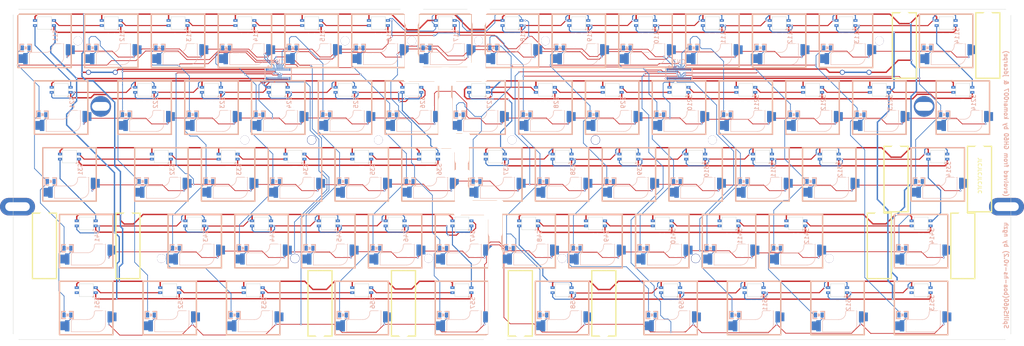
<source format=kicad_pcb>
(kicad_pcb (version 20211014) (generator pcbnew)
  (layers (0 "F.Cu" signal) (31 "B.Cu" signal) (34 "B.Paste" user) (35 "F.Paste" user) (36 "B.SilkS" user "B.Silkscreen") (37 "F.SilkS" user "F.Silkscreen") (38 "B.Mask" user) (39 "F.Mask" user) (44 "Edge.Cuts" user))
  (net 0 "")
  (net 1 "c7")
  (net 2 "r3")
  (net 3 "S27_37")
  (net 4 "S37_38")
  (net 5 "GND")
  (net 6 "VCC")
  (net 7 "c3")
  (net 8 "r4")
  (net 9 "S41_43")
  (net 10 "S43_44")
  (net 11 "c14")
  (net 12 "S314_414")
  (net 13 "S414_412")
  (net 14 "c12")
  (net 15 "S412_411")
  (net 16 "c11")
  (net 17 "S411_410")
  (net 18 "c10")
  (net 19 "S410_49")
  (net 20 "c1")
  (net 21 "S31_41")
  (net 22 "c9")
  (net 23 "S38_39")
  (net 24 "S39_310")
  (net 25 "c8")
  (net 26 "c4")
  (net 27 "S44_45")
  (net 28 "c6")
  (net 29 "S26_36")
  (net 30 "S36_35")
  (net 31 "c5")
  (net 32 "S35_34")
  (net 33 "S34_33")
  (net 34 "S33_32")
  (net 35 "c2")
  (net 36 "S32_31")
  (net 37 "S312_314")
  (net 38 "S311_312")
  (net 39 "S310_311")
  (net 40 "S45_46")
  (net 41 "S46_47")
  (net 42 "S47_57")
  (net 43 "S49_48")
  (net 44 "S48_58")
  (net 45 "r5")
  (net 46 "S52_51")
  (net 47 "S59_511")
  (net 48 "S511_512")
  (net 49 "S512_513")
  (net 50 "c13")
  (net 51 "S53_52")
  (net 52 "S56_53")
  (net 53 "S57_56")
  (net 54 "S58_59")
  (net 55 "r1")
  (net 56 "S12_11")
  (net 57 "S11_21")
  (net 58 "S19_110")
  (net 59 "S110_111")
  (net 60 "S111_112")
  (net 61 "S112_113")
  (net 62 "S113_114")
  (net 63 "S114_214")
  (net 64 "S13_12")
  (net 65 "S14_13")
  (net 66 "S15_14")
  (net 67 "S16_15")
  (net 68 "S17_16")
  (net 69 "led2_17")
  (net 70 "S18_19")
  (net 71 "r2")
  (net 72 "S21_22")
  (net 73 "S211_210")
  (net 74 "S210_29")
  (net 75 "S212_211")
  (net 76 "S213_212")
  (net 77 "S214_213")
  (net 78 "S22_23")
  (net 79 "S23_24")
  (net 80 "S24_25")
  (net 81 "S25_26")
  (net 82 "S28_27")
  (net 83 "S29_28")
  (footprint "hole:PKRHC" (layer "F.Cu") (at 322.3399 92.5208)
    (fp_text reference "HOLE" hide)
    (fp_text value "VAL**" hide)
  )
  (footprint "hole:PKRHSL" (layer "F.Cu") (at 345.8312 121.1212)
    (fp_text reference "HOLE" hide)
    (fp_text value "VAL**" hide)
  )
  (footprint "hole:PKRHC" (layer "F.Cu") (at 87.4893 92.5208)
    (fp_text reference "HOLE" hide)
    (fp_text value "VAL**" hide)
  )
  (footprint "hole:PKRH" (layer "F.Cu") (at 190.5 111.76)
    (fp_text reference "HOLE" hide)
    (fp_text value "VAL**" hide)
  )
  (footprint "hole:PKRHSL" (layer "F.Cu") (at 63.7489 121.1212)
    (fp_text reference "HOLE" hide)
    (fp_text value "VAL**" hide)
  )
  (footprint "Mounting_Holes:MountingHole_2.5mm" (layer "F.Cu") (at 80.9625 73.81875)
    (fp_text reference "" hide)
    (fp_text value "MountingHole_2.5mm" hide)
  )
  (footprint "hole:PKRH" (layer "F.Cu") (at 190.5 83.34502)
    (fp_text reference "" hide)
    (fp_text value "" hide)
  )
  (footprint "hole:PKRH" (layer "F.Cu") (at 188 102.2)
    (fp_text reference "" hide)
    (fp_text value "" hide)
  )
  (footprint "hole:PKRH" (layer "F.Cu") (at 193.68125 121.20498)
    (fp_text reference "" hide)
    (fp_text value "" hide)
  )
  (footprint "hole:PKRH" (layer "F.Cu") (at 190.20498 105.31875 90)
    (fp_text reference "" hide)
    (fp_text value "" hide)
  )
  (footprint "hole:PKRH" (layer "F.Cu") (at 190.40498 118.6 90)
    (fp_text reference "" hide)
    (fp_text value "" hide)
  )
  (footprint "hole:PKRH" (layer "F.Cu") (at 185.60498 97 90)
    (fp_text reference "" hide)
    (fp_text value "" hide)
  )
  (footprint "hole:PKRH" (layer "F.Cu") (at 185.60498 84.61875 90)
    (fp_text reference "" hide)
    (fp_text value "" hide)
  )
  (footprint "hole:PKRH" (layer "F.Cu") (at 193.6 64.63 90)
    (fp_text reference "" hide)
    (fp_text value "" hide)
  )
  (footprint "hole:PKRH" (layer "F.Cu") (at 196.91 64.63 90)
    (fp_text reference "" hide)
    (fp_text value "" hide)
  )
  (footprint "hole:PKRH" (layer "F.Cu") (at 187.6 85.4 90)
    (fp_text reference "" hide)
    (fp_text value "" hide)
  )
  (footprint "hole:PKRH" (layer "F.Cu") (at 187.6 100.4 90)
    (fp_text reference "" hide)
    (fp_text value "" hide)
  )
  (footprint "hole:PKRH" (layer "F.Cu") (at 188.7 104.4 90)
    (fp_text reference "" hide)
    (fp_text value "" hide)
  )
  (footprint "hole:PKRH" (layer "F.Cu") (at 192.3 119.4 90)
    (fp_text reference "" hide)
    (fp_text value "" hide)
  )
  (footprint "hole:PKRH" (layer "F.Cu") (at 200.025 123.4 90)
    (fp_text reference "" hide)
    (fp_text value "" hide)
  )
  (footprint "hole:PKRH" (layer "F.Cu") (at 200 146.8 90)
    (fp_text reference "" hide)
    (fp_text value "" hide)
  )
  (footprint "hole:PKRH" (layer "F.Cu") (at 198.3 159.2 90)
    (fp_text reference "" hide)
    (fp_text value "" hide)
  )
  (footprint "hole:PKRH" (layer "F.Cu") (at 201.7 159.2 90)
    (fp_text reference "" hide)
    (fp_text value "" hide)
  )
  (footprint "hole:PKRH" (layer "F.Cu") (at 195 80.3 90)
    (fp_text reference "" hide)
    (fp_text value "" hide)
  )
  (footprint "hole:PKRH" (layer "F.Cu") (at 193.3 81.3 90)
    (fp_text reference "" hide)
    (fp_text value "" hide)
  )
  (footprint "hole:PKRH" (layer "F.Cu") (at 196.67 84.02 90)
    (fp_text reference "" hide)
    (fp_text value "" hide)
  )
  (footprint "hole:PKRH" (layer "F.Cu") (at 184.3 103 90)
    (fp_text reference "" hide)
    (fp_text value "" hide)
  )
  (footprint "hole:PKRH" (layer "F.Cu") (at 191.6 101.1 90)
    (fp_text reference "" hide)
    (fp_text value "" hide)
  )
  (footprint "hole:PKRH" (layer "F.Cu") (at 189.3 122.6 90)
    (fp_text reference "" hide)
    (fp_text value "" hide)
  )
  (footprint "hole:PKRH" (layer "F.Cu") (at 201.24 119.645 90)
    (fp_text reference "" hide)
    (fp_text value "" hide)
  )
  (footprint "hole:PKRH" (layer "F.Cu") (at 175.94248 67.30875 90)
    (fp_text reference "" hide)
    (fp_text value "" hide)
  )
  (footprint "hole:PKRH" (layer "F.Cu") (at 175.95 80.29875 90)
    (fp_text reference "" hide)
    (fp_text value "" hide)
  )
  (footprint "hole:PKRH" (layer "F.Cu") (at 177.87 64.63 90)
    (fp_text reference "" hide)
    (fp_text value "" hide)
  )
  (footprint "hole:PKRH" (layer "F.Cu") (at 174.55 64.62 90)
    (fp_text reference "" hide)
    (fp_text value "" hide)
  )
  (footprint "hole:PKRH" (layer "F.Cu") (at 189.72 82.2)
    (fp_text reference "" hide)
    (fp_text value "" hide)
  )
  (footprint "hole:PKRH" (layer "F.Cu") (at 183.9 86.2 90)
    (fp_text reference "" hide)
    (fp_text value "" hide)
  )
  (footprint "hole:PKRH" (layer "F.Cu") (at 178.1 81.3 90)
    (fp_text reference "" hide)
    (fp_text value "" hide)
  )
  (footprint "hole:PKRH" (layer "F.Cu") (at 198.05 123.525 90)
    (fp_text reference "" hide)
    (fp_text value "" hide)
  )
  (footprint "hole:PKRH" (layer "F.Cu") (at 174.81 84.09 90)
    (fp_text reference "" hide)
    (fp_text value "" hide)
  )
  (footprint "hole:PKRH" (layer "F.Cu") (at 199.99 138.29 90)
    (fp_text reference "" hide)
    (fp_text value "" hide)
  )
  (footprint "hole:PKRH" (layer "F.Cu") (at 200.01 155.16 90)
    (fp_text reference "" hide)
    (fp_text value "" hide)
  )
  (footprint "Keyboard:MXHS-1U-RGB-ALI-3528-HOLE-NOPAD" (layer "F.Cu") (at 109.5375 73.81875 180)
    (fp_text reference "S13")
    (fp_text value "MX_LED" hide)
    (fp_line (start -2 3.28) (end -2 6.88) (layer "Edge.Cuts") (width 0.1))
    (fp_line (start -2 3.28) (end 2 3.28) (layer "Edge.Cuts") (width 0.1))
    (fp_line (start 2 3.28) (end 2 6.88) (layer "Edge.Cuts") (width 0.1))
    (fp_line (start -2 6.88) (end 2 6.88) (layer "Edge.Cuts") (width 0.1))
  )
  (footprint "Keyboard:MXST" (layer "F.Cu") (at 340.51875 73.81875)
    (fp_text reference "" hide)
    (fp_text value "" hide)
  )
  (footprint "Keyboard:MXHS-1U-RGB-ALI-3528-HOLE-NOPAD" (layer "F.Cu") (at 204.7875 73.81875 180)
    (fp_text reference "S18")
    (fp_text value "MX_LED" hide)
    (fp_line (start -2 3.28) (end 2 3.28) (layer "Edge.Cuts") (width 0.1))
    (fp_line (start -2 6.88) (end 2 6.88) (layer "Edge.Cuts") (width 0.1))
    (fp_line (start 2 3.28) (end 2 6.88) (layer "Edge.Cuts") (width 0.1))
    (fp_line (start -2 3.28) (end -2 6.88) (layer "Edge.Cuts") (width 0.1))
  )
  (footprint "Keyboard:MXHS-1U-RGB-ALI-3528-HOLE-NOPAD" (layer "F.Cu") (at 252.4125 92.86875 180)
    (fp_text reference "S210")
    (fp_text value "MX_LED" hide)
    (fp_line (start -2 3.28) (end 2 3.28) (layer "Edge.Cuts") (width 0.1))
    (fp_line (start -2 3.28) (end -2 6.88) (layer "Edge.Cuts") (width 0.1))
    (fp_line (start -2 6.88) (end 2 6.88) (layer "Edge.Cuts") (width 0.1))
    (fp_line (start 2 3.28) (end 2 6.88) (layer "Edge.Cuts") (width 0.1))
  )
  (footprint "" (layer "F.Cu") (at 91.575 82.975)
    (fp_text reference "")
    (fp_text value "")
  )
  (footprint "Keyboard:MXST" (layer "F.Cu") (at 309.5625 130.96875)
    (fp_text reference "" hide)
    (fp_text value "" hide)
  )
  (footprint "Keyboard:MXHS-1U-RGB-ALI-3528-HOLE-NOPAD" (layer "F.Cu") (at 219.075 111.91875 180)
    (fp_text reference "S38")
    (fp_text value "MX_LED" hide)
    (fp_line (start 2 3.28) (end 2 6.88) (layer "Edge.Cuts") (width 0.1))
    (fp_line (start -2 6.88) (end 2 6.88) (layer "Edge.Cuts") (width 0.1))
    (fp_line (start -2 3.28) (end -2 6.88) (layer "Edge.Cuts") (width 0.1))
    (fp_line (start -2 3.28) (end 2 3.28) (layer "Edge.Cuts") (width 0.1))
  )
  (footprint "Keyboard:MXHS-1U-RGB-ALI-3528-HOLE-NOPAD" (layer "F.Cu") (at 295.275 111.91875 180)
    (fp_text reference "S312")
    (fp_text value "MX_LED" hide)
    (fp_line (start 2 3.28) (end 2 6.88) (layer "Edge.Cuts") (width 0.1))
    (fp_line (start -2 6.88) (end 2 6.88) (layer "Edge.Cuts") (width 0.1))
    (fp_line (start -2 3.28) (end -2 6.88) (layer "Edge.Cuts") (width 0.1))
    (fp_line (start -2 3.28) (end 2 3.28) (layer "Edge.Cuts") (width 0.1))
  )
  (footprint "hole:PKRH" (layer "F.Cu") (at 195.375 66.175)
    (fp_text reference "" hide)
    (fp_text value "" hide)
  )
  (footprint "Mounting_Holes:MountingHole_2.5mm" (layer "F.Cu") (at 180.975 135.89)
    (fp_text reference "" hide)
    (fp_text value "MountingHole_2.5mm" hide)
  )
  (footprint "Keyboard:MXHS-1U-RGB-ALI-3528-HOLE-NOPAD" (layer "F.Cu") (at 128.5875 73.81875 180)
    (fp_text reference "S14")
    (fp_text value "MX_LED" hide)
    (fp_line (start -2 3.28) (end 2 3.28) (layer "Edge.Cuts") (width 0.1))
    (fp_line (start -2 6.88) (end 2 6.88) (layer "Edge.Cuts") (width 0.1))
    (fp_line (start -2 3.28) (end -2 6.88) (layer "Edge.Cuts") (width 0.1))
    (fp_line (start 2 3.28) (end 2 6.88) (layer "Edge.Cuts") (width 0.1))
  )
  (footprint "Mounting_Holes:MountingHole_2.5mm" (layer "F.Cu") (at 147.63751 102.1)
    (fp_text reference "REF**" hide)
    (fp_text value "MountingHole_padded_2.5mm" hide)
  )
  (footprint "Keyboard:MXST" (layer "F.Cu") (at 338.1375 111.91875)
    (fp_text reference "" hide)
    (fp_text value "" hide)
  )
  (footprint "Keyboard:MXHS-1U-RGB-ALI-3528-HOLE-NOPAD" (layer "F.Cu") (at 90.4875 73.81875 180)
    (fp_text reference "S12")
    (fp_text value "MX_LED" hide)
    (fp_line (start -2 3.28) (end -2 6.88) (layer "Edge.Cuts") (width 0.1))
    (fp_line (start -2 3.28) (end 2 3.28) (layer "Edge.Cuts") (width 0.1))
    (fp_line (start 2 3.28) (end 2 6.88) (layer "Edge.Cuts") (width 0.1))
    (fp_line (start -2 6.88) (end 2 6.88) (layer "Edge.Cuts") (width 0.1))
  )
  (footprint "Keyboard:MXHS-1U-RGB-ALI-3528-HOLE-NOPAD" (layer "F.Cu") (at 209.55 130.96875 180)
    (fp_text reference "S48")
    (fp_text value "MX_LED" hide)
    (fp_line (start -2 6.88) (end 2 6.88) (layer "Edge.Cuts") (width 0.1))
    (fp_line (start 2 3.28) (end 2 6.88) (layer "Edge.Cuts") (width 0.1))
    (fp_line (start -2 3.28) (end -2 6.88) (layer "Edge.Cuts") (width 0.1))
    (fp_line (start -2 3.28) (end 2 3.28) (layer "Edge.Cuts") (width 0.1))
  )
  (footprint "" (layer "F.Cu") (at 308.725 82.95)
    (fp_text reference "")
    (fp_text value "")
  )
  (footprint "Keyboard:MXHS-1U-RGB-ALI-3528-HOLE-NOPAD" (layer "F.Cu") (at 223.8375 73.81875 180)
    (fp_text reference "S19")
    (fp_text value "MX_LED" hide)
    (fp_line (start -2 3.28) (end -2 6.88) (layer "Edge.Cuts") (width 0.1))
    (fp_line (start -2 3.28) (end 2 3.28) (layer "Edge.Cuts") (width 0.1))
    (fp_line (start 2 3.28) (end 2 6.88) (layer "Edge.Cuts") (width 0.1))
    (fp_line (start -2 6.88) (end 2 6.88) (layer "Edge.Cuts") (width 0.1))
  )
  (footprint "Keyboard:MXHS-1U-RGB-ALI-3528-HOLE-NOPAD" (layer "F.Cu") (at 114.3 130.96875 180)
    (fp_text reference "S43")
    (fp_text value "MX_LED" hide)
    (fp_line (start -2 3.28) (end 2 3.28) (layer "Edge.Cuts") (width 0.1))
    (fp_line (start 2 3.28) (end 2 6.88) (layer "Edge.Cuts") (width 0.1))
    (fp_line (start -2 3.28) (end -2 6.88) (layer "Edge.Cuts") (width 0.1))
    (fp_line (start -2 6.88) (end 2 6.88) (layer "Edge.Cuts") (width 0.1))
  )
  (footprint "Keyboard:MXHS-1U-RGB-ALI-3528-HOLE-NOPAD" (layer "F.Cu") (at 219.075 150.01875 180)
    (fp_text reference "S58")
    (fp_text value "MX_LED" hide)
    (fp_line (start -2 3.28) (end 2 3.28) (layer "Edge.Cuts") (width 0.1))
    (fp_line (start -2 3.28) (end -2 6.88) (layer "Edge.Cuts") (width 0.1))
    (fp_line (start -2 6.88) (end 2 6.88) (layer "Edge.Cuts") (width 0.1))
    (fp_line (start 2 3.28) (end 2 6.88) (layer "Edge.Cuts") (width 0.1))
  )
  (footprint "Keyboard:30PIN_0.4MM_BTB_MALE" (layer "F.Cu") (at 138.1125 83.25)
    (fp_text reference "CN1")
    (fp_text value "BTB")
  )
  (footprint "Keyboard:MXHS-1U-RGB-ALI-3528-HOLE-NOPAD" (layer "F.Cu") (at 200.025 111.91875 180)
    (fp_text reference "S37")
    (fp_text value "MX_LED" hide)
    (fp_line (start -2 6.88) (end 2 6.88) (layer "Edge.Cuts") (width 0.1))
    (fp_line (start -2 3.28) (end 2 3.28) (layer "Edge.Cuts") (width 0.1))
    (fp_line (start -2 3.28) (end -2 6.88) (layer "Edge.Cuts") (width 0.1))
    (fp_line (start 2 3.28) (end 2 6.88) (layer "Edge.Cuts") (width 0.1))
  )
  (footprint "Keyboard:MXHS-1U-RGB-ALI-3528-HOLE-NOPAD" (layer "F.Cu") (at 133.35 130.96875 180)
    (fp_text reference "S44")
    (fp_text value "MX_LED" hide)
    (fp_line (start -2 6.88) (end 2 6.88) (layer "Edge.Cuts") (width 0.1))
    (fp_line (start 2 3.28) (end 2 6.88) (layer "Edge.Cuts") (width 0.1))
    (fp_line (start -2 3.28) (end -2 6.88) (layer "Edge.Cuts") (width 0.1))
    (fp_line (start -2 3.28) (end 2 3.28) (layer "Edge.Cuts") (width 0.1))
  )
  (footprint "Mounting_Holes:MountingHole_2.5mm" (layer "F.Cu") (at 104.775 135.89)
    (fp_text reference "" hide)
    (fp_text value "MountingHole_2.5mm" hide)
  )
  (footprint "Mounting_Holes:MountingHole_2.5mm" (layer "F.Cu") (at 166.68751 102.1)
    (fp_text reference "" hide)
    (fp_text value "MountingHole_2.5mm" hide)
  )
  (footprint "Keyboard:MXST" (layer "F.Cu") (at 95.25 130.96875)
    (fp_text reference "" hide)
    (fp_text value "" hide)
  )
  (footprint "Mounting_Holes:MountingHole_2.5mm" (layer "F.Cu") (at 261.93749 102.1)
    (fp_text reference "" hide)
    (fp_text value "MountingHole_2.5mm" hide)
  )
  (footprint "Keyboard:MXHS-1U-RGB-ALI-3528-HOLE-NOPAD" (layer "F.Cu") (at 119.0625 92.86875 180)
    (fp_text reference "S23")
    (fp_text value "MX_LED" hide)
    (fp_line (start -2 3.28) (end -2 6.88) (layer "Edge.Cuts") (width 0.1))
    (fp_line (start -2 3.28) (end 2 3.28) (layer "Edge.Cuts") (width 0.1))
    (fp_line (start 2 3.28) (end 2 6.88) (layer "Edge.Cuts") (width 0.1))
    (fp_line (start -2 6.88) (end 2 6.88) (layer "Edge.Cuts") (width 0.1))
  )
  (footprint "Keyboard:MXHS-1U-RGB-ALI-3528-HOLE-NOPAD" (layer "F.Cu") (at 257.175 111.91875 180)
    (fp_text reference "S310")
    (fp_text value "MX_LED" hide)
    (fp_line (start -2 3.28) (end 2 3.28) (layer "Edge.Cuts") (width 0.1))
    (fp_line (start 2 3.28) (end 2 6.88) (layer "Edge.Cuts") (width 0.1))
    (fp_line (start -2 3.28) (end -2 6.88) (layer "Edge.Cuts") (width 0.1))
    (fp_line (start -2 6.88) (end 2 6.88) (layer "Edge.Cuts") (width 0.1))
  )
  (footprint "Keyboard:MXST" (layer "F.Cu") (at 71.4375 130.96875)
    (fp_text reference "" hide)
    (fp_text value "" hide)
  )
  (footprint "Keyboard:MXHS-1U-RGB-ALI-3528-HOLE-NOPAD" (layer "F.Cu") (at 190.5 130.96875 180)
    (fp_text reference "S47")
    (fp_text value "MX_LED" hide)
    (fp_line (start -2 3.28) (end 2 3.28) (layer "Edge.Cuts") (width 0.1))
    (fp_line (start -2 6.88) (end 2 6.88) (layer "Edge.Cuts") (width 0.1))
    (fp_line (start 2 3.28) (end 2 6.88) (layer "Edge.Cuts") (width 0.1))
    (fp_line (start -2 3.28) (end -2 6.88) (layer "Edge.Cuts") (width 0.1))
  )
  (footprint "Mounting_Holes:MountingHole_2.5mm" (layer "F.Cu") (at 142.875 135.89)
    (fp_text reference "REF**" hide)
    (fp_text value "MountingHole_padded_2.5mm" hide)
  )
  (footprint "Keyboard:MXHS-1U-RGB-ALI-3528-HOLE-NOPAD" (layer "F.Cu") (at 238.125 111.91875 180)
    (fp_text reference "S39")
    (fp_text value "MX_LED" hide)
    (fp_line (start -2 3.28) (end 2 3.28) (layer "Edge.Cuts") (width 0.1))
    (fp_line (start -2 6.88) (end 2 6.88) (layer "Edge.Cuts") (width 0.1))
    (fp_line (start -2 3.28) (end -2 6.88) (layer "Edge.Cuts") (width 0.1))
    (fp_line (start 2 3.28) (end 2 6.88) (layer "Edge.Cuts") (width 0.1))
  )
  (footprint "Keyboard:MXHS-1U-RGB-ALI-3528-HOLE-NOPAD" (layer "F.Cu") (at 195.2625 92.86875 180)
    (fp_text reference "S27")
    (fp_text value "MX_LED" hide)
    (fp_line (start -2 3.28) (end 2 3.28) (layer "Edge.Cuts") (width 0.1))
    (fp_line (start 2 3.28) (end 2 6.88) (layer "Edge.Cuts") (width 0.1))
    (fp_line (start -2 3.28) (end -2 6.88) (layer "Edge.Cuts") (width 0.1))
    (fp_line (start -2 6.88) (end 2 6.88) (layer "Edge.Cuts") (width 0.1))
  )
  (footprint "" (layer "F.Cu") (at 61.35 159.175 90)
    (fp_text reference "")
    (fp_text value "")
  )
  (footprint "Keyboard:MXST" (layer "F.Cu") (at 316.70625 73.81875)
    (fp_text reference "" hide)
    (fp_text value "" hide)
  )
  (footprint "Keyboard:MXHS-1U-RGB-ALI-3528-HOLE-NOPAD" (layer "F.Cu") (at 290.5125 92.86875 180)
    (fp_text reference "S212")
    (fp_text value "MX_LED" hide)
    (fp_line (start -2 3.28) (end 2 3.28) (layer "Edge.Cuts") (width 0.1))
    (fp_line (start 2 3.28) (end 2 6.88) (layer "Edge.Cuts") (width 0.1))
    (fp_line (start -2 3.28) (end -2 6.88) (layer "Edge.Cuts") (width 0.1))
    (fp_line (start -2 6.88) (end 2 6.88) (layer "Edge.Cuts") (width 0.1))
  )
  (footprint "Keyboard:MXHS-1U-RGB-ALI-3528-HOLE-NOPAD" (layer "F.Cu") (at 285.75 130.96875 180)
    (fp_text reference "S412")
    (fp_text value "MX_LED" hide)
    (fp_line (start -2 6.88) (end 2 6.88) (layer "Edge.Cuts") (width 0.1))
    (fp_line (start -2 3.28) (end -2 6.88) (layer "Edge.Cuts") (width 0.1))
    (fp_line (start -2 3.28) (end 2 3.28) (layer "Edge.Cuts") (width 0.1))
    (fp_line (start 2 3.28) (end 2 6.88) (layer "Edge.Cuts") (width 0.1))
  )
  (footprint "Mounting_Holes:MountingHole_2.5mm" (layer "F.Cu") (at 309.5625 73.81875)
    (fp_text reference "" hide)
    (fp_text value "MountingHole_2.5mm" hide)
  )
  (footprint "Keyboard:MXHS-1U-RGB-ALI-3528-HOLE-NOPAD" (layer "F.Cu") (at 78.58125 111.91875 180)
    (fp_text reference "S31")
    (fp_text value "MX_LED" hide)
    (fp_line (start -2 3.28) (end -2 6.88) (layer "Edge.Cuts") (width 0.1))
    (fp_line (start 2 3.28) (end 2 6.88) (layer "Edge.Cuts") (width 0.1))
    (fp_line (start -2 6.88) (end 2 6.88) (layer "Edge.Cuts") (width 0.1))
    (fp_line (start -2 3.28) (end 2 3.28) (layer "Edge.Cuts") (width 0.1))
  )
  (footprint "" (layer "F.Cu") (at 301.8 82.775)
    (fp_text reference "")
    (fp_text value "")
  )
  (footprint "Keyboard:MXHS-1U-RGB-ALI-3528-HOLE-NOPAD" (layer "F.Cu") (at 228.6 130.96875 180)
    (fp_text reference "S49")
    (fp_text value "MX_LED" hide)
    (fp_line (start 2 3.28) (end 2 6.88) (layer "Edge.Cuts") (width 0.1))
    (fp_line (start -2 3.28) (end 2 3.28) (layer "Edge.Cuts") (width 0.1))
    (fp_line (start -2 3.28) (end -2 6.88) (layer "Edge.Cuts") (width 0.1))
    (fp_line (start -2 6.88) (end 2 6.88) (layer "Edge.Cuts") (width 0.1))
  )
  (footprint "Keyboard:MXHS-1U-RGB-ALI-3528-HOLE-NOPAD" (layer "F.Cu") (at 276.225 111.91875 180)
    (fp_text reference "S311")
    (fp_text value "MX_LED" hide)
    (fp_line (start -2 3.28) (end 2 3.28) (layer "Edge.Cuts") (width 0.1))
    (fp_line (start -2 6.88) (end 2 6.88) (layer "Edge.Cuts") (width 0.1))
    (fp_line (start 2 3.28) (end 2 6.88) (layer "Edge.Cuts") (width 0.1))
    (fp_line (start -2 3.28) (end -2 6.88) (layer "Edge.Cuts") (width 0.1))
  )
  (footprint "" (layer "F.Cu") (at 170.475 68.075)
    (fp_text reference "")
    (fp_text value "")
  )
  (footprint "Keyboard:MXHS-1U-RGB-ALI-3528-HOLE-NOPAD" (layer "F.Cu") (at 161.925 150.01875 180)
    (fp_text reference "S56")
    (fp_text value "MX_LED" hide)
    (fp_line (start 2 3.28) (end 2 6.88) (layer "Edge.Cuts") (width 0.1))
    (fp_line (start -2 3.28) (end -2 6.88) (layer "Edge.Cuts") (width 0.1))
    (fp_line (start -2 6.88) (end 2 6.88) (layer "Edge.Cuts") (width 0.1))
    (fp_line (start -2 3.28) (end 2 3.28) (layer "Edge.Cuts") (width 0.1))
  )
  (footprint "Mounting_Holes:MountingHole_2.5mm" (layer "F.Cu") (at 204.7875 102.1)
    (fp_text reference "" hide)
    (fp_text value "MountingHole_2.5mm" hide)
  )
  (footprint "Mounting_Holes:MountingHole_2.5mm" (layer "F.Cu") (at 214.3125 73.81875)
    (fp_text reference "" hide)
    (fp_text value "MountingHole_2.5mm" hide)
  )
  (footprint "Keyboard:MXHS-1U-RGB-ALI-3528-HOLE-NOPAD" (layer "F.Cu") (at 100.0125 92.86875 180)
    (fp_text reference "S22")
    (fp_text value "MX_LED" hide)
    (fp_line (start -2 3.28) (end -2 6.88) (layer "Edge.Cuts") (width 0.1))
    (fp_line (start -2 3.28) (end 2 3.28) (layer "Edge.Cuts") (width 0.1))
    (fp_line (start -2 6.88) (end 2 6.88) (layer "Edge.Cuts") (width 0.1))
    (fp_line (start 2 3.28) (end 2 6.88) (layer "Edge.Cuts") (width 0.1))
  )
  (footprint "Keyboard:MXHS-1U-RGB-ALI-3528-HOLE-NOPAD" (layer "F.Cu") (at 147.6375 73.81875 180)
    (fp_text reference "S15")
    (fp_text value "MX_LED" hide)
    (fp_line (start -2 3.28) (end 2 3.28) (layer "Edge.Cuts") (width 0.1))
    (fp_line (start -2 6.88) (end 2 6.88) (layer "Edge.Cuts") (width 0.1))
    (fp_line (start 2 3.28) (end 2 6.88) (layer "Edge.Cuts") (width 0.1))
    (fp_line (start -2 3.28) (end -2 6.88) (layer "Edge.Cuts") (width 0.1))
  )
  (footprint "Keyboard:MXHS-1U-RGB-ALI-3528-HOLE-NOPAD" (layer "F.Cu") (at 273.84375 150.01875 180)
    (fp_text reference "S511")
    (fp_text value "MX_LED" hide)
    (fp_line (start -2 3.28) (end -2 6.88) (layer "Edge.Cuts") (width 0.1))
    (fp_line (start -2 3.28) (end 2 3.28) (layer "Edge.Cuts") (width 0.1))
    (fp_line (start -2 6.88) (end 2 6.88) (layer "Edge.Cuts") (width 0.1))
    (fp_line (start 2 3.28) (end 2 6.88) (layer "Edge.Cuts") (width 0.1))
  )
  (footprint "Keyboard:MXHS-1U-RGB-ALI-3528-HOLE-NOPAD" (layer "F.Cu") (at 71.4375 73.81875 180)
    (fp_text reference "S11")
    (fp_text value "MX_LED" hide)
    (fp_line (start -2 3.28) (end -2 6.88) (layer "Edge.Cuts") (width 0.1))
    (fp_line (start 2 3.28) (end 2 6.88) (layer "Edge.Cuts") (width 0.1))
    (fp_line (start -2 3.28) (end 2 3.28) (layer "Edge.Cuts") (width 0.1))
    (fp_line (start -2 6.88) (end 2 6.88) (layer "Edge.Cuts") (width 0.1))
  )
  (footprint "Keyboard:MXHS-1U-RGB-ALI-3528-HOLE-NOPAD" (layer "F.Cu") (at 326.23125 111.91875 180)
    (fp_text reference "S314")
    (fp_text value "MX_LED" hide)
    (fp_line (start 2 3.28) (end 2 6.88) (layer "Edge.Cuts") (width 0.1))
    (fp_line (start -2 3.28) (end -2 6.88) (layer "Edge.Cuts") (width 0.1))
    (fp_line (start -2 6.88) (end 2 6.88) (layer "Edge.Cuts") (width 0.1))
    (fp_line (start -2 3.28) (end 2 3.28) (layer "Edge.Cuts") (width 0.1))
  )
  (footprint "Keyboard:MXHS-1U-RGB-ALI-3528-HOLE-NOPAD" (layer "F.Cu") (at 185.7375 73.81875 180)
    (fp_text reference "S17")
    (fp_text value "MX_LED" hide)
    (fp_line (start -2 3.28) (end -2 6.88) (layer "Edge.Cuts") (width 0.1))
    (fp_line (start -2 3.28) (end 2 3.28) (layer "Edge.Cuts") (width 0.1))
    (fp_line (start 2 3.28) (end 2 6.88) (layer "Edge.Cuts") (width 0.1))
    (fp_line (start -2 6.88) (end 2 6.88) (layer "Edge.Cuts") (width 0.1))
  )
  (footprint "Keyboard:MXST" (layer "F.Cu") (at 230.98125 150.01875 180)
    (fp_text reference "" hide)
    (fp_text value "" hide)
  )
  (footprint "Keyboard:MXHS-1U-RGB-ALI-3528-HOLE-NOPAD" (layer "F.Cu") (at 300.0375 73.81875 180)
    (fp_text reference "S113")
    (fp_text value "MX_LED" hide)
    (fp_line (start 2 3.28) (end 2 6.88) (layer "Edge.Cuts") (width 0.1))
    (fp_line (start -2 3.28) (end -2 6.88) (layer "Edge.Cuts") (width 0.1))
    (fp_line (start -2 3.28) (end 2 3.28) (layer "Edge.Cuts") (width 0.1))
    (fp_line (start -2 6.88) (end 2 6.88) (layer "Edge.Cuts") (width 0.1))
  )
  (footprint "Keyboard:MXHS-1U-RGB-ALI-3528-HOLE-NOPAD" (layer "F.Cu") (at 104.775 111.91875 180)
    (fp_text reference "S32")
    (fp_text value "MX_LED" hide)
    (fp_line (start 2 3.28) (end 2 6.88) (layer "Edge.Cuts") (width 0.1))
    (fp_line (start -2 3.28) (end -2 6.88) (layer "Edge.Cuts") (width 0.1))
    (fp_line (start -2 6.88) (end 2 6.88) (layer "Edge.Cuts") (width 0.1))
    (fp_line (start -2 3.28) (end 2 3.28) (layer "Edge.Cuts") (width 0.1))
  )
  (footprint "Keyboard:MXHS-1U-RGB-ALI-3528-HOLE-NOPAD" (layer "F.Cu") (at 76.2 92.86875 180)
    (fp_text reference "S21")
    (fp_text value "MX_LED" hide)
    (fp_line (start -2 3.28) (end 2 3.28) (layer "Edge.Cuts") (width 0.1))
    (fp_line (start 2 3.28) (end 2 6.88) (layer "Edge.Cuts") (width 0.1))
    (fp_line (start -2 3.28) (end -2 6.88) (layer "Edge.Cuts") (width 0.1))
    (fp_line (start -2 6.88) (end 2 6.88) (layer "Edge.Cuts") (width 0.1))
  )
  (footprint "Keyboard:MXHS-1U-RGB-ALI-3528-HOLE-NOPAD" (layer "F.Cu") (at 166.6875 73.81875 180)
    (fp_text reference "S16")
    (fp_text value "MX_LED" hide)
    (fp_line (start 2 3.28) (end 2 6.88) (layer "Edge.Cuts") (width 0.1))
    (fp_line (start -2 3.28) (end 2 3.28) (layer "Edge.Cuts") (width 0.1))
    (fp_line (start -2 3.28) (end -2 6.88) (layer "Edge.Cuts") (width 0.1))
    (fp_line (start -2 6.88) (end 2 6.88) (layer "Edge.Cuts") (width 0.1))
  )
  (footprint "Mounting_Holes:MountingHole_2.5mm" (layer "F.Cu") (at 195.2625 73.81875)
    (fp_text reference "" hide)
    (fp_text value "MountingHole_2.5mm" hide)
  )
  (footprint "Mounting_Holes:MountingHole_2.5mm" (layer "F.Cu") (at 128.58751 102.1)
    (fp_text reference "" hide)
    (fp_text value "MountingHole_2.5mm" hide)
  )
  (footprint "" (layer "F.Cu") (at 346.35 158.45 90)
    (fp_text reference "")
    (fp_text value "")
  )
  (footprint "Keyboard:MXHS-1U-RGB-ALI-3528-HOLE-NOPAD" (layer "F.Cu") (at 297.65625 150.01875 180)
    (fp_text reference "S512")
    (fp_text value "MX_LED" hide)
    (fp_line (start -2 3.28) (end -2 6.88) (layer "Edge.Cuts") (width 0.1))
    (fp_line (start -2 6.88) (end 2 6.88) (layer "Edge.Cuts") (width 0.1))
    (fp_line (start -2 3.28) (end 2 3.28) (layer "Edge.Cuts") (width 0.1))
    (fp_line (start 2 3.28) (end 2 6.88) (layer "Edge.Cuts") (width 0.1))
  )
  (footprint "Keyboard:MXHS-1U-RGB-ALI-3528-HOLE-NOPAD" (layer "F.Cu") (at 83.34375 130.96875 180)
    (fp_text reference "S41")
    (fp_text value "MX_LED" hide)
    (fp_line (start 2 3.28) (end 2 6.88) (layer "Edge.Cuts") (width 0.1))
    (fp_line (start -2 3.28) (end 2 3.28) (layer "Edge.Cuts") (width 0.1))
    (fp_line (start -2 6.88) (end 2 6.88) (layer "Edge.Cuts") (width 0.1))
    (fp_line (start -2 3.28) (end -2 6.88) (layer "Edge.Cuts") (width 0.1))
  )
  (footprint "Keyboard:MXHS-1U-RGB-ALI-3528-HOLE-NOPAD" (layer "F.Cu") (at 152.4 130.96875 180)
    (fp_text reference "S45")
    (fp_text value "MX_LED" hide)
    (fp_line (start 2 3.28) (end 2 6.88) (layer "Edge.Cuts") (width 0.1))
    (fp_line (start -2 3.28) (end 2 3.28) (layer "Edge.Cuts") (width 0.1))
    (fp_line (start -2 6.88) (end 2 6.88) (layer "Edge.Cuts") (width 0.1))
    (fp_line (start -2 3.28) (end -2 6.88) (layer "Edge.Cuts") (width 0.1))
  )
  (footprint "Keyboard:MXHS-1U-RGB-ALI-3528-HOLE-NOPAD" (layer "F.Cu") (at 157.1625 92.86875 180)
    (fp_text reference "S25")
    (fp_text value "MX_LED" hide)
    (fp_line (start 2 3.28) (end 2 6.88) (layer "Edge.Cuts") (width 0.1))
    (fp_line (start -2 3.28) (end -2 6.88) (layer "Edge.Cuts") (width 0.1))
    (fp_line (start -2 3.28) (end 2 3.28) (layer "Edge.Cuts") (width 0.1))
    (fp_line (start -2 6.88) (end 2 6.88) (layer "Edge.Cuts") (width 0.1))
  )
  (footprint "Mounting_Holes:MountingHole_2.5mm" (layer "F.Cu") (at 219.075 135.89)
    (fp_text reference "" hide)
    (fp_text value "MountingHole_2.5mm" hide)
  )
  (footprint "Keyboard:MXHS-1U-RGB-ALI-3528-HOLE-NOPAD" (layer "F.Cu") (at 266.7 130.96875 180)
    (fp_text reference "S411")
    (fp_text value "MX_LED" hide)
    (fp_line (start -2 6.88) (end 2 6.88) (layer "Edge.Cuts") (width 0.1))
    (fp_line (start 2 3.28) (end 2 6.88) (layer "Edge.Cuts") (width 0.1))
    (fp_line (start -2 3.28) (end 2 3.28) (layer "Edge.Cuts") (width 0.1))
    (fp_line (start -2 3.28) (end -2 6.88) (layer "Edge.Cuts") (width 0.1))
  )
  (footprint "Keyboard:MXHS-1U-RGB-ALI-3528-HOLE-NOPAD" (layer "F.Cu") (at 247.65 130.96875 180)
    (fp_text reference "S410")
    (fp_text value "MX_LED" hide)
    (fp_line (start -2 3.28) (end 2 3.28) (layer "Edge.Cuts") (width 0.1))
    (fp_line (start -2 6.88) (end 2 6.88) (layer "Edge.Cuts") (width 0.1))
    (fp_line (start -2 3.28) (end -2 6.88) (layer "Edge.Cuts") (width 0.1))
    (fp_line (start 2 3.28) (end 2 6.88) (layer "Edge.Cuts") (width 0.1))
  )
  (footprint "Keyboard:MXHS-1U-RGB-ALI-3528-HOLE-NOPAD" (layer "F.Cu") (at 83.34375 150.01875 180)
    (fp_text reference "S51")
    (fp_text value "MX_LED" hide)
    (fp_line (start 2 3.28) (end 2 6.88) (layer "Edge.Cuts") (width 0.1))
    (fp_line (start -2 3.28) (end 2 3.28) (layer "Edge.Cuts") (width 0.1))
    (fp_line (start -2 3.28) (end -2 6.88) (layer "Edge.Cuts") (width 0.1))
    (fp_line (start -2 6.88) (end 2 6.88) (layer "Edge.Cuts") (width 0.1))
  )
  (footprint "Keyboard:MXHS-1U-RGB-ALI-3528-HOLE-NOPAD" (layer "F.Cu") (at 171.45 130.96875 180)
    (fp_text reference "S46")
    (fp_text value "MX_LED" hide)
    (fp_line (start -2 3.28) (end -2 6.88) (layer "Edge.Cuts") (width 0.1))
    (fp_line (start -2 3.28) (end 2 3.28) (layer "Edge.Cuts") (width 0.1))
    (fp_line (start 2 3.28) (end 2 6.88) (layer "Edge.Cuts") (width 0.1))
    (fp_line (start -2 6.88) (end 2 6.88) (layer "Edge.Cuts") (width 0.1))
  )
  (footprint "Mounting_Holes:MountingHole_2.5mm" (layer "F.Cu") (at 228.6 102.1)
    (fp_text reference "REF**" hide)
    (fp_text value "MountingHole_padded_2.5mm" hide)
  )
  (footprint "Keyboard:MXHS-1U-RGB-ALI-3528-HOLE-NOPAD" (layer "F.Cu") (at 176.2125 92.86875 180)
    (fp_text reference "S26")
    (fp_text value "MX_LED" hide)
    (fp_line (start 2 3.28) (end 2 6.88) (layer "Edge.Cuts") (width 0.1))
    (fp_line (start -2 6.88) (end 2 6.88) (layer "Edge.Cuts") (width 0.1))
    (fp_line (start -2 3.28) (end -2 6.88) (layer "Edge.Cuts") (width 0.1))
    (fp_line (start -2 3.28) (end 2 3.28) (layer "Edge.Cuts") (width 0.1))
  )
  (footprint "Keyboard:MXHS-1U-RGB-ALI-3528-HOLE-NOPAD" (layer "F.Cu") (at 280.9875 73.81875 180)
    (fp_text reference "S112")
    (fp_text value "MX_LED" hide)
    (fp_line (start -2 3.28) (end -2 6.88) (layer "Edge.Cuts") (width 0.1))
    (fp_line (start 2 3.28) (end 2 6.88) (layer "Edge.Cuts") (width 0.1))
    (fp_line (start -2 6.88) (end 2 6.88) (layer "Edge.Cuts") (width 0.1))
    (fp_line (start -2 3.28) (end 2 3.28) (layer "Edge.Cuts") (width 0.1))
  )
  (footprint "Mounting_Holes:MountingHole_2.5mm" (layer "F.Cu") (at 295.275 135.89)
    (fp_text reference "" hide)
    (fp_text value "MountingHole_2.5mm" hide)
  )
  (footprint "Keyboard:MXST" (layer "F.Cu") (at 150.01875 150.01875 180)
    (fp_text reference "" hide)
    (fp_text value "" hide)
  )
  (footprint "Keyboard:MXST" (layer "F.Cu") (at 333.375 130.96875)
    (fp_text reference "" hide)
    (fp_text value "" hide)
  )
  (footprint "Keyboard:MXHS-1U-RGB-ALI-3528-HOLE-NOPAD" (layer "F.Cu") (at 250.03125 150.01875 180)
    (fp_text reference "S59")
    (fp_text value "MX_LED" hide)
    (fp_line (start -2 6.88) (end 2 6.88) (layer "Edge.Cuts") (width 0.1))
    (fp_line (start -2 3.28) (end -2 6.88) (layer "Edge.Cuts") (width 0.1))
    (fp_line (start 2 3.28) (end 2 6.88) (layer "Edge.Cuts") (width 0.1))
    (fp_line (start -2 3.28) (end 2 3.28) (layer "Edge.Cuts") (width 0.1))
  )
  (footprint "Keyboard:MXHS-1U-RGB-ALI-3528-HOLE-NOPAD" (layer "F.Cu") (at 242.8875 73.81875 180)
    (fp_text reference "S110")
    (fp_text value "MX_LED" hide)
    (fp_line (start -2 6.88) (end 2 6.88) (layer "Edge.Cuts") (width 0.1))
    (fp_line (start -2 3.28) (end -2 6.88) (layer "Edge.Cuts") (width 0.1))
    (fp_line (start -2 3.28) (end 2 3.28) (layer "Edge.Cuts") (width 0.1))
    (fp_line (start 2 3.28) (end 2 6.88) (layer "Edge.Cuts") (width 0.1))
  )
  (footprint "Keyboard:MXHS-1U-RGB-ALI-3528-HOLE-NOPAD" (layer "F.Cu") (at 142.875 111.91875 180)
    (fp_text reference "S34")
    (fp_text value "MX_LED" hide)
    (fp_line (start -2 3.28) (end 2 3.28) (layer "Edge.Cuts") (width 0.1))
    (fp_line (start -2 3.28) (end -2 6.88) (layer "Edge.Cuts") (width 0.1))
    (fp_line (start 2 3.28) (end 2 6.88) (layer "Edge.Cuts") (width 0.1))
    (fp_line (start -2 6.88) (end 2 6.88) (layer "Edge.Cuts") (width 0.1))
  )
  (footprint "Keyboard:MXHS-1U-RGB-ALI-3528-HOLE-NOPAD" (layer "F.Cu") (at 123.825 111.91875 180)
    (fp_text reference "S33")
    (fp_text value "MX_LED" hide)
    (fp_line (start -2 3.28) (end 2 3.28) (layer "Edge.Cuts") (width 0.1))
    (fp_line (start -2 6.88) (end 2 6.88) (layer "Edge.Cuts") (width 0.1))
    (fp_line (start 2 3.28) (end 2 6.88) (layer "Edge.Cuts") (width 0.1))
    (fp_line (start -2 3.28) (end -2 6.88) (layer "Edge.Cuts") (width 0.1))
  )
  (footprint "Keyboard:MXHS-1U-RGB-ALI-3528-HOLE-NOPAD" (layer "F.Cu") (at 261.9375 73.81875 180)
    (fp_text reference "S111")
    (fp_text value "MX_LED" hide)
    (fp_line (start -2 3.28) (end 2 3.28) (layer "Edge.Cuts") (width 0.1))
    (fp_line (start 2 3.28) (end 2 6.88) (layer "Edge.Cuts") (width 0.1))
    (fp_line (start -2 3.28) (end -2 6.88) (layer "Edge.Cuts") (width 0.1))
    (fp_line (start -2 6.88) (end 2 6.88) (layer "Edge.Cuts") (width 0.1))
  )
  (footprint "Keyboard:MXHS-1U-RGB-ALI-3528-HOLE-NOPAD" (layer "F.Cu") (at 190.5 150.01875 180)
    (fp_text reference "S57")
    (fp_text value "MX_LED" hide)
    (fp_line (start -2 3.28) (end 2 3.28) (layer "Edge.Cuts") (width 0.1))
    (fp_line (start -2 6.88) (end 2 6.88) (layer "Edge.Cuts") (width 0.1))
    (fp_line (start 2 3.28) (end 2 6.88) (layer "Edge.Cuts") (width 0.1))
    (fp_line (start -2 3.28) (end -2 6.88) (layer "Edge.Cuts") (width 0.1))
  )
  (footprint "Keyboard:MXHS-1U-RGB-ALI-3528-HOLE-NOPAD" (layer "F.Cu") (at 180.975 111.91875 180)
    (fp_text reference "S36")
    (fp_text value "MX_LED" hide)
    (fp_line (start 2 3.28) (end 2 6.88) (layer "Edge.Cuts") (width 0.1))
    (fp_line (start -2 3.28) (end -2 6.88) (layer "Edge.Cuts") (width 0.1))
    (fp_line (start -2 6.88) (end 2 6.88) (layer "Edge.Cuts") (width 0.1))
    (fp_line (start -2 3.28) (end 2 3.28) (layer "Edge.Cuts") (width 0.1))
  )
  (footprint "Keyboard:MXHS-1U-RGB-ALI-3528-HOLE-NOPAD" (layer "F.Cu") (at 130.96875 150.01875 180)
    (fp_text reference "S53")
    (fp_text value "MX_LED" hide)
    (fp_line (start -2 3.28) (end 2 3.28) (layer "Edge.Cuts") (width 0.1))
    (fp_line (start 2 3.28) (end 2 6.88) (layer "Edge.Cuts") (width 0.1))
    (fp_line (start -2 3.28) (end -2 6.88) (layer "Edge.Cuts") (width 0.1))
    (fp_line (start -2 6.88) (end 2 6.88) (layer "Edge.Cuts") (width 0.1))
  )
  (footprint "" (layer "F.Cu") (at 208.575 68.025)
    (fp_text reference "")
    (fp_text value "")
  )
  (footprint "Keyboard:MXHS-1U-RGB-ALI-3528-HOLE-NOPAD" (layer "F.Cu") (at 328.6125 73.81875 180)
    (fp_text reference "S114")
    (fp_text value "MX_LED" hide)
    (fp_line (start 2 3.28) (end 2 6.88) (layer "Edge.Cuts") (width 0.1))
    (fp_line (start -2 6.88) (end 2 6.88) (layer "Edge.Cuts") (width 0.1))
    (fp_line (start -2 3.28) (end -2 6.88) (layer "Edge.Cuts") (width 0.1))
    (fp_line (start -2 3.28) (end 2 3.28) (layer "Edge.Cuts") (width 0.1))
  )
  (footprint "Keyboard:MXHS-1U-RGB-ALI-3528-HOLE-NOPAD" (layer "F.Cu") (at 309.5625 92.86875 180)
    (fp_text reference "S213")
    (fp_text value "MX_LED" hide)
    (fp_line (start 2 3.28) (end 2 6.88) (layer "Edge.Cuts") (width 0.1))
    (fp_line (start -2 6.88) (end 2 6.88) (layer "Edge.Cuts") (width 0.1))
    (fp_line (start -2 3.28) (end 2 3.28) (layer "Edge.Cuts") (width 0.1))
    (fp_line (start -2 3.28) (end -2 6.88) (layer "Edge.Cuts") (width 0.1))
  )
  (footprint "Keyboard:MXHS-1U-RGB-ALI-3528-HOLE-NOPAD" (layer "F.Cu") (at 138.1125 92.86875 180)
    (fp_text reference "S24")
    (fp_text value "MX_LED" hide)
    (fp_line (start -2 3.28) (end -2 6.88) (layer "Edge.Cuts") (width 0.1))
    (fp_line (start -2 6.88) (end 2 6.88) (layer "Edge.Cuts") (width 0.1))
    (fp_line (start -2 3.28) (end 2 3.28) (layer "Edge.Cuts") (width 0.1))
    (fp_line (start 2 3.28) (end 2 6.88) (layer "Edge.Cuts") (width 0.1))
  )
  (footprint "Keyboard:30PIN_0.4MM_BTB_MALE" (layer "F.Cu") (at 252.4125 83.25)
    (fp_text reference "CN2")
    (fp_text value "BTB")
  )
  (footprint "Keyboard:MXHS-1U-RGB-ALI-3528-HOLE-NOPAD" (layer "F.Cu") (at 233.3625 92.86875 180)
    (fp_text reference "S29")
    (fp_text value "MX_LED" hide)
    (fp_line (start -2 6.88) (end 2 6.88) (layer "Edge.Cuts") (width 0.1))
    (fp_line (start -2 3.28) (end 2 3.28) (layer "Edge.Cuts") (width 0.1))
    (fp_line (start -2 3.28) (end -2 6.88) (layer "Edge.Cuts") (width 0.1))
    (fp_line (start 2 3.28) (end 2 6.88) (layer "Edge.Cuts") (width 0.1))
  )
  (footprint "" (layer "F.Cu") (at 86.45 82.975)
    (fp_text reference "")
    (fp_text value "")
  )
  (footprint "Mounting_Holes:MountingHole_2.5mm" (layer "F.Cu") (at 157.1625 73.81875)
    (fp_text reference "" hide)
    (fp_text value "MountingHole_2.5mm" hide)
  )
  (footprint "" (layer "F.Cu") (at 346.975 64.95)
    (fp_text reference "")
    (fp_text value "")
  )
  (footprint "Keyboard:MXST" (layer "F.Cu") (at 207.16875 150.01875 180)
    (fp_text reference "" hide)
    (fp_text value "" hide)
  )
  (footprint "Keyboard:MXHS-1U-RGB-ALI-3528-HOLE-NOPAD" (layer "F.Cu") (at 161.925 111.91875 180)
    (fp_text reference "S35")
    (fp_text value "MX_LED" hide)
    (fp_line (start -2 3.28) (end -2 6.88) (layer "Edge.Cuts") (width 0.1))
    (fp_line (start -2 6.88) (end 2 6.88) (layer "Edge.Cuts") (width 0.1))
    (fp_line (start -2 3.28) (end 2 3.28) (layer "Edge.Cuts") (width 0.1))
    (fp_line (start 2 3.28) (end 2 6.88) (layer "Edge.Cuts") (width 0.1))
  )
  (footprint "Keyboard:MXHS-1U-RGB-ALI-3528-HOLE-NOPAD" (layer "F.Cu") (at 333.375 92.86875 180)
    (fp_text reference "S214")
    (fp_text value "MX_LED" hide)
    (fp_line (start -2 6.88) (end 2 6.88) (layer "Edge.Cuts") (width 0.1))
    (fp_line (start -2 3.28) (end 2 3.28) (layer "Edge.Cuts") (width 0.1))
    (fp_line (start -2 3.28) (end -2 6.88) (layer "Edge.Cuts") (width 0.1))
    (fp_line (start 2 3.28) (end 2 6.88) (layer "Edge.Cuts") (width 0.1))
  )
  (footprint "Keyboard:MXHS-1U-RGB-ALI-3528-HOLE-NOPAD" (layer "F.Cu") (at 107.15625 150.01875 180)
    (fp_text reference "S52")
    (fp_text value "MX_LED" hide)
    (fp_line (start -2 3.28) (end 2 3.28) (layer "Edge.Cuts") (width 0.1))
    (fp_line (start -2 6.88) (end 2 6.88) (layer "Edge.Cuts") (width 0.1))
    (fp_line (start 2 3.28) (end 2 6.88) (layer "Edge.Cuts") (width 0.1))
    (fp_line (start -2 3.28) (end -2 6.88) (layer "Edge.Cuts") (width 0.1))
  )
  (footprint "Mounting_Holes:MountingHole_2.5mm" (layer "F.Cu") (at 257.175 135.89)
    (fp_text reference "REF**" hide)
    (fp_text value "MountingHole_padded_2.5mm" hide)
  )
  (footprint "Mounting_Holes:MountingHole_2.5mm" (layer "F.Cu") (at 176.2125 73.81875)
    (fp_text reference "" hide)
    (fp_text value "MountingHole_2.5mm" hide)
  )
  (footprint "Keyboard:MXHS-1U-RGB-ALI-3528-HOLE-NOPAD" (layer "F.Cu") (at 271.4625 92.86875 180)
    (fp_text reference "S211")
    (fp_text value "MX_LED" hide)
    (fp_line (start -2 3.28) (end 2 3.28) (layer "Edge.Cuts") (width 0.1))
    (fp_line (start 2 3.28) (end 2 6.88) (layer "Edge.Cuts") (width 0.1))
    (fp_line (start -2 6.88) (end 2 6.88) (layer "Edge.Cuts") (width 0.1))
    (fp_line (start -2 3.28) (end -2 6.88) (layer "Edge.Cuts") (width 0.1))
  )
  (footprint "Keyboard:MXHS-1U-RGB-ALI-3528-HOLE-NOPAD" (layer "F.Cu") (at 321.46875 150.01875 180)
    (fp_text reference "S513")
    (fp_text value "MX_LED" hide)
    (fp_line (start -2 3.28) (end -2 6.88) (layer "Edge.Cuts") (width 0.1))
    (fp_line (start -2 3.28) (end 2 3.28) (layer "Edge.Cuts") (width 0.1))
    (fp_line (start 2 3.28) (end 2 6.88) (layer "Edge.Cuts") (width 0.1))
    (fp_line (start -2 6.88) (end 2 6.88) (layer "Edge.Cuts") (width 0.1))
  )
  (footprint "Keyboard:MXHS-1U-RGB-ALI-3528-HOLE-NOPAD" (layer "F.Cu") (at 321.46875 130.96875 180)
    (fp_text reference "S414")
    (fp_text value "MX_LED" hide)
    (fp_line (start 2 3.28) (end 2 6.88) (layer "Edge.Cuts") (width 0.1))
    (fp_line (start -2 3.28) (end -2 6.88) (layer "Edge.Cuts") (width 0.1))
    (fp_line (start -2 6.88) (end 2 6.88) (layer "Edge.Cuts") (width 0.1))
    (fp_line (start -2 3.28) (end 2 3.28) (layer "Edge.Cuts") (width 0.1))
  )
  (footprint "Keyboard:MXST" (layer "F.Cu") (at 314.325 111.91875)
    (fp_text reference "" hide)
    (fp_text value "" hide)
  )
  (footprint "Keyboard:MXHS-1U-RGB-ALI-3528-HOLE-NOPAD" (layer "F.Cu") (at 214.3125 92.86875 180)
    (fp_text reference "S28")
    (fp_text value "MX_LED" hide)
    (fp_line (start 2 3.28) (end 2 6.88) (layer "Edge.Cuts") (width 0.1))
    (fp_line (start -2 6.88) (end 2 6.88) (layer "Edge.Cuts") (width 0.1))
    (fp_line (start -2 3.28) (end -2 6.88) (layer "Edge.Cuts") (width 0.1))
    (fp_line (start -2 3.28) (end 2 3.28) (layer "Edge.Cuts") (width 0.1))
  )
  (footprint "Keyboard:MXST" (layer "F.Cu") (at 173.83125 150.01875 180)
    (fp_text reference "" hide)
    (fp_text value "" hide)
  )
  (footprint "" (layer "F.Cu") (at 62.875 65.175 90)
    (fp_text reference "")
    (fp_text value "")
  )
  (gr_arc (start 345.29 64.82) (mid 346.562792 65.347208) (end 347.09 66.62) (layer "Edge.Cuts") (width 0.0991))
  (gr_arc (start 347.09 157.22) (mid 346.562792 158.492792) (end 345.29 159.02) (layer "Edge.Cuts") (width 0.0991))
  (gr_arc (start 62.49 66.62) (mid 63.017208 65.347208) (end 64.29 64.82) (layer "Edge.Cuts") (width 0.0991))
  (gr_line (start 347.09 66.62) (end 347.09 157.22) (layer "Edge.Cuts") (width 0.0991))
  (gr_arc (start 64.29 159.02) (mid 63.017208 158.492792) (end 62.49 157.22) (layer "Edge.Cuts") (width 0.0991))
  (gr_line (start 64.29 159.02) (end 345.28 159.02) (layer "Edge.Cuts") (width 0.0991))
  (gr_line (start 62.49 157.22) (end 62.49 66.62) (layer "Edge.Cuts") (width 0.0991))
  (gr_line (start 64.29 64.82) (end 345.29 64.82) (layer "Edge.Cuts") (width 0.0991))
  (gr_text "SplitSq60(boa-hs-v0.2) by ngzh        (evolved from GH60 by komar007 & jdcarpe)" (at 345.75 156.075 270) (layer "B.SilkS") (effects (font (size 1.2 1.2) (thickness 0.25)) (justify left mirror)))
  (gr_text "JLCJLCJLCJLC				" (at 338.2 106.975 -90) (layer "F.SilkS") (effects (font (size 1 1) (thickness 0.2)) (justify left)))
  (segment (start 201.365751 75.340751) (end 193.659249 75.340751) (width 0.2) (layer "F.Cu") (net 1))
  (segment (start 183.7 75.325) (end 180.338391 75.325) (width 0.2) (layer "F.Cu") (net 1))
  (segment (start 172.075 81.475) (end 172.125 81.525) (width 0.2) (layer "F.Cu") (net 1))
  (segment (start 143.1 80.6) (end 143.975 81.475) (width 0.2) (layer "F.Cu") (net 1))
  (segment (start 193.659249 75.340751) (end 190.889249 78.110751) (width 0.2) (layer "F.Cu") (net 1))
  (segment (start 174.325 75.35) (end 172.125 77.55) (width 0.2) (layer "F.Cu") (net 1))
  (segment (start 251.8 80.975) (end 251.5 81.275) (width 0.2) (layer "F.Cu") (net 1))
  (segment (start 205.1 81.275) (end 204.55 80.725) (width 0.2) (layer "F.Cu") (net 1))
  (segment (start 251.5 81.275) (end 205.1 81.275) (width 0.2) (layer "F.Cu") (net 1))
  (segment (start 186.485751 78.110751) (end 183.7 75.325) (width 0.2) (layer "F.Cu") (net 1))
  (segment (start 201.375 75.35) (end 201.365751 75.340751) (width 0.2) (layer "F.Cu") (net 1))
  (segment (start 177.85 75.35) (end 174.325 75.35) (width 0.2) (layer "F.Cu") (net 1))
  (segment (start 139.825 80.6) (end 143.1 80.6) (width 0.2) (layer "F.Cu") (net 1))
  (segment (start 143.975 81.475) (end 172.075 81.475) (width 0.2) (layer "F.Cu") (net 1))
  (segment (start 190.889249 78.110751) (end 186.485751 78.110751) (width 0.2) (layer "F.Cu") (net 1))
  (segment (start 172.125 77.55) (end 172.125 77.725) (width 0.2) (layer "F.Cu") (net 1))
  (via (at 177.85 75.35) (size 0.51) (drill 0.31) (layers "F.Cu" "B.Cu") (net 1))
  (via (at 139.825 80.6) (size 0.51) (drill 0.31) (layers "F.Cu" "B.Cu") (net 1))
  (via (at 201.375 75.35) (size 0.51) (drill 0.31) (layers "F.Cu" "B.Cu") (net 1))
  (via (at 172.125 77.725) (size 0.51) (drill 0.31) (layers "F.Cu" "B.Cu") (net 1))
  (via (at 204.55 80.725) (size 0.51) (drill 0.31) (layers "F.Cu" "B.Cu") (net 1))
  (via (at 172.125 81.525) (size 0.51) (drill 0.31) (layers "F.Cu" "B.Cu") (net 1))
  (via (at 251.8 80.975) (size 0.51) (drill 0.31) (layers "F.Cu" "B.Cu") (net 1))
  (via (at 180.338391 75.325) (size 0.51) (drill 0.31) (layers "F.Cu" "B.Cu") (net 1))
  (segment (start 204.55 78.225) (end 204.55 80.725) (width 0.2) (layer "B.Cu") (net 1))
  (segment (start 190.875 91.45) (end 189.682644 91.45) (width 0.2) (layer "B.Cu") (net 1))
  (segment (start 179.896571 75.828429) (end 180.4 75.325) (width 0.2) (layer "B.Cu") (net 1))
  (segment (start 139.825 80.6) (end 139.575 80.6) (width 0.2) (layer "B.Cu") (net 1))
  (segment (start 172.125 77.725) (end 172.125 81.525) (width 0.2) (layer "B.Cu") (net 1))
  (segment (start 182.075 128.45) (end 184.191893 130.566893) (width 0.2) (layer "B.Cu") (net 1))
  (segment (start 139.575 80.6) (end 139.3125 80.8625) (width 0.2) (layer "B.Cu") (net 1))
  (segment (start 176.997001 112.772001) (end 182.075 117.85) (width 0.2) (layer "B.Cu") (net 1))
  (segment (start 139.3125 80.8625) (end 139.3125 81.895) (width 0.2) (layer "B.Cu") (net 1))
  (segment (start 201.375 75.35) (end 201.675 75.35) (width 0.2) (layer "B.Cu") (net 1))
  (segment (start 170.225 85.425) (end 170.225 90.2) (width 0.2) (layer "B.Cu") (net 1))
  (segment (start 196.075 95.375) (end 194.175 95.375) (width 0.2) (layer "B.Cu") (net 1))
  (segment (start 191.375 91.95) (end 190.875 91.45) (width 0.2) (layer "B.Cu") (net 1))
  (segment (start 182.6 140.825) (end 182.6 134.570322) (width 0.2) (layer "B.Cu") (net 1))
  (segment (start 196.075 99.551656) (end 196.075 95.375) (width 0.2) (layer "B.Cu") (net 1))
  (segment (start 201.675 75.35) (end 204.55 78.225) (width 0.2) (layer "B.Cu") (net 1))
  (segment (start 204.55 86.95) (end 196.125 95.375) (width 0.2) (layer "B.Cu") (net 1))
  (segment (start 189.682644 91.45) (end 188.954393 92.178251) (width 0.2) (layer "B.Cu") (net 1))
  (segment (start 179.429393 75.828429) (end 178.328429 75.828429) (width 0.2) (layer "B.Cu") (net 1))
  (segment (start 176.125 97.25) (end 176.125 108.6) (width 0.2) (layer "B.Cu") (net 1))
  (segment (start 184.191893 152.028429) (end 184.191893 142.416893) (width 0.2) (layer "B.Cu") (net 1))
  (segment (start 252.4125 81.191) (end 252.4125 81.895) (width 0.2) (layer "B.Cu") (net 1))
  (segment (start 193.716893 101.909763) (end 196.075 99.551656) (width 0.2) (layer "B.Cu") (net 1))
  (segment (start 184.191893 130.566893) (end 184.191893 132.978429) (width 0.2) (layer "B.Cu") (net 1))
  (segment (start 170.225 90.2) (end 172.4375 92.4125) (width 0.2) (layer "B.Cu") (net 1))
  (segment (start 176.997001 109.472001) (end 176.997001 112.772001) (width 0.2) (layer "B.Cu") (net 1))
  (segment (start 172.4375 93.5625) (end 176.125 97.25) (width 0.2) (layer "B.Cu") (net 1))
  (segment (start 204.55 80.725) (end 204.55 86.95) (width 0.2) (layer "B.Cu") (net 1))
  (segment (start 251.8 80.975) (end 252.1965 80.975) (width 0.2) (layer "B.Cu") (net 1))
  (segment (start 182.075 117.85) (end 182.075 128.45) (width 0.2) (layer "B.Cu") (net 1))
  (segment (start 184.191893 142.416893) (end 182.6 140.825) (width 0.2) (layer "B.Cu") (net 1))
  (segment (start 196.125 95.375) (end 196.075 95.375) (width 0.2) (layer "B.Cu") (net 1))
  (segment (start 178.328429 75.828429) (end 177.85 75.35) (width 0.2) (layer "B.Cu") (net 1))
  (segment (start 188.954393 92.178251) (end 188.954393 94.878429) (width 0.2) (layer "B.Cu") (net 1))
  (segment (start 172.125 83.525) (end 170.225 85.425) (width 0.2) (layer "B.Cu") (net 1))
  (segment (start 182.6 134.570322) (end 184.191893 132.978429) (width 0.2) (layer "B.Cu") (net 1))
  (segment (start 194.175 95.375) (end 191.375 92.575) (width 0.2) (layer "B.Cu") (net 1))
  (segment (start 172.4375 92.4125) (end 172.4375 93.5625) (width 0.2) (layer "B.Cu") (net 1))
  (segment (start 179.429393 75.828429) (end 179.896571 75.828429) (width 0.2) (layer "B.Cu") (net 1))
  (segment (start 191.375 92.575) (end 191.375 91.95) (width 0.2) (layer "B.Cu") (net 1))
  (segment (start 180.4 75.325) (end 180.338391 75.325) (width 0.2) (layer "B.Cu") (net 1))
  (segment (start 172.125 81.525) (end 172.125 83.525) (width 0.2) (layer "B.Cu") (net 1))
  (segment (start 252.1965 80.975) (end 252.4125 81.191) (width 0.2) (layer "B.Cu") (net 1))
  (segment (start 176.125 108.6) (end 176.997001 109.472001) (width 0.2) (layer "B.Cu") (net 1))
  (segment (start 193.716893 113.928429) (end 193.716893 101.909763) (width 0.2) (layer "B.Cu") (net 1))
  (segment (start 136.777787 82.946287) (end 109.328713 82.946287) (width 0.2) (layer "F.Cu") (net 2))
  (segment (start 106.759036 116.56738) (end 105.091656 114.9) (width 0.2) (layer "F.Cu") (net 2))
  (segment (start 143.066656 114.775) (end 132.076 114.775) (width 0.2) (layer "F.Cu") (net 2))
  (segment (start 295.691656 115) (end 284.251 115) (width 0.2) (layer "F.Cu") (net 2))
  (segment (start 149.33362 116.56738) (end 144.859036 116.56738) (width 0.2) (layer "F.Cu") (net 2))
  (segment (start 201.29238 116.56738) (end 206.48362 116.56738) (width 0.2) (layer "F.Cu") (net 2))
  (segment (start 246.525 82.65) (end 206.9 82.65) (width 0.2) (layer "F.Cu") (net 2))
  (segment (start 284.251 115) (end 282.68362 116.56738) (width 0.2) (layer "F.Cu") (net 2))
  (segment (start 113.051 114.75) (end 111.23362 116.56738) (width 0.2) (layer "F.Cu") (net 2))
  (segment (start 227.351 114.75) (end 225.53362 116.56738) (width 0.2) (layer "F.Cu") (net 2))
  (segment (start 136.925 83.0935) (end 136.777787 82.946287) (width 0.2) (layer "F.Cu") (net 2))
  (segment (start 225.53362 116.56738) (end 221.059036 116.56738) (width 0.2) (layer "F.Cu") (net 2))
  (segment (start 221.059036 116.56738) (end 219.241656 114.75) (width 0.2) (layer "F.Cu") (net 2))
  (segment (start 301.73362 116.56738) (end 297.259036 116.56738) (width 0.2) (layer "F.Cu") (net 2))
  (segment (start 278.209036 116.56738) (end 276.616656 114.975) (width 0.2) (layer "F.Cu") (net 2))
  (segment (start 257.341656 114.75) (end 246.401 114.75) (width 0.2) (layer "F.Cu") (net 2))
  (segment (start 259.159036 116.56738) (end 257.341656 114.75) (width 0.2) (layer "F.Cu") (net 2))
  (segment (start 181.355632 116.56738) (end 179.488252 114.7) (width 0.2) (layer "F.Cu") (net 2))
  (segment (start 162.191656 114.85) (end 151.051 114.85) (width 0.2) (layer "F.Cu") (net 2))
  (segment (start 187.43362 115.01638) (end 188.625 113.825) (width 0.2) (layer "F.Cu") (net 2))
  (segment (start 303.301 115) (end 301.73362 116.56738) (width 0.2) (layer "F.Cu") (net 2))
  (segment (start 238.291656 114.75) (end 227.351 114.75) (width 0.2) (layer "F.Cu") (net 2))
  (segment (start 187.43362 116.56738) (end 187.43362 115.01638) (width 0.2) (layer "F.Cu") (net 2))
  (segment (start 265.226 114.975) (end 263.63362 116.56738) (width 0.2) (layer "F.Cu") (net 2))
  (segment (start 188.625 113.825) (end 198.55 113.825) (width 0.2) (layer "F.Cu") (net 2))
  (segment (start 125.809036 116.56738) (end 123.991656 114.75) (width 0.2) (layer "F.Cu") (net 2))
  (segment (start 144.859036 116.56738) (end 143.066656 114.775) (width 0.2) (layer "F.Cu") (net 2))
  (segment (start 170.251 114.7) (end 168.38362 116.56738) (width 0.2) (layer "F.Cu") (net 2))
  (segment (start 109.328713 82.946287) (end 108.975 83.3) (width 0.2) (layer "F.Cu") (net 2))
  (segment (start 111.23362 116.56738) (end 106.759036 116.56738) (width 0.2) (layer "F.Cu") (net 2))
  (segment (start 151.051 114.85) (end 149.33362 116.56738) (width 0.2) (layer "F.Cu") (net 2))
  (segment (start 163.909036 116.56738) (end 162.191656 114.85) (width 0.2) (layer "F.Cu") (net 2))
  (segment (start 198.55 113.825) (end 201.29238 116.56738) (width 0.2) (layer "F.Cu") (net 2))
  (segment (start 168.38362 116.56738) (end 163.909036 116.56738) (width 0.2) (layer "F.Cu") (net 2))
  (segment (start 263.63362 116.56738) (end 259.159036 116.56738) (width 0.2) (layer "F.Cu") (net 2))
  (segment (start 332.68987 116.56738) (end 328.215286 116.56738) (width 0.2) (layer "F.Cu") (net 2))
  (segment (start 206.9 82.65) (end 206.8 82.75) (width 0.2) (layer "F.Cu") (net 2))
  (segment (start 282.68362 116.56738) (end 278.209036 116.56738) (width 0.2) (layer "F.Cu") (net 2))
  (segment (start 86.70725 114.9) (end 85.03987 116.56738) (width 0.2) (layer "F.Cu") (net 2))
  (segment (start 219.241656 114.75) (end 209.825 114.75) (width 0.2) (layer "F.Cu") (net 2))
  (segment (start 132.076 114.775) (end 130.28362 116.56738) (width 0.2) (layer "F.Cu") (net 2))
  (segment (start 328.215286 116.56738) (end 326.647906 115) (width 0.2) (layer "F.Cu") (net 2))
  (segment (start 130.28362 116.56738) (end 125.809036 116.56738) (width 0.2) (layer "F.Cu") (net 2))
  (segment (start 187.43362 116.56738) (end 181.355632 116.56738) (width 0.2) (layer "F.Cu") (net 2))
  (segment (start 208.301 114.75) (end 206.48362 116.56738) (width 0.2) (layer "F.Cu") (net 2))
  (segment (start 276.616656 114.975) (end 265.226 114.975) (width 0.2) (layer "F.Cu") (net 2))
  (segment (start 246.401 114.75) (end 244.58362 116.56738) (width 0.2) (layer "F.Cu") (net 2))
  (segment (start 297.259036 116.56738) (end 295.691656 115) (width 0.2) (layer "F.Cu") (net 2))
  (segment (start 209.825 114.75) (end 208.301 114.75) (width 0.2) (layer "F.Cu") (net 2))
  (segment (start 244.58362 116.56738) (end 240.109036 116.56738) (width 0.2) (layer "F.Cu") (net 2))
  (segment (start 326.647906 115) (end 303.301 115) (width 0.2) (layer "F.Cu") (net 2))
  (segment (start 179.488252 114.7) (end 170.251 114.7) (width 0.2) (layer "F.Cu") (net 2))
  (segment (start 105.091656 114.9) (end 86.70725 114.9) (width 0.2) (layer "F.Cu") (net 2))
  (segment (start 240.109036 116.56738) (end 238.291656 114.75) (width 0.2) (layer "F.Cu") (net 2))
  (segment (start 123.991656 114.75) (end 113.051 114.75) (width 0.2) (layer "F.Cu") (net 2))
  (via (at 206.8 82.75) (size 0.51) (drill 0.31) (layers "F.Cu" "B.Cu") (net 2))
  (via (at 209.825 114.75) (size 0.51) (drill 0.31) (layers "F.Cu" "B.Cu") (net 2))
  (via (at 108.975 83.3) (size 0.51) (drill 0.31) (layers "F.Cu" "B.Cu") (net 2))
  (via (at 136.925 83.0935) (size 0.51) (drill 0.31) (layers "F.Cu" "B.Cu") (net 2))
  (via (at 113.961502 114.75) (size 0.51) (drill 0.31) (layers "F.Cu" "B.Cu") (net 2))
  (via (at 246.525 82.65) (size 0.51) (drill 0.31) (layers "F.Cu" "B.Cu") (net 2))
  (segment (start 251.6125 81.895) (end 251.6125 82.5125) (width 0.2) (layer "B.Cu") (net 2))
  (segment (start 209.85 114.725) (end 209.825 114.75) (width 0.2) (layer "B.Cu") (net 2))
  (segment (start 112.41737 111.71212) (end 113.9 113.19475) (width 0.2) (layer "B.Cu") (net 2))
  (segment (start 113.9 113.19475) (end 113.9 114.75) (width 0.2) (layer "B.Cu") (net 2))
  (segment (start 251.6125 82.5125) (end 251.45 82.675) (width 0.2) (layer "B.Cu") (net 2))
  (segment (start 111.58712 111.71212) (end 112.41737 111.71212) (width 0.2) (layer "B.Cu") (net 2))
  (segment (start 137.3125 82.706) (end 137.3125 81.895) (width 0.2) (layer "B.Cu") (net 2))
  (segment (start 113.9 114.75) (end 113.961502 114.75) (width 0.2) (layer "B.Cu") (net 2))
  (segment (start 251.45 82.675) (end 246.55 82.675) (width 0.2) (layer "B.Cu") (net 2))
  (segment (start 206.8 82.75) (end 205.675 83.875) (width 0.2) (layer "B.Cu") (net 2))
  (segment (start 205.675 100.425) (end 209.85 104.6) (width 0.2) (layer "B.Cu") (net 2))
  (segment (start 136.925 83.0935) (end 137.3125 82.706) (width 0.2) (layer "B.Cu") (net 2))
  (segment (start 209.85 104.6) (end 209.85 114.725) (width 0.2) (layer "B.Cu") (net 2))
  (segment (start 108.975 83.3) (end 108.975 109.1) (width 0.2) (layer "B.Cu") (net 2))
  (segment (start 205.675 83.875) (end 205.675 100.425) (width 0.2) (layer "B.Cu") (net 2))
  (segment (start 246.55 82.675) (end 246.525 82.65) (width 0.2) (layer "B.Cu") (net 2))
  (segment (start 108.975 109.1) (end 111.58712 111.71212) (width 0.2) (layer "B.Cu") (net 2))
  (segment (start 203.575 90.4) (end 203.825 90.65) (width 0.3) (layer "F.Cu") (net 3))
  (segment (start 199.35 90.4) (end 203.575 90.4) (width 0.3) (layer "F.Cu") (net 3))
  (via (at 203.825 90.65) (size 0.51) (drill 0.31) (layers "F.Cu" "B.Cu") (net 3))
  (via (at 199.35 90.4) (size 0.51) (drill 0.31) (layers "F.Cu" "B.Cu") (net 3))
  (segment (start 201.525 104.075) (end 202.725 105.275) (width 0.3) (layer "B.Cu") (net 3))
  (segment (start 192.5625 88.51375) (end 192.5625 89.7375) (width 0.3) (layer "B.Cu") (net 3))
  (segment (start 193.225 90.4) (end 199.35 90.4) (width 0.3) (layer "B.Cu") (net 3))
  (segment (start 201.525 99.85) (end 201.525 104.075) (width 0.3) (layer "B.Cu") (net 3))
  (segment (start 192.5625 89.7375) (end 193.225 90.4) (width 0.3) (layer "B.Cu") (net 3))
  (segment (start 202.725 105.275) (end 202.725 106.11375) (width 0.3) (layer "B.Cu") (net 3))
  (segment (start 203.825 90.65) (end 204.725 91.55) (width 0.3) (layer "B.Cu") (net 3))
  (segment (start 204.725 96.65) (end 201.525 99.85) (width 0.3) (layer "B.Cu") (net 3))
  (segment (start 204.725 91.55) (end 204.725 96.65) (width 0.3) (layer "B.Cu") (net 3))
  (segment (start 213.95 107.55) (end 203.75 107.55) (width 0.3) (layer "F.Cu") (net 4))
  (segment (start 215.35 106.15) (end 213.95 107.55) (width 0.3) (layer "F.Cu") (net 4))
  (via (at 203.75 107.55) (size 0.51) (drill 0.31) (layers "F.Cu" "B.Cu") (net 4))
  (via (at 215.35 106.15) (size 0.51) (drill 0.31) (layers "F.Cu" "B.Cu") (net 4))
  (segment (start 215.35 106.15) (end 215.35 105.55) (width 0.3) (layer "B.Cu") (net 4))
  (segment (start 215.35 105.55) (end 216.625 104.275) (width 0.3) (layer "B.Cu") (net 4))
  (segment (start 203.75 108.825) (end 203.175 109.4) (width 0.3) (layer "B.Cu") (net 4))
  (segment (start 221.275 104.275) (end 221.775 104.775) (width 0.3) (layer "B.Cu") (net 4))
  (segment (start 203.175 109.4) (end 197.95 109.4) (width 0.3) (layer "B.Cu") (net 4))
  (segment (start 197.95 109.4) (end 197.325 108.775) (width 0.3) (layer "B.Cu") (net 4))
  (segment (start 221.775 104.775) (end 221.775 106.11375) (width 0.3) (layer "B.Cu") (net 4))
  (segment (start 216.625 104.275) (end 221.275 104.275) (width 0.3) (layer "B.Cu") (net 4))
  (segment (start 197.325 108.775) (end 197.325 107.56375) (width 0.3) (layer "B.Cu") (net 4))
  (segment (start 203.75 107.55) (end 203.75 108.825) (width 0.3) (layer "B.Cu") (net 4))
  (segment (start 212.25 127.75) (end 212.25 126.61375) (width 0.4) (layer "F.Cu") (net 5))
  (segment (start 274.1625 90.35) (end 255.1125 90.35) (width 0.4) (layer "F.Cu") (net 5))
  (segment (start 150.3375 69.46375) (end 150.3375 71.3375) (width 0.4) (layer "F.Cu") (net 5))
  (segment (start 245.5875 69.46375) (end 245.5875 71.4) (width 0.4) (layer "F.Cu") (net 5))
  (segment (start 79.275 90.075) (end 78.9 89.7) (width 0.4) (layer "F.Cu") (net 5))
  (segment (start 207.4875 71.4) (end 188.4375 71.4) (width 0.4) (layer "F.Cu") (net 5))
  (segment (start 259.875 109.475) (end 278.925 109.475) (width 0.4) (layer "F.Cu") (net 5))
  (segment (start 252.73125 145.66375) (end 252.73125 147.5) (width 0.4) (layer "F.Cu") (net 5))
  (segment (start 331.3125 70.8125) (end 331.3125 69.46375) (width 0.4) (layer "F.Cu") (net 5))
  (segment (start 313.725 71.4) (end 302.7375 71.4) (width 0.4) (layer "F.Cu") (net 5))
  (segment (start 302.7375 71.3875) (end 302.725 71.4) (width 0.4) (layer "F.Cu") (net 5))
  (segment (start 188.4375 69.46375) (end 188.4375 71.3625) (width 0.4) (layer "F.Cu") (net 5))
  (segment (start 288.45 128.45) (end 288.45 126.61375) (width 0.4) (layer "F.Cu") (net 5))
  (segment (start 164.6 147.375) (end 133.66875 147.375) (width 0.4) (layer "F.Cu") (net 5))
  (segment (start 164.625 147.3) (end 164.65 147.325) (width 0.4) (layer "F.Cu") (net 5))
  (segment (start 311.95 128.45) (end 288.45 128.45) (width 0.4) (layer "F.Cu") (net 5))
  (segment (start 74.875 71.4) (end 74.1375 70.6625) (width 0.4) (layer "F.Cu") (net 5))
  (segment (start 150.275 71.4) (end 131.2875 71.4) (width 0.4) (layer "F.Cu") (net 5))
  (segment (start 269.35 128.45) (end 250.35 128.45) (width 0.4) (layer "F.Cu") (net 5))
  (segment (start 121.7625 90.35) (end 140.825 90.35) (width 0.4) (layer "F.Cu") (net 5))
  (segment (start 276.54375 147.40625) (end 276.45 147.5) (width 0.4) (layer "F.Cu") (net 5))
  (segment (start 312 128.4) (end 312.05 128.45) (width 0.4) (layer "F.Cu") (net 5))
  (segment (start 264.6375 71.4) (end 264.6375 69.46375) (width 0.4) (layer "F.Cu") (net 5))
  (segment (start 203.175 109.475) (end 221.775 109.475) (width 0.4) (layer "F.Cu") (net 5))
  (segment (start 324.16875 147.10625) (end 324.16875 145.66375) (width 0.4) (layer "F.Cu") (net 5))
  (segment (start 269.4 128.45) (end 269.4 126.61375) (width 0.4) (layer "F.Cu") (net 5))
  (segment (start 150.3375 71.4) (end 150.3375 69.46375) (width 0.4) (layer "F.Cu") (net 5))
  (segment (start 269.4 128.4) (end 269.35 128.45) (width 0.4) (layer "F.Cu") (net 5))
  (segment (start 328.275 109.475) (end 328.93125 108.81875) (width 0.4) (layer "F.Cu") (net 5))
  (segment (start 136.05 128.4) (end 155.1 128.4) (width 0.4) (layer "F.Cu") (net 5))
  (segment (start 183.675 108.825) (end 183.175 109.325) (width 0.4) (layer "F.Cu") (net 5))
  (segment (start 107.475 107.56375) (end 107.475 109.325) (width 0.4) (layer "F.Cu") (net 5))
  (segment (start 78.9 89.7) (end 78.9 88.51375) (width 0.4) (layer "F.Cu") (net 5))
  (segment (start 236.0625 90.35) (end 236.0625 88.51375) (width 0.4) (layer "F.Cu") (net 5))
  (segment (start 312 128.4) (end 311.95 128.45) (width 0.4) (layer "F.Cu") (net 5))
  (segment (start 174.125 90.35) (end 159.8625 90.35) (width 0.4) (layer "F.Cu") (net 5))
  (segment (start 309 109.4) (end 308.925 109.475) (width 0.4) (layer "F.Cu") (net 5))
  (segment (start 313.3 147.475) (end 313.275 147.5) (width 0.4) (layer "F.Cu") (net 5))
  (segment (start 174.15 126.61375) (end 174.15 128.4) (width 0.4) (layer "F.Cu") (net 5))
  (segment (start 274.1625 88.51375) (end 274.1625 90.35) (width 0.4) (layer "F.Cu") (net 5))
  (segment (start 323.75 128.45) (end 324.16875 128.03125) (width 0.4) (layer "F.Cu") (net 5))
  (segment (start 276.54375 145.66375) (end 276.54375 147.5) (width 0.4) (layer "F.Cu") (net 5))
  (segment (start 283.6875 71.4) (end 283.6875 69.46375) (width 0.4) (layer "F.Cu") (net 5))
  (segment (start 155.125 128.4) (end 155.1 128.375) (width 0.4) (layer "F.Cu") (net 5))
  (segment (start 236.0625 90.3125) (end 236.025 90.35) (width 0.4) (layer "F.Cu") (net 5))
  (segment (start 221.775 109.475) (end 221.775 107.56375) (width 0.4) (layer "F.Cu") (net 5))
  (segment (start 93.1875 71.4) (end 74.875 71.4) (width 0.4) (layer "F.Cu") (net 5))
  (segment (start 259.875 107.56375) (end 259.875 109.475) (width 0.4) (layer "F.Cu") (net 5))
  (segment (start 309 109.4) (end 309.075 109.475) (width 0.4) (layer "F.Cu") (net 5))
  (segment (start 126.525 107.56375) (end 126.525 109.325) (width 0.4) (layer "F.Cu") (net 5))
  (segment (start 202.725 109.025) (end 203.175 109.475) (width 0.4) (layer "F.Cu") (net 5))
  (segment (start 89.225 109.325) (end 82.125 109.325) (width 0.4) (layer "F.Cu") (net 5))
  (segment (start 155.1 128.375) (end 155.1 126.61375) (width 0.4) (layer "F.Cu") (net 5))
  (segment (start 335.65 90.225) (end 325.325 90.225) (width 0.4) (layer "F.Cu") (net 5))
  (segment (start 312.2625 88.51375) (end 312.2625 90.35) (width 0.4) (layer "F.Cu") (net 5))
  (segment (start 193.2 147) (end 193.2 145.66375) (width 0.4) (layer "F.Cu") (net 5))
  (segment (start 313.275 147.5) (end 300.35625 147.5) (width 0.4) (layer "F.Cu") (net 5))
  (segment (start 325.325 90.225) (end 324.175 89.075) (width 0.4) (layer "F.Cu") (net 5))
  (segment (start 93.1875 69.46375) (end 93.1875 71.4) (width 0.4) (layer "F.Cu") (net 5))
  (segment (start 159.8625 88.51375) (end 159.8625 90.35) (width 0.4) (layer "F.Cu") (net 5))
  (segment (start 236.0625 88.51375) (end 236.0625 90.3125) (width 0.4) (layer "F.Cu") (net 5))
  (segment (start 140.8125 90.2875) (end 140.8125 88.51375) (width 0.4) (layer "F.Cu") (net 5))
  (segment (start 109.85625 147.33125) (end 109.85625 145.66375) (width 0.4) (layer "F.Cu") (net 5))
  (segment (start 188.4 71.4) (end 169.392318 71.4) (width 0.4) (layer "F.Cu") (net 5))
  (segment (start 169.3875 71.4) (end 150.3375 71.4) (width 0.4) (layer "F.Cu") (net 5))
  (segment (start 169.3875 71.395182) (end 169.3875 69.46375) (width 0.4) (layer "F.Cu") (net 5))
  (segment (start 302.7375 71.4) (end 302.7375 69.46375) (width 0.4) (layer "F.Cu") (net 5))
  (segment (start 226.5375 69.46375) (end 226.5375 71.4) (width 0.4) (layer "F.Cu") (net 5))
  (segment (start 107.475 109.325) (end 89.225 109.325) (width 0.4) (layer "F.Cu") (net 5))
  (segment (start 164.65 147.325) (end 164.6 147.375) (width 0.4) (layer "F.Cu") (net 5))
  (segment (start 126.525 109.325) (end 107.475 109.325) (width 0.4) (layer "F.Cu") (net 5))
  (segment (start 308.925 109.475) (end 297.975 109.475) (width 0.4) (layer "F.Cu") (net 5))
  (segment (start 324.175 89.075) (end 320.35 89.075) (width 0.4) (layer "F.Cu") (net 5))
  (segment (start 202.725 107.56375) (end 202.725 109.025) (width 0.4) (layer "F.Cu") (net 5))
  (segment (start 112.2375 71.4) (end 112.2375 69.46375) (width 0.4) (layer "F.Cu") (net 5))
  (segment (start 312.2625 90.35) (end 293.2125 90.35) (width 0.4) (layer "F.Cu") (net 5))
  (segment (start 89.15 89.125) (end 90.325 90.3) (width 0.4) (layer "F.Cu") (net 5))
  (segment (start 117 126.61375) (end 117 128.4) (width 0.4) (layer "F.Cu") (net 5))
  (segment (start 80.625 84.575) (end 133.925 84.575) (width 0.4) (layer "F.Cu") (net 5))
  (segment (start 320.35 89.075) (end 319.075 90.35) (width 0.4) (layer "F.Cu") (net 5))
  (segment (start 278.925 109.475) (end 297.975 109.475) (width 0.4) (layer "F.Cu") (net 5))
  (segment (start 276.45 147.5) (end 252.73125 147.5) (width 0.4) (layer "F.Cu") (net 5))
  (segment (start 121.7625 90.3) (end 102.7125 90.3) (width 0.4) (layer "F.Cu") (net 5))
  (segment (start 112.2375 71.3625) (end 112.2 71.4) (width 0.4) (layer "F.Cu") (net 5))
  (segment (start 324.16875 128.03125) (end 324.16875 126.61375) (width 0.4) (layer "F.Cu") (net 5))
  (segment (start 217.0125 88.51375) (end 217.0125 90.35) (width 0.4) (layer "F.Cu") (net 5))
  (segment (start 159.8625 90.35) (end 140.875 90.35) (width 0.4) (layer "F.Cu") (net 5))
  (segment (start 302.7375 69.46375) (end 302.7375 71.3875) (width 0.4) (layer "F.Cu") (net 5))
  (segment (start 236.025 90.35) (end 217.0125 90.35) (width 0.4) (layer "F.Cu") (net 5))
  (segment (start 102.7125 90.3) (end 102.7125 88.51375) (width 0.4) (layer "F.Cu") (net 5))
  (segment (start 91.375 128.35) (end 91.325 128.4) (width 0.4) (layer "F.Cu") (net 5))
  (segment (start 145.575 107.56375) (end 145.575 109.325) (width 0.4) (layer "F.Cu") (net 5))
  (segment (start 276.54375 145.66375) (end 276.54375 147.40625) (width 0.4) (layer "F.Cu") (net 5))
  (segment (start 80.6 84.55) (end 80.625 84.575) (width 0.4) (layer "F.Cu") (net 5))
  (segment (start 205.15 90.35) (end 203.31375 88.51375) (width 0.4) (layer "F.Cu") (net 5))
  (segment (start 91.425 128.4) (end 91.375 128.35) (width 0.4) (layer "F.Cu") (net 5))
  (segment (start 293.2125 90.35) (end 274.1625 90.35) (width 0.4) (layer "F.Cu") (net 5))
  (segment (start 248.625 84.55) (end 248.675 84.5) (width 0.4) (layer "F.Cu") (net 5))
  (segment (start 145.575 109.325) (end 126.525 109.325) (width 0.4) (layer "F.Cu") (net 5))
  (segment (start 91.4 128.4) (end 91.4 128.375) (width 0.4) (layer "F.Cu") (net 5))
  (segment (start 192.8 147.4) (end 193.2 147) (width 0.4) (layer "F.Cu") (net 5))
  (segment (start 169.3875 69.46375) (end 169.3875 71.4) (width 0.4) (layer "F.Cu") (net 5))
  (segment (start 150.3375 71.3375) (end 150.275 71.4) (width 0.4) (layer "F.Cu") (net 5))
  (segment (start 85.6 89.125) (end 89.15 89.125) (width 0.4) (layer "F.Cu") (net 5))
  (segment (start 313.75 71.425) (end 313.775 71.4) (width 0.4) (layer "F.Cu") (net 5))
  (segment (start 112.2 71.4) (end 93.1875 71.4) (width 0.4) (layer "F.Cu") (net 5))
  (segment (start 319.075 90.35) (end 312.2625 90.35) (width 0.4) (layer "F.Cu") (net 5))
  (segment (start 112.2375 69.46375) (end 112.2375 71.3625) (width 0.4) (layer "F.Cu") (net 5))
  (segment (start 323.8 147.475) (end 324.16875 147.10625) (width 0.4) (layer "F.Cu") (net 5))
  (segment (start 131.2875 71.4) (end 112.2375 71.4) (width 0.4) (layer "F.Cu") (net 5))
  (segment (start 336.075 89.8) (end 335.65 90.225) (width 0.4) (layer "F.Cu") (net 5))
  (segment (start 226.5375 71.4) (end 207.525 71.4) (width 0.4) (layer "F.Cu") (net 5))
  (segment (start 240.825 107.56375) (end 240.825 109.475) (width 0.4) (layer "F.Cu") (net 5))
  (segment (start 82.125 109.325) (end 81.28125 108.48125) (width 0.4) (layer "F.Cu") (net 5))
  (segment (start 140.825 90.3) (end 140.8125 90.2875) (width 0.4) (layer "F.Cu") (net 5))
  (segment (start 313.775 71.4) (end 330.725 71.4) (width 0.4) (layer "F.Cu") (net 5))
  (segment (start 169.392318 71.4) (end 169.3875 71.395182) (width 0.4) (layer "F.Cu") (net 5))
  (segment (start 297.975 109.475) (end 297.975 107.56375) (width 0.4) (layer "F.Cu") (net 5))
  (segment (start 312.05 128.45) (end 323.75 128.45) (width 0.4) (layer "F.Cu") (net 5))
  (segment (start 217.0125 90.35) (end 205.15 90.35) (width 0.4) (layer "F.Cu") (net 5))
  (segment (start 131.2875 69.46375) (end 131.2875 71.4) (width 0.4) (layer "F.Cu") (net 5))
  (segment (start 109.85625 147.18125) (end 110.05 147.375) (width 0.4) (layer "F.Cu") (net 5))
  (segment (start 117 128.4) (end 136.05 128.4) (width 0.4) (layer "F.Cu") (net 5))
  (segment (start 269.4 126.61375) (end 269.4 128.4) (width 0.4) (layer "F.Cu") (net 5))
  (segment (start 164.625 145.66375) (end 164.625 147.4) (width 0.4) (layer "F.Cu") (net 5))
  (segment (start 92.025 147.375) (end 91.95 147.45) (width 0.4) (layer "F.Cu") (net 5))
  (segment (start 91.95 147.45) (end 86.35 147.45) (width 0.4) (layer "F.Cu") (net 5))
  (segment (start 164.625 145.66375) (end 164.625 147.3) (width 0.4) (layer "F.Cu") (net 5))
  (segment (start 240.825 109.475) (end 259.875 109.475) (width 0.4) (layer "F.Cu") (net 5))
  (segment (start 309.075 109.475) (end 328.275 109.475) (width 0.4) (layer "F.Cu") (net 5))
  (segment (start 109.85625 145.66375) (end 109.85625 147.18125) (width 0.4) (layer "F.Cu") (net 5))
  (segment (start 92.025 147.375) (end 109.9 147.375) (width 0.4) (layer "F.Cu") (net 5))
  (segment (start 278.925 107.56375) (end 278.925 109.475) (width 0.4) (layer "F.Cu") (net 5))
  (segment (start 336.075 88.51375) (end 336.075 89.8) (width 0.4) (layer "F.Cu") (net 5))
  (segment (start 302.725 71.4) (end 283.6875 71.4) (width 0.4) (layer "F.Cu") (net 5))
  (segment (start 81.28125 108.48125) (end 81.28125 107.56375) (width 0.4) (layer "F.Cu") (net 5))
  (segment (start 188.725 128.4) (end 174.15 128.4) (width 0.4) (layer "F.Cu") (net 5))
  (segment (start 240.825 109.475) (end 221.775 109.475) (width 0.4) (layer "F.Cu") (net 5))
  (segment (start 212.95 128.45) (end 212.25 127.75) (width 0.4) (layer "F.Cu") (net 5))
  (segment (start 188.4375 71.3625) (end 188.4 71.4) (width 0.4) (layer "F.Cu") (net 5))
  (segment (start 140.875 90.35) (end 140.825 90.3) (width 0.4) (layer "F.Cu") (net 5))
  (segment (start 133.66875 147.375) (end 133.66875 145.66375) (width 0.4) (layer "F.Cu") (net 5))
  (segment (start 86.04375 147.14375) (end 86.04375 145.66375) (width 0.4) (layer "F.Cu") (net 5))
  (segment (start 313.725 84.5) (end 313.75 84.475) (width 0.4) (layer "F.Cu") (net 5))
  (segment (start 245.5875 71.4) (end 264.6375 71.4) (width 0.4) (layer "F.Cu") (net 5))
  (segment (start 136.05 128.4) (end 136.05 126.61375) (width 0.4) (layer "F.Cu") (net 5))
  (segment (start 86.675 128.4) (end 86.04375 127.76875) (width 0.4) (layer "F.Cu") (net 5))
  (segment (start 188.4375 71.4) (end 188.4375 69.46375) (width 0.4) (layer "F.Cu") (net 5))
  (segment (start 133.925 84.575) (end 134.225 84.875) (width 0.4) (layer "F.Cu") (net 5))
  (segment (start 133.675 147.375) (end 133.66875 147.36875) (width 0.4) (layer "F.Cu") (net 5))
  (segment (start 231.3 128.45) (end 231.3 126.61375) (width 0.4) (layer "F.Cu") (net 5))
  (segment (start 264.6375 71.4) (end 283.6875 71.4) (width 0.4) (layer "F.Cu") (net 5))
  (segment (start 313.75 71.425) (end 313.725 71.4) (width 0.4) (layer "F.Cu") (net 5))
  (segment (start 276.54375 147.5) (end 300.35625 147.5) (width 0.4) (layer "F.Cu") (net 5))
  (segment (start 231.3 128.45) (end 212.95 128.45) (width 0.4) (layer "F.Cu") (net 5))
  (segment (start 245.5875 71.4) (end 226.5375 71.4) (width 0.4) (layer "F.Cu") (net 5))
  (segment (start 109.9 147.375) (end 109.85625 147.33125) (width 0.4) (layer "F.Cu") (net 5))
  (segment (start 300.35625 147.5) (end 300.35625 145.66375) (width 0.4) (layer "F.Cu") (net 5))
  (segment (start 293.2125 88.51375) (end 293.2125 90.35) (width 0.4) (layer "F.Cu") (net 5))
  (segment (start 133.66875 147.36875) (end 133.66875 145.66375) (width 0.4) (layer "F.Cu") (net 5))
  (segment (start 84.65 90.075) (end 85.6 89.125) (width 0.4) (layer "F.Cu") (net 5))
  (segment (start 207.525 71.4) (end 207.5 71.375) (width 0.4) (layer "F.Cu") (net 5))
  (segment (start 330.725 71.4) (end 331.3125 70.8125) (width 0.4) (layer "F.Cu") (net 5))
  (segment (start 183.175 109.325) (end 164.625 109.325) (width 0.4) (layer "F.Cu") (net 5))
  (segment (start 250.35 128.45) (end 231.3 128.45) (width 0.4) (layer "F.Cu") (net 5))
  (segment (start 80.6 90.075) (end 84.65 90.075) (width 0.4) (layer "F.Cu") (net 5))
  (segment (start 86.35 147.45) (end 86.04375 147.14375) (width 0.4) (layer "F.Cu") (net 5))
  (segment (start 313.3 147.475) (end 323.8 147.475) (width 0.4) (layer "F.Cu") (net 5))
  (segment (start 183.675 107.56375) (end 183.675 108.825) (width 0.4) (layer "F.Cu") (net 5))
  (segment (start 91.4 128.375) (end 91.375 128.35) (width 0.4) (layer "F.Cu") (net 5))
  (segment (start 155.1 128.4) (end 155.1 126.61375) (width 0.4) (layer "F.Cu") (net 5))
  (segment (start 250.35 128.45) (end 250.35 126.61375) (width 0.4) (layer "F.Cu") (net 5))
  (segment (start 74.1375 70.6625) (end 74.1375 69.46375) (width 0.4) (layer "F.Cu") (net 5))
  (segment (start 140.825 90.35) (end 140.825 90.3) (width 0.4) (layer "F.Cu") (net 5))
  (segment (start 255.1125 88.51375) (end 255.1125 90.35) (width 0.4) (layer "F.Cu") (net 5))
  (segment (start 90.325 90.3) (end 102.7125 90.3) (width 0.4) (layer "F.Cu") (net 5))
  (segment (start 86.04375 127.76875) (end 86.04375 126.61375) (width 0.4) (layer "F.Cu") (net 5))
  (segment (start 110.05 147.375) (end 133.675 147.375) (width 0.4) (layer "F.Cu") (net 5))
  (segment (start 164.625 109.325) (end 164.625 107.56375) (width 0.4) (layer "F.Cu") (net 5))
  (segment (start 145.575 109.325) (end 164.625 109.325) (width 0.4) (layer "F.Cu") (net 5))
  (segment (start 222.3 147.5) (end 221.775 146.975) (width 0.4) (layer "F.Cu") (net 5))
  (segment (start 248.675 84.5) (end 313.725 84.5) (width 0.4) (layer "F.Cu") (net 5))
  (segment (start 252.73125 147.5) (end 222.3 147.5) (width 0.4) (layer "F.Cu") (net 5))
  (segment (start 164.625 147.4) (end 192.8 147.4) (width 0.4) (layer "F.Cu") (net 5))
  (segment (start 221.775 146.975) (end 221.775 145.66375) (width 0.4) (layer "F.Cu") (net 5))
  (segment (start 255.1125 90.35) (end 236.0625 90.35) (width 0.4) (layer "F.Cu") (net 5))
  (segment (start 174.15 90.325) (end 174.125 90.35) (width 0.4) (layer "F.Cu") (net 5))
  (segment (start 117 128.4) (end 91.425 128.4) (width 0.4) (layer "F.Cu") (net 5))
  (segment (start 80.6 90.075) (end 79.275 90.075) (width 0.4) (layer "F.Cu") (net 5))
  (segment (start 121.7625 88.51375) (end 121.7625 90.3) (width 0.4) (layer "F.Cu") (net 5))
  (segment (start 174.15 128.4) (end 155.125 128.4) (width 0.4) (layer "F.Cu") (net 5))
  (segment (start 288.45 128.45) (end 269.4 128.45) (width 0.4) (layer "F.Cu") (net 5))
  (segment (start 203.31375 88.51375) (end 197.9625 88.51375) (width 0.4) (layer "F.Cu") (net 5))
  (segment (start 207.4875 69.46375) (end 207.4875 71.4) (width 0.4) (layer "F.Cu") (net 5))
  (segment (start 91.325 128.4) (end 86.675 128.4) (width 0.4) (layer "F.Cu") (net 5))
  (segment (start 328.93125 108.81875) (end 328.93125 107.56375) (width 0.4) (layer "F.Cu") (net 5))
  (segment (start 121.7625 88.51375) (end 121.7625 90.35) (width 0.4) (layer "F.Cu") (net 5))
  (via (at 248.625 84.55) (size 0.51) (drill 0.31) (layers "F.Cu" "B.Cu") (net 5))
  (via (at 313.3 147.475) (size 0.51) (drill 0.31) (layers "F.Cu" "B.Cu") (net 5))
  (via (at 134.225 84.875) (size 0.51) (drill 0.31) (layers "F.Cu" "B.Cu") (net 5))
  (via (at 313.75 71.425) (size 0.51) (drill 0.31) (layers "F.Cu" "B.Cu") (net 5))
  (via (at 174.15 90.325) (size 0.51) (drill 0.31) (layers "F.Cu" "B.Cu") (net 5))
  (via (at 80.6 84.55) (size 0.51) (drill 0.31) (layers "F.Cu" "B.Cu") (net 5))
  (via (at 188.725 128.4) (size 0.51) (drill 0.31) (layers "F.Cu" "B.Cu") (net 5))
  (via (at 89.225 109.325) (size 0.51) (drill 0.31) (layers "F.Cu" "B.Cu") (net 5))
  (via (at 312 128.4) (size 0.51) (drill 0.31) (layers "F.Cu" "B.Cu") (net 5))
  (via (at 313.75 84.475) (size 0.51) (drill 0.31) (layers "F.Cu" "B.Cu") (net 5))
  (via (at 91.4 128.4) (size 0.51) (drill 0.31) (layers "F.Cu" "B.Cu") (net 5))
  (via (at 92.025 147.375) (size 0.51) (drill 0.31) (layers "F.Cu" "B.Cu") (net 5))
  (via (at 309 109.4) (size 0.51) (drill 0.31) (layers "F.Cu" "B.Cu") (net 5))
  (via (at 80.6 90.075) (size 0.51) (drill 0.31) (layers "F.Cu" "B.Cu") (net 5))
  (segment (start 312.2625 93.7875) (end 312.2625 88.51375) (width 0.4) (layer "B.Cu") (net 5))
  (segment (start 312 122.05) (end 309 119.05) (width 0.4) (layer "B.Cu") (net 5))
  (segment (start 134.57 84.605) (end 135.3125 84.605) (width 0.2) (layer "B.Cu") (net 5))
  (segment (start 80.6 91) (end 79.425 92.175) (width 0.4) (layer "B.Cu") (net 5))
  (segment (start 192.725 128.4) (end 193.2 127.925) (width 0.4) (layer "B.Cu") (net 5))
  (segment (start 135.3125 84.605) (end 134.8375 84.605) (width 0.2) (layer "B.Cu") (net 5))
  (segment (start 312 128.4) (end 312.025 128.425) (width 0.4) (layer "B.Cu") (net 5))
  (segment (start 309.025 109.375) (end 309.025 97.025) (width 0.4) (layer "B.Cu") (net 5))
  (segment (start 73.2125 75.5625) (end 74.45 74.325) (width 0.4) (layer "B.Cu") (net 5))
  (segment (start 79.425 92.175) (end 79.425 93.075) (width 0.4) (layer "B.Cu") (net 5))
  (segment (start 248.625 84.55) (end 248.68 84.605) (width 0.2) (layer "B.Cu") (net 5))
  (segment (start 313.75 84.475) (end 313.75 87.25525) (width 0.4) (layer "B.Cu") (net 5))
  (segment (start 312.4915 88.51375) (end 312.2625 88.51375) (width 0.4) (layer "B.Cu") (net 5))
  (segment (start 80.575 84.55) (end 73.2125 77.1875) (width 0.4) (layer "B.Cu") (net 5))
  (segment (start 80.6 84.55) (end 80.575 84.55) (width 0.4) (layer "B.Cu") (net 5))
  (segment (start 313.75 84.475) (end 313.75 71.425) (width 0.4) (layer "B.Cu") (net 5))
  (segment (start 92.775 129.775) (end 92.775 136.7) (width 0.4) (layer "B.Cu") (net 5))
  (segment (start 91.4 111.45) (end 91.4 128.4) (width 0.4) (layer "B.Cu") (net 5))
  (segment (start 312 128.4) (end 312 122.05) (width 0.4) (layer "B.Cu") (net 5))
  (segment (start 178.225 90.35) (end 178.9125 89.6625) (width 0.4) (layer "B.Cu") (net 5))
  (segment (start 188.725 128.4) (end 192.725 128.4) (width 0.4) (layer "B.Cu") (net 5))
  (segment (start 79.425 93.075) (end 77.75 94.75) (width 0.4) (layer "B.Cu") (net 5))
  (segment (start 174.175 90.35) (end 178.225 90.35) (width 0.4) (layer "B.Cu") (net 5))
  (segment (start 174.15 90.325) (end 174.175 90.35) (width 0.4) (layer "B.Cu") (net 5))
  (segment (start 91.4 128.4) (end 92.775 129.775) (width 0.4) (layer "B.Cu") (net 5))
  (segment (start 309 119.05) (end 309 109.4) (width 0.4) (layer "B.Cu") (net 5))
  (segment (start 77.75 97.8) (end 91.4 111.45) (width 0.4) (layer "B.Cu") (net 5))
  (segment (start 313.75 87.25525) (end 312.4915 88.51375) (width 0.4) (layer "B.Cu") (net 5))
  (segment (start 74.45 69.77625) (end 74.1375 69.46375) (width 0.4) (layer "B.Cu") (net 5))
  (segment (start 309.025 97.025) (end 312.2625 93.7875) (width 0.4) (layer "B.Cu") (net 5))
  (segment (start 309 109.4) (end 309.025 109.375) (width 0.4) (layer "B.Cu") (net 5))
  (segment (start 74.45 74.325) (end 74.45 69.77625) (width 0.4) (layer "B.Cu") (net 5))
  (segment (start 313.325 147.45) (end 313.3 147.475) (width 0.4) (layer "B.Cu") (net 5))
  (segment (start 248.68 84.605) (end 249.6125 84.605) (width 0.2) (layer "B.Cu") (net 5))
  (segment (start 313.325 143.525) (end 313.325 147.45) (width 0.4) (layer "B.Cu") (net 5))
  (segment (start 178.9125 89.6625) (end 178.9125 88.51375) (width 0.4) (layer "B.Cu") (net 5))
  (segment (start 312.025 142.225) (end 313.325 143.525) (width 0.4) (layer "B.Cu") (net 5))
  (segment (start 312.025 128.425) (end 312.025 142.225) (width 0.4) (layer "B.Cu") (net 5))
  (segment (start 73.2125 77.1875) (end 73.2125 75.5625) (width 0.4) (layer "B.Cu") (net 5))
  (segment (start 134.3 84.875) (end 134.57 84.605) (width 0.2) (layer "B.Cu") (net 5))
  (segment (start 92.05 137.425) (end 92.05 147.35) (width 0.4) (layer "B.Cu") (net 5))
  (segment (start 193.2 127.925) (end 193.2 126.61375) (width 0.4) (layer "B.Cu") (net 5))
  (segment (start 77.75 94.75) (end 77.75 97.8) (width 0.4) (layer "B.Cu") (net 5))
  (segment (start 134.225 84.875) (end 134.3 84.875) (width 0.2) (layer "B.Cu") (net 5))
  (segment (start 92.775 136.7) (end 92.05 137.425) (width 0.4) (layer "B.Cu") (net 5))
  (segment (start 80.6 84.55) (end 80.6 91) (width 0.4) (layer "B.Cu") (net 5))
  (segment (start 92.05 147.35) (end 92.025 147.375) (width 0.4) (layer "B.Cu") (net 5))
  (segment (start 102.075 104.3) (end 121.125 104.3) (width 0.4) (layer "F.Cu") (net 6))
  (segment (start 74.25 85.25) (end 73.5 86) (width 0.4) (layer "F.Cu") (net 6))
  (segment (start 249.7125 85.25) (end 268.7625 85.25) (width 0.4) (layer "F.Cu") (net 6))
  (segment (start 295.325 82.8) (end 299 82.8) (width 0.4) (layer "F.Cu") (net 6))
  (segment (start 221.1375 66.2) (end 240.1875 66.2) (width 0.4) (layer "F.Cu") (net 6))
  (segment (start 187.8 142.85) (end 187.8 144.21375) (width 0.4) (layer "F.Cu") (net 6))
  (segment (start 93.1 125) (end 94.175 126.075) (width 0.4) (layer "F.Cu") (net 6))
  (segment (start 312.9 107) (end 315.775 107) (width 0.4) (layer "F.Cu") (net 6))
  (segment (start 75.88125 105.21875) (end 75.88125 106.11375) (width 0.4) (layer "F.Cu") (net 6))
  (segment (start 130.65 125.16375) (end 130.65 123.35) (width 0.4) (layer "F.Cu") (net 6))
  (segment (start 198.075 90.35) (end 199 89.425) (width 0.4) (layer "F.Cu") (net 6))
  (segment (start 264 123.35) (end 264 125.16375) (width 0.4) (layer "F.Cu") (net 6))
  (segment (start 294.95625 142.4) (end 294.95625 144.21375) (width 0.4) (layer "F.Cu") (net 6))
  (segment (start 254.475 104.325) (end 254.475 106.11375) (width 0.4) (layer "F.Cu") (net 6))
  (segment (start 230.6625 85.2625) (end 230.6625 87.06375) (width 0.4) (layer "F.Cu") (net 6))
  (segment (start 202.8 85.25) (end 211.6125 85.25) (width 0.4) (layer "F.Cu") (net 6))
  (segment (start 311.45 126.05) (end 307.75 126.05) (width 0.4) (layer "F.Cu") (net 6))
  (segment (start 144.9375 66.2) (end 125.8875 66.2) (width 0.4) (layer "F.Cu") (net 6))
  (segment (start 178.275 105.275) (end 178.275 106.11375) (width 0.4) (layer "F.Cu") (net 6))
  (segment (start 99.55 123.35) (end 111.575 123.35) (width 0.4) (layer "F.Cu") (net 6))
  (segment (start 229.4 144.75) (end 232.75 144.75) (width 0.4) (layer "F.Cu") (net 6))
  (segment (start 294.4 81.875) (end 295.325 82.8) (width 0.4) (layer "F.Cu") (net 6))
  (segment (start 159.225 104.3) (end 177.3 104.3) (width 0.4) (layer "F.Cu") (net 6))
  (segment (start 318.76875 142.81875) (end 318.76875 144.21375) (width 0.4) (layer "F.Cu") (net 6))
  (segment (start 82.675 66.2) (end 87.775 66.2) (width 0.4) (layer "F.Cu") (net 6))
  (segment (start 128.26875 142.43125) (end 128.3 142.4) (width 0.4) (layer "F.Cu") (net 6))
  (segment (start 314.425 123.375) (end 314.125 123.375) (width 0.4) (layer "F.Cu") (net 6))
  (segment (start 148 144.725) (end 151.875 144.725) (width 0.4) (layer "F.Cu") (net 6))
  (segment (start 91.375 104.3) (end 76.8 104.3) (width 0.4) (layer "F.Cu") (net 6))
  (segment (start 116.3625 85.25) (end 97.375 85.25) (width 0.4) (layer "F.Cu") (net 6))
  (segment (start 130.65 123.35) (end 111.625 123.35) (width 0.4) (layer "F.Cu") (net 6))
  (segment (start 235.45 104.3) (end 235.425 104.325) (width 0.4) (layer "F.Cu") (net 6))
  (segment (start 321 66.225) (end 325.1 66.225) (width 0.4) (layer "F.Cu") (net 6))
  (segment (start 325.1 66.225) (end 325.9125 67.0375) (width 0.4) (layer "F.Cu") (net 6))
  (segment (start 154.525 85.25) (end 154.45 85.325) (width 0.4) (layer "F.Cu") (net 6))
  (segment (start 318.125 123.35) (end 318.76875 123.99375) (width 0.4) (layer "F.Cu") (net 6))
  (segment (start 159.225 104.3) (end 159.225 106.11375) (width 0.4) (layer "F.Cu") (net 6))
  (segment (start 183.0375 66.6125) (end 183.375 66.275) (width 0.4) (layer "F.Cu") (net 6))
  (segment (start 247.33125 144.21375) (end 247.33125 142.44375) (width 0.4) (layer "F.Cu") (net 6))
  (segment (start 159.2 142.4) (end 159.225 142.425) (width 0.4) (layer "F.Cu") (net 6))
  (segment (start 87.7875 66.2125) (end 87.7875 68.01375) (width 0.4) (layer "F.Cu") (net 6))
  (segment (start 104.45625 142.4) (end 104.45625 144.21375) (width 0.4) (layer "F.Cu") (net 6))
  (segment (start 216.375 104.35) (end 216.375 106.11375) (width 0.4) (layer "F.Cu") (net 6))
  (segment (start 82.125 82.8) (end 84 82.8) (width 0.4) (layer "F.Cu") (net 6))
  (segment (start 187.8 124.425) (end 186.725 123.35) (width 0.4) (layer "F.Cu") (net 6))
  (segment (start 191.925 90.35) (end 198.075 90.35) (width 0.4) (layer "F.Cu") (net 6))
  (segment (start 135.133428 84.85) (end 140.775 84.85) (width 0.4) (layer "F.Cu") (net 6))
  (segment (start 247.33125 142.44375) (end 247.375 142.4) (width 0.4) (layer "F.Cu") (net 6))
  (segment (start 104.4875 142.4) (end 128.26875 142.4) (width 0.4) (layer "F.Cu") (net 6))
  (segment (start 314.45 123.35) (end 318.125 123.35) (width 0.4) (layer "F.Cu") (net 6))
  (segment (start 320.15 85.25) (end 330.175 85.25) (width 0.4) (layer "F.Cu") (net 6))
  (segment (start 211.7 85.25) (end 230.675 85.25) (width 0.4) (layer "F.Cu") (net 6))
  (segment (start 230.6625 85.25) (end 249.7125 85.25) (width 0.4) (layer "F.Cu") (net 6))
  (segment (start 206.85 125.16375) (end 206.85 123.9) (width 0.4) (layer "F.Cu") (net 6))
  (segment (start 202.0875 68.01375) (end 202.0875 66.9875) (width 0.4) (layer "F.Cu") (net 6))
  (segment (start 325.9125 67.0375) (end 325.9125 68.01375) (width 0.4) (layer "F.Cu") (net 6))
  (segment (start 154.2 142.4) (end 159.2 142.4) (width 0.4) (layer "F.Cu") (net 6))
  (segment (start 197.325 104.875) (end 197.325 106.11375) (width 0.4) (layer "F.Cu") (net 6))
  (segment (start 177.3 104.3) (end 178.275 105.275) (width 0.4) (layer "F.Cu") (net 6))
  (segment (start 318.625 104.275) (end 318.65 104.3) (width 0.4) (layer "F.Cu") (net 6))
  (segment (start 191.86125 87.06375) (end 191.25 87.675) (width 0.4) (layer "F.Cu") (net 6))
  (segment (start 197.9 104.3) (end 197.325 104.875) (width 0.4) (layer "F.Cu") (net 6))
  (segment (start 216.75 142.4) (end 227.05 142.4) (width 0.4) (layer "F.Cu") (net 6))
  (segment (start 318.425 68.9) (end 318.425 68.8) (width 0.4) (layer "F.Cu") (net 6))
  (segment (start 159.25 142.4) (end 169.25 142.4) (width 0.4) (layer "F.Cu") (net 6))
  (segment (start 216.375 104.3) (end 197.9 104.3) (width 0.4) (layer "F.Cu") (net 6))
  (segment (start 97.375 85.25) (end 97.3125 85.3125) (width 0.4) (layer "F.Cu") (net 6))
  (segment (start 183.375 66.275) (end 188.4 66.275) (width 0.4) (layer "F.Cu") (net 6))
  (segment (start 186.725 123.35) (end 168.75 123.35) (width 0.4) (layer "F.Cu") (net 6))
  (segment (start 202.875 66.2) (end 221.1375 66.2) (width 0.4) (layer "F.Cu") (net 6))
  (segment (start 235.1 142.4) (end 247.33125 142.4) (width 0.4) (layer "F.Cu") (net 6))
  (segment (start 93.1 123.3) (end 93.075 123.325) (width 0.4) (layer "F.Cu") (net 6))
  (segment (start 230.675 85.25) (end 230.6625 85.2625) (width 0.4) (layer "F.Cu") (net 6))
  (segment (start 225.9 123.35) (end 244.95 123.35) (width 0.4) (layer "F.Cu") (net 6))
  (segment (start 305.05 123.35) (end 283.05 123.35) (width 0.4) (layer "F.Cu") (net 6))
  (segment (start 306.62 82.8) (end 311.5 82.8) (width 0.4) (layer "F.Cu") (net 6))
  (segment (start 248.675 81.9) (end 248.7 81.875) (width 0.4) (layer "F.Cu") (net 6))
  (segment (start 330.175 85.25) (end 330.675 85.75) (width 0.4) (layer "F.Cu") (net 6))
  (segment (start 211.6125 85.25) (end 211.6125 87.06375) (width 0.4) (layer "F.Cu") (net 6))
  (segment (start 104.45625 142.43125) (end 104.4875 142.4) (width 0.4) (layer "F.Cu") (net 6))
  (segment (start 116.3625 87.06375) (end 116.3625 85.25) (width 0.4) (layer "F.Cu") (net 6))
  (segment (start 87.7875 66.2375) (end 87.825 66.2) (width 0.4) (layer "F.Cu") (net 6))
  (segment (start 206.85 123.9) (end 207.4 123.35) (width 0.4) (layer "F.Cu") (net 6))
  (segment (start 83.375 85.25) (end 97.3125 85.25) (width 0.4) (layer "F.Cu") (net 6))
  (segment (start 225.9 123.35) (end 225.9 125.16375) (width 0.4) (layer "F.Cu") (net 6))
  (segment (start 130.75 123.35) (end 130.65 123.45) (width 0.4) (layer "F.Cu") (net 6))
  (segment (start 80.64375 143.15625) (end 80.64375 144.21375) (width 0.4) (layer "F.Cu") (net 6))
  (segment (start 154.4625 85.3375) (end 154.4625 87.06375) (width 0.4) (layer "F.Cu") (net 6))
  (segment (start 106.8375 66.2) (end 106.8375 68.01375) (width 0.4) (layer "F.Cu") (net 6))
  (segment (start 149.7 123.35) (end 130.75 123.35) (width 0.4) (layer "F.Cu") (net 6))
  (segment (start 192.5625 87.06375) (end 191.86125 87.06375) (width 0.4) (layer "F.Cu") (net 6))
  (segment (start 254.475 106.11375) (end 254.475 104.3) (width 0.4) (layer "F.Cu") (net 6))
  (segment (start 154.4625 85.3125) (end 154.4625 87.06375) (width 0.4) (layer "F.Cu") (net 6))
  (segment (start 133.858428 86.125) (end 135.133428 84.85) (width 0.4) (layer "F.Cu") (net 6))
  (segment (start 191.25 87.675) (end 191.25 89.675) (width 0.4) (layer "F.Cu") (net 6))
  (segment (start 314.95 79.35) (end 318.675 79.35) (width 0.4) (layer "F.Cu") (net 6))
  (segment (start 81.4 142.4) (end 80.64375 143.15625) (width 0.4) (layer "F.Cu") (net 6))
  (segment (start 141.175 85.25) (end 154.4 85.25) (width 0.4) (layer "F.Cu") (net 6))
  (segment (start 159.225 142.425) (end 159.25 142.4) (width 0.4) (layer "F.Cu") (net 6))
  (segment (start 249.7125 85.25) (end 249.7125 87.06375) (width 0.4) (layer "F.Cu") (net 6))
  (segment (start 168.75 123.35) (end 149.7 123.35) (width 0.4) (layer "F.Cu") (net 6))
  (segment (start 312.575 66.2) (end 297.3375 66.2) (width 0.4) (layer "F.Cu") (net 6))
  (segment (start 232.75 144.75) (end 235.1 142.4) (width 0.4) (layer "F.Cu") (net 6))
  (segment (start 264 123.35) (end 283.05 123.35) (width 0.4) (layer "F.Cu") (net 6))
  (segment (start 170.425 66.2) (end 174.875 70.65) (width 0.4) (layer "F.Cu") (net 6))
  (segment (start 292.575 106.11375) (end 292.575 104.3) (width 0.4) (layer "F.Cu") (net 6))
  (segment (start 314.425 123.375) (end 314.45 123.35) (width 0.4) (layer "F.Cu") (net 6))
  (segment (start 121.125 104.3) (end 140.175 104.3) (width 0.4) (layer "F.Cu") (net 6))
  (segment (start 172.5 85.25) (end 154.525 85.25) (width 0.4) (layer "F.Cu") (net 6))
  (segment (start 91.475 104.3) (end 102.075 104.3) (width 0.4) (layer "F.Cu") (net 6))
  (segment (start 221.1375 66.2) (end 221.1375 68.01375) (width 0.4) (layer "F.Cu") (net 6))
  (segment (start 207.4 123.35) (end 225.9 123.35) (width 0.4) (layer "F.Cu") (net 6))
  (segment (start 244.975 123.35) (end 264 123.35) (width 0.4) (layer "F.Cu") (net 6))
  (segment (start 199.58625 68.01375) (end 202.0875 68.01375) (width 0.4) (layer "F.Cu") (net 6))
  (segment (start 191.25 89.675) (end 191.925 90.35) (width 0.4) (layer "F.Cu") (net 6))
  (segment (start 216.425 104.3) (end 216.375 104.35) (width 0.4) (layer "F.Cu") (net 6))
  (segment (start 306.8625 85.25) (end 306.8625 87.06375) (width 0.4) (layer "F.Cu") (net 6))
  (segment (start 187.35 142.4) (end 187.8 142.85) (width 0.4) (layer "F.Cu") (net 6))
  (segment (start 235.425 104.3) (end 216.425 104.3) (width 0.4) (layer "F.Cu") (net 6))
  (segment (start 94.175 126.075) (end 96.825 126.075) (width 0.4) (layer "F.Cu") (net 6))
  (segment (start 247.375 142.4) (end 271.14375 142.4) (width 0.4) (layer "F.Cu") (net 6))
  (segment (start 91.425 104.25) (end 91.375 104.3) (width 0.4) (layer "F.Cu") (net 6))
  (segment (start 134.3205 81.973) (end 134.375 81.9185) (width 0.4) (layer "F.Cu") (net 6))
  (segment (start 68.7375 66.9125) (end 69.45 66.2) (width 0.4) (layer "F.Cu") (net 6))
  (segment (start 140.775 84.85) (end 141.175 85.25) (width 0.4) (layer "F.Cu") (net 6))
  (segment (start 178.075 70.65) (end 180.71125 68.01375) (width 0.4) (layer "F.Cu") (net 6))
  (segment (start 278.2875 66.2) (end 297.3375 66.2) (width 0.4) (layer "F.Cu") (net 6))
  (segment (start 287.8125 85.25) (end 306.8625 85.25) (width 0.4) (layer "F.Cu") (net 6))
  (segment (start 91.62 82.8) (end 92.447 81.973) (width 0.4) (layer "F.Cu") (net 6))
  (segment (start 151.875 144.725) (end 154.2 142.4) (width 0.4) (layer "F.Cu") (net 6))
  (segment (start 130.65 123.45) (end 130.65 125.16375) (width 0.4) (layer "F.Cu") (net 6))
  (segment (start 183.0375 68.01375) (end 183.0375 66.6125) (width 0.4) (layer "F.Cu") (net 6))
  (segment (start 227.05 142.4) (end 229.4 144.75) (width 0.4) (layer "F.Cu") (net 6))
  (segment (start 318.65 104.3) (end 323 104.3) (width 0.4) (layer "F.Cu") (net 6))
  (segment (start 178.375 142.4) (end 187.35 142.4) (width 0.4) (layer "F.Cu") (net 6))
  (segment (start 169.25 142.4) (end 171.45 144.6) (width 0.4) (layer "F.Cu") (net 6))
  (segment (start 216.375 142.775) (end 216.75 142.4) (width 0.4) (layer "F.Cu") (net 6))
  (segment (start 121.125 104.3) (end 121.125 106.11375) (width 0.4) (layer "F.Cu") (net 6))
  (segment (start 125.8875 66.2) (end 125.8875 68.01375) (width 0.4) (layer "F.Cu") (net 6))
  (segment (start 314.125 123.375) (end 311.45 126.05) (width 0.4) (layer "F.Cu") (net 6))
  (segment (start 132.925 85.25) (end 116.5 85.25) (width 0.4) (layer "F.Cu") (net 6))
  (segment (start 318.425 68.8) (end 321 66.225) (width 0.4) (layer "F.Cu") (net 6))
  (segment (start 149.7 125.16375) (end 149.7 123.35) (width 0.4) (layer "F.Cu") (net 6))
  (segment (start 68.7375 68.01375) (end 68.7375 66.9125) (width 0.4) (layer "F.Cu") (net 6))
  (segment (start 144.9375 66.2) (end 163.9875 66.2) (width 0.4) (layer "F.Cu") (net 6))
  (segment (start 271.14375 142.4) (end 271.14375 144.21375) (width 0.4) (layer "F.Cu") (net 6))
  (segment (start 81.25 123.325) (end 80.64375 123.93125) (width 0.4) (layer "F.Cu") (net 6))
  (segment (start 294.95625 142.4) (end 318.35 142.4) (width 0.4) (layer "F.Cu") (net 6))
  (segment (start 97.3125 85.3125) (end 97.3125 87.06375) (width 0.4) (layer "F.Cu") (net 6))
  (segment (start 230.6625 87.06375) (end 230.6625 85.25) (width 0.4) (layer "F.Cu") (net 6))
  (segment (start 254.5 104.3) (end 254.475 104.325) (width 0.4) (layer "F.Cu") (net 6))
  (segment (start 145.675 142.4) (end 148 144.725) (width 0.4) (layer "F.Cu") (net 6))
  (segment (start 330.675 85.75) (end 330.675 87.06375) (width 0.4) (layer "F.Cu") (net 6))
  (segment (start 244.95 125.16375) (end 244.95 123.375) (width 0.4) (layer "F.Cu") (net 6))
  (segment (start 174.875 70.65) (end 178.075 70.65) (width 0.4) (layer "F.Cu") (net 6))
  (segment (start 287.8125 85.25) (end 287.8125 87.06375) (width 0.4) (layer "F.Cu") (net 6))
  (segment (start 202.0875 66.9875) (end 202.875 66.2) (width 0.4) (layer "F.Cu") (net 6))
  (segment (start 240.2 66.2) (end 240.2 67.22625) (width 0.4) (layer "F.Cu") (net 6))
  (segment (start 259.2375 68.01375) (end 259.2375 66.2) (width 0.4) (layer "F.Cu") (net 6))
  (segment (start 259.2375 66.2) (end 278.2875 66.2) (width 0.4) (layer "F.Cu") (net 6))
  (segment (start 111.575 123.35) (end 111.6 123.375) (width 0.4) (layer "F.Cu") (net 6))
  (segment (start 259.2375 66.2) (end 240.2 66.2) (width 0.4) (layer "F.Cu") (net 6))
  (segment (start 116.3625 85.3875) (end 116.3625 87.06375) (width 0.4) (layer "F.Cu") (net 6))
  (segment (start 240.2 67.22625) (end 240.1875 67.23875) (width 0.4) (layer "F.Cu") (net 6))
  (segment (start 271.14375 142.4) (end 294.95625 142.4) (width 0.4) (layer "F.Cu") (net 6))
  (segment (start 310.2 104.3) (end 312.9 107) (width 0.4) (layer "F.Cu") (net 6))
  (segment (start 173.5125 87.06375) (end 173.5125 86.2625) (width 0.4) (layer "F.Cu") (net 6))
  (segment (start 92.8 142.4) (end 104.45625 142.4) (width 0.4) (layer "F.Cu") (net 6))
  (segment (start 128.26875 144.21375) (end 128.26875 142.43125) (width 0.4) (layer "F.Cu") (net 6))
  (segment (start 91.425 104.25) (end 91.475 104.3) (width 0.4) (layer "F.Cu") (net 6))
  (segment (start 323 104.3) (end 323.53125 104.83125) (width 0.4) (layer "F.Cu") (net 6))
  (segment (start 140.175 104.3) (end 140.175 106.11375) (width 0.4) (layer "F.Cu") (net 6))
  (segment (start 154.45 85.325) (end 154.4625 85.3375) (width 0.4) (layer "F.Cu") (net 6))
  (segment (start 116.5 85.25) (end 116.3625 85.3875) (width 0.4) (layer "F.Cu") (net 6))
  (segment (start 240.1875 66.2) (end 240.1875 68.01375) (width 0.4) (layer "F.Cu") (net 6))
  (segment (start 197.025 70.575) (end 199.58625 68.01375) (width 0.4) (layer "F.Cu") (net 6))
  (segment (start 268.7625 85.25) (end 287.8125 85.25) (width 0.4) (layer "F.Cu") (net 6))
  (segment (start 216.375 106.11375) (end 216.375 104.3) (width 0.4) (layer "F.Cu") (net 6))
  (segment (start 235.425 106.11375) (end 235.425 104.3) (width 0.4) (layer "F.Cu") (net 6))
  (segment (start 111.6 123.375) (end 111.6 125.16375) (width 0.4) (layer "F.Cu") (net 6))
  (segment (start 216.375 144.21375) (end 216.375 142.775) (width 0.4) (layer "F.Cu") (net 6))
  (segment (start 292.575 104.3) (end 310.2 104.3) (width 0.4) (layer "F.Cu") (net 6))
  (segment (start 133.8 86.125) (end 133.858428 86.125) (width 0.4) (layer "F.Cu") (net 6))
  (segment (start 83.375 85.25) (end 74.25 85.25) (width 0.4) (layer "F.Cu") (net 6))
  (segment (start 128.26875 142.4) (end 128.26875 144.21375) (width 0.4) (layer "F.Cu") (net 6))
  (segment (start 187.8 125.16375) (end 187.8 124.425) (width 0.4) (layer "F.Cu") (net 6))
  (segment (start 111.625 123.35) (end 111.6 123.375) (width 0.4) (layer "F.Cu") (net 6))
  (segment (start 318.425 68.9) (end 315.275 68.9) (width 0.4) (layer "F.Cu") (net 6))
  (segment (start 163.9875 66.2) (end 163.9875 68.01375) (width 0.4) (layer "F.Cu") (net 6))
  (segment (start 318.675 79.35) (end 318.7 79.375) (width 0.4) (layer "F.Cu") (net 6))
  (segment (start 93.075 123.325) (end 81.25 123.325) (width 0.4) (layer "F.Cu") (net 6))
  (segment (start 104.45625 144.21375) (end 104.45625 142.43125) (width 0.4) (layer "F.Cu") (net 6))
  (segment (start 315.775 107) (end 318.5 104.275) (width 0.4) (layer "F.Cu") (net 6))
  (segment (start 323.53125 104.83125) (end 323.53125 106.11375) (width 0.4) (layer "F.Cu") (net 6))
  (segment (start 244.95 123.35) (end 244.95 125.16375) (width 0.4) (layer "F.Cu") (net 6))
  (segment (start 188.4 66.275) (end 192.7 70.575) (width 0.4) (layer "F.Cu") (net 6))
  (segment (start 97.3125 85.25) (end 97.3125 87.06375) (width 0.4) (layer "F.Cu") (net 6))
  (segment (start 73.5 86) (end 73.5 87.06375) (width 0.4) (layer "F.Cu") (net 6))
  (segment (start 80.64375 123.93125) (end 80.64375 125.16375) (width 0.4) (layer "F.Cu") (net 6))
  (segment (start 102.075 104.3) (end 102.075 106.11375) (width 0.4) (layer "F.Cu") (net 6))
  (segment (start 87.7875 68.01375) (end 87.7875 66.2375) (width 0.4) (layer "F.Cu") (net 6))
  (segment (start 307.75 126.05) (end 305.05 123.35) (width 0.4) (layer "F.Cu") (net 6))
  (segment (start 87.775 66.2) (end 87.7875 66.2125) (width 0.4) (layer "F.Cu") (net 6))
  (segment (start 273.525 106.11375) (end 273.525 104.3) (width 0.4) (layer "F.Cu") (net 6))
  (segment (start 247.33125 142.4) (end 247.33125 144.21375) (width 0.4) (layer "F.Cu") (net 6))
  (segment (start 173.5125 86.2625) (end 172.5 85.25) (width 0.4) (layer "F.Cu") (net 6))
  (segment (start 320.15 85.25) (end 306.8625 85.25) (width 0.4) (layer "F.Cu") (net 6))
  (segment (start 154.4 85.25) (end 154.4625 85.3125) (width 0.4) (layer "F.Cu") (net 6))
  (segment (start 244.95 123.375) (end 244.975 123.35) (width 0.4) (layer "F.Cu") (net 6))
  (segment (start 163.9875 66.2) (end 170.425 66.2) (width 0.4) (layer "F.Cu") (net 6))
  (segment (start 106.8375 66.2) (end 125.8875 66.2) (width 0.4) (layer "F.Cu") (net 6))
  (segment (start 96.825 126.075) (end 99.55 123.35) (width 0.4) (layer "F.Cu") (net 6))
  (segment (start 92.8 142.4) (end 81.4 142.4) (width 0.4) (layer "F.Cu") (net 6))
  (segment (start 278.2875 66.2) (end 278.2875 68.01375) (width 0.4) (layer "F.Cu") (net 6))
  (segment (start 69.45 66.2) (end 82.675 66.2) (width 0.4) (layer "F.Cu") (net 6))
  (segment (start 168.75 125.16375) (end 168.75 123.35) (width 0.4) (layer "F.Cu") (net 6))
  (segment (start 211.6125 87.06375) (end 211.6125 85.3375) (width 0.4) (layer "F.Cu") (net 6))
  (segment (start 283.05 123.35) (end 283.05 125.16375) (width 0.4) (layer "F.Cu") (net 6))
  (segment (start 144.9375 68.01375) (end 144.9375 66.2) (width 0.4) (layer "F.Cu") (net 6))
  (segment (start 92.447 81.973) (end 134.3205 81.973) (width 0.4) (layer "F.Cu") (net 6))
  (segment (start 318.35 142.4) (end 318.76875 142.81875) (width 0.4) (layer "F.Cu") (net 6))
  (segment (start 240.1875 67.23875) (end 240.1875 68.01375) (width 0.4) (layer "F.Cu") (net 6))
  (segment (start 192.7 70.575) (end 197.025 70.575) (width 0.4) (layer "F.Cu") (net 6))
  (segment (start 315.275 68.9) (end 312.575 66.2) (width 0.4) (layer "F.Cu") (net 6))
  (segment (start 128.3 142.4) (end 145.675 142.4) (width 0.4) (layer "F.Cu") (net 6))
  (segment (start 235.425 104.325) (end 235.425 106.11375) (width 0.4) (layer "F.Cu") (net 6))
  (segment (start 254.475 104.3) (end 235.45 104.3) (width 0.4) (layer "F.Cu") (net 6))
  (segment (start 140.175 104.3) (end 159.225 104.3) (width 0.4) (layer "F.Cu") (net 6))
  (segment (start 273.525 104.3) (end 254.5 104.3) (width 0.4) (layer "F.Cu") (net 6))
  (segment (start 318.5 104.275) (end 318.625 104.275) (width 0.4) (layer "F.Cu") (net 6))
  (segment (start 87.825 66.2) (end 106.8375 66.2) (width 0.4) (layer "F.Cu") (net 6))
  (segment (start 180.71125 68.01375) (end 183.0375 68.01375) (width 0.4) (layer "F.Cu") (net 6))
  (segment (start 133.8 86.125) (end 132.925 85.25) (width 0.4) (layer "F.Cu") (net 6))
  (segment (start 311.5 82.8) (end 314.95 79.35) (width 0.4) (layer "F.Cu") (net 6))
  (segment (start 268.7625 85.25) (end 268.7625 87.06375) (width 0.4) (layer "F.Cu") (net 6))
  (segment (start 248.7 81.875) (end 294.4 81.875) (width 0.4) (layer "F.Cu") (net 6))
  (segment (start 297.3375 66.2) (end 297.3375 68.01375) (width 0.4) (layer "F.Cu") (net 6))
  (segment (start 159.225 142.425) (end 159.225 144.21375) (width 0.4) (layer "F.Cu") (net 6))
  (segment (start 171.45 144.6) (end 176.175 144.6) (width 0.4) (layer "F.Cu") (net 6))
  (segment (start 318.76875 123.99375) (end 318.76875 125.16375) (width 0.4) (layer "F.Cu") (net 6))
  (segment (start 93.1 123.3) (end 93.1 125) (width 0.4) (layer "F.Cu") (net 6))
  (segment (start 292.575 104.3) (end 273.525 104.3) (width 0.4) (layer "F.Cu") (net 6))
  (segment (start 76.8 104.3) (end 75.88125 105.21875) (width 0.4) (layer "F.Cu") (net 6))
  (segment (start 176.175 144.6) (end 178.375 142.4) (width 0.4) (layer "F.Cu") (net 6))
  (segment (start 211.6125 85.3375) (end 211.7 85.25) (width 0.4) (layer "F.Cu") (net 6))
  (via (at 314.625 142.375) (size 0.51) (drill 0.31) (layers "F.Cu" "B.Cu") (net 6))
  (via (at 82.675 66.2) (size 0.51) (drill 0.31) (layers "F.Cu" "B.Cu") (net 6))
  (via (at 199 89.425) (size 0.51) (drill 0.31) (layers "F.Cu" "B.Cu") (net 6))
  (via (at 91.425 104.25) (size 0.51) (drill 0.31) (layers "F.Cu" "B.Cu") (net 6))
  (via (at 318.7 79.375) (size 0.51) (drill 0.31) (layers "F.Cu" "B.Cu") (net 6))
  (via (at 318.625 104.275) (size 0.51) (drill 0.31) (layers "F.Cu" "B.Cu") (net 6))
  (via (at 248.675 81.9) (size 0.51) (drill 0.31) (layers "F.Cu" "B.Cu") (net 6))
  (via (at 93.1 123.3) (size 0.51) (drill 0.31) (layers "F.Cu" "B.Cu") (net 6))
  (via (at 83.375 85.25) (size 0.51) (drill 0.31) (layers "F.Cu" "B.Cu") (net 6))
  (via (at 318.425 68.9) (size 0.51) (drill 0.31) (layers "F.Cu" "B.Cu") (net 6))
  (via (at 202.8 85.25) (size 0.51) (drill 0.31) (layers "F.Cu" "B.Cu") (net 6))
  (via (at 314.425 123.375) (size 0.51) (drill 0.31) (layers "F.Cu" "B.Cu") (net 6))
  (via (at 134.375 81.9185) (size 0.51) (drill 0.31) (layers "F.Cu" "B.Cu") (net 6))
  (via (at 92.8 142.4) (size 0.51) (drill 0.31) (layers "F.Cu" "B.Cu") (net 6))
  (via (at 320.15 85.25) (size 0.51) (drill 0.31) (layers "F.Cu" "B.Cu") (net 6))
  (via (at 82.125 82.8) (size 0.51) (drill 0.31) (layers "F.Cu" "B.Cu") (net 6))
  (via (at 133.8 86.125) (size 0.51) (drill 0.31) (layers "F.Cu" "B.Cu") (net 6))
  (segment (start 318.575 69.05) (end 318.575 79.25) (width 0.4) (layer "B.Cu") (net 6))
  (segment (start 320.15 85.25) (end 320.15 81.725) (width 0.4) (layer "B.Cu") (net 6))
  (segment (start 316.75 121.2) (end 316.75 116.45) (width 0.4) (layer "B.Cu") (net 6))
  (segment (start 318.6 104.25) (end 318.6 89.675) (width 0.4) (layer "B.Cu") (net 6))
  (segment (start 93.1 111.125) (end 93.1 126.775) (width 0.4) (layer "B.Cu") (net 6))
  (segment (start 314.425 123.375) (end 313.025 124.775) (width 0.4) (layer "B.Cu") (net 6))
  (segment (start 199 87.825) (end 199 89.425) (width 0.4) (layer "B.Cu") (net 6))
  (segment (start 82.125 82.8) (end 82.15 82.775) (width 0.4) (layer "B.Cu") (net 6))
  (segment (start 318.425 68.9) (end 318.575 69.05) (width 0.4) (layer "B.Cu") (net 6))
  (segment (start 313.025 139.75) (end 314.625 141.35) (width 0.4) (layer "B.Cu") (net 6))
  (segment (start 91.425 104.25) (end 91.475 104.3) (width 0.4) (layer "B.Cu") (net 6))
  (segment (start 85.35 85.25) (end 91.475 91.375) (width 0.4) (layer "B.Cu") (net 6))
  (segment (start 133.8 86.125) (end 134.73875 87.06375) (width 0.4) (layer "B.Cu") (net 6))
  (segment (start 91.475 109.5) (end 93.1 111.125) (width 0.4) (layer "B.Cu") (net 6))
  (segment (start 82.15 82.775) (end 82.15 77.45) (width 0.4) (layer "B.Cu") (net 6))
  (segment (start 201.575 85.25) (end 199 87.825) (width 0.4) (layer "B.Cu") (net 6))
  (segment (start 314.575 123.375) (end 316.75 121.2) (width 0.4) (layer "B.Cu") (net 6))
  (segment (start 134.375 81.9185) (end 135.289 81.9185) (width 0.2) (layer "B.Cu") (net 6))
  (segment (start 318.625 114.575) (end 318.625 104.275) (width 0.4) (layer "B.Cu") (net 6))
  (segment (start 318.625 104.275) (end 318.6 104.25) (width 0.4) (layer "B.Cu") (net 6))
  (segment (start 82.125 84) (end 82.125 82.8) (width 0.4) (layer "B.Cu") (net 6))
  (segment (start 314.625 141.35) (end 314.625 142.375) (width 0.4) (layer "B.Cu") (net 6))
  (segment (start 93.1 126.775) (end 93.725 127.4) (width 0.4) (layer "B.Cu") (net 6))
  (segment (start 313.025 124.775) (end 313.025 139.75) (width 0.4) (layer "B.Cu") (net 6))
  (segment (start 92.775 142.375) (end 92.8 142.4) (width 0.4) (layer "B.Cu") (net 6))
  (segment (start 91.475 91.375) (end 91.475 104.2) (width 0.4) (layer "B.Cu") (net 6))
  (segment (start 82.15 77.45) (end 82.675 76.925) (width 0.4) (layer "B.Cu") (net 6))
  (segment (start 202.8 85.25) (end 201.575 85.25) (width 0.4) (layer "B.Cu") (net 6))
  (segment (start 318.575 79.25) (end 318.7 79.375) (width 0.4) (layer "B.Cu") (net 6))
  (segment (start 87.77375 68) (end 87.7875 68.01375) (width 0.4) (layer "B.Cu") (net 6))
  (segment (start 82.675 76.925) (end 82.675 66.2) (width 0.4) (layer "B.Cu") (net 6))
  (segment (start 314.425 123.375) (end 314.575 123.375) (width 0.4) (layer "B.Cu") (net 6))
  (segment (start 135.289 81.9185) (end 135.3125 81.895) (width 0.2) (layer "B.Cu") (net 6))
  (segment (start 318.7 80.275) (end 318.7 79.375) (width 0.4) (layer "B.Cu") (net 6))
  (segment (start 84 82.8) (end 91.62 82.8) (width 0.4) (layer "B.Cu") (net 6))
  (segment (start 248.68 81.895) (end 249.6125 81.895) (width 0.2) (layer "B.Cu") (net 6))
  (segment (start 320.15 81.725) (end 318.7 80.275) (width 0.4) (layer "B.Cu") (net 6))
  (segment (start 316.75 116.45) (end 318.625 114.575) (width 0.4) (layer "B.Cu") (net 6))
  (segment (start 93.725 127.4) (end 93.725 137.35) (width 0.4) (layer "B.Cu") (net 6))
  (segment (start 83.375 85.25) (end 85.35 85.25) (width 0.4) (layer "B.Cu") (net 6))
  (segment (start 93.725 137.35) (end 92.775 138.3) (width 0.4) (layer "B.Cu") (net 6))
  (segment (start 134.73875 87.06375) (end 135.4125 87.06375) (width 0.4) (layer "B.Cu") (net 6))
  (segment (start 92.775 138.3) (end 92.775 142.375) (width 0.4) (layer "B.Cu") (net 6))
  (segment (start 320.15 88.125) (end 320.15 85.25) (width 0.4) (layer "B.Cu") (net 6))
  (segment (start 91.475 104.3) (end 91.475 109.5) (width 0.4) (layer "B.Cu") (net 6))
  (segment (start 318.6 89.675) (end 320.15 88.125) (width 0.4) (layer "B.Cu") (net 6))
  (segment (start 91.475 104.2) (end 91.425 104.25) (width 0.4) (layer "B.Cu") (net 6))
  (segment (start 248.675 81.9) (end 248.68 81.895) (width 0.2) (layer "B.Cu") (net 6))
  (segment (start 299 82.8) (end 306.62 82.8) (width 0.4) (layer "B.Cu") (net 6))
  (segment (start 83.375 85.25) (end 82.125 84) (width 0.4) (layer "B.Cu") (net 6))
  (segment (start 137.882993 80.4) (end 138.4085 80.4) (width 0.2) (layer "F.Cu") (net 7))
  (segment (start 121.353251 77.146749) (end 128.871749 77.146749) (width 0.2) (layer "F.Cu") (net 7))
  (segment (start 110.15 80.35) (end 118.15 80.35) (width 0.2) (layer "F.Cu") (net 7))
  (segment (start 109.7 80.8) (end 110.15 80.35) (width 0.2) (layer "F.Cu") (net 7))
  (segment (start 137.382993 79.9) (end 137.882993 80.4) (width 0.2) (layer "F.Cu") (net 7))
  (segment (start 131.625 79.9) (end 137.382993 79.9) (width 0.2) (layer "F.Cu") (net 7))
  (segment (start 128.871749 77.146749) (end 131.625 79.9) (width 0.2) (layer "F.Cu") (net 7))
  (segment (start 118.15 80.35) (end 121.353251 77.146749) (width 0.2) (layer "F.Cu") (net 7))
  (via (at 109.7 80.8) (size 0.51) (drill 0.31) (layers "F.Cu" "B.Cu") (net 7))
  (via (at 138.4085 80.4) (size 0.51) (drill 0.31) (layers "F.Cu" "B.Cu") (net 7))
  (segment (start 117.516893 114.182429) (end 107.991893 123.707429) (width 0.2) (layer "B.Cu") (net 7))
  (segment (start 117.525 103.5) (end 117.525 113.920322) (width 0.2) (layer "B.Cu") (net 7))
  (segment (start 112.99475 101) (end 115.025 101) (width 0.2) (layer "B.Cu") (net 7))
  (segment (start 111.4455 96.187322) (end 111.4455 99.45075) (width 0.2) (layer "B.Cu") (net 7))
  (segment (start 117.516893 113.928429) (end 117.516893 114.182429) (width 0.2) (layer "B.Cu") (net 7))
  (segment (start 107.991893 123.707429) (end 107.991893 132.978429) (width 0.2) (layer "B.Cu") (net 7))
  (segment (start 102.2705 80.75075) (end 101.9205 80.40075) (width 0.2) (layer "B.Cu") (net 7))
  (segment (start 112.754393 83.854393) (end 112.754393 94.878429) (width 0.2) (layer "B.Cu") (net 7))
  (segment (start 117.325 138.6) (end 124.660643 145.935643) (width 0.2) (layer "B.Cu") (net 7))
  (segment (start 117.525 113.920322) (end 117.516893 113.928429) (width 0.2) (layer "B.Cu") (net 7))
  (segment (start 101.9205 80.40075) (end 101.9205 77.137322) (width 0.2) (layer "B.Cu") (net 7))
  (segment (start 106.297001 134.673321) (end 106.297001 137.347001) (width 0.2) (layer "B.Cu") (net 7))
  (segment (start 109.7 80.8) (end 109.65075 80.75075) (width 0.2) (layer "B.Cu") (net 7))
  (segment (start 107.55 138.6) (end 117.325 138.6) (width 0.2) (layer "B.Cu") (net 7))
  (segment (start 124.660643 145.935643) (end 124.660643 152.028429) (width 0.2) (layer "B.Cu") (net 7))
  (segment (start 138.5125 80.504) (end 138.5125 81.895) (width 0.2) (layer "B.Cu") (net 7))
  (segment (start 107.991893 132.978429) (end 106.297001 134.673321) (width 0.2) (layer "B.Cu") (net 7))
  (segment (start 106.297001 137.347001) (end 107.55 138.6) (width 0.2) (layer "B.Cu") (net 7))
  (segment (start 138.4085 80.4) (end 138.5125 80.504) (width 0.2) (layer "B.Cu") (net 7))
  (segment (start 109.65075 80.75075) (end 102.2705 80.75075) (width 0.2) (layer "B.Cu") (net 7))
  (segment (start 115.025 101) (end 117.525 103.5) (width 0.2) (layer "B.Cu") (net 7))
  (segment (start 109.7 80.8) (end 112.754393 83.854393) (width 0.2) (layer "B.Cu") (net 7))
  (segment (start 111.4455 99.45075) (end 112.99475 101) (width 0.2) (layer "B.Cu") (net 7))
  (segment (start 112.754393 94.878429) (end 111.4455 96.187322) (width 0.2) (layer "B.Cu") (net 7))
  (segment (start 101.9205 77.137322) (end 103.229393 75.828429) (width 0.2) (layer "B.Cu") (net 7))
  (segment (start 248.066656 134.05) (end 236.626 134.05) (width 0.2) (layer "F.Cu") (net 8))
  (segment (start 292.20862 135.61738) (end 287.734036 135.61738) (width 0.2) (layer "F.Cu") (net 8))
  (segment (start 196.95862 132.89138) (end 196.95862 135.61738) (width 0.2) (layer "F.Cu") (net 8))
  (segment (start 327.90999 135.6) (end 327.92737 135.61738) (width 0.2) (layer "F.Cu") (net 8))
  (segment (start 292.20862 135.61738) (end 293.851 133.975) (width 0.2) (layer "F.Cu") (net 8))
  (segment (start 116.284036 135.61738) (end 114.666656 134) (width 0.2) (layer "F.Cu") (net 8))
  (segment (start 258.375 133.675) (end 256.051 133.675) (width 0.2) (layer "F.Cu") (net 8))
  (segment (start 216.00862 135.61738) (end 211.534036 135.61738) (width 0.2) (layer "F.Cu") (net 8))
  (segment (start 114.666656 134) (end 91.41975 134) (width 0.2) (layer "F.Cu") (net 8))
  (segment (start 258.375 133.675) (end 258.4 133.7) (width 0.2) (layer "F.Cu") (net 8))
  (segment (start 287.734036 135.61738) (end 286.413405 134.296749) (width 0.2) (layer "F.Cu") (net 8))
  (segment (start 133.516656 133.8) (end 122.576 133.8) (width 0.2) (layer "F.Cu") (net 8))
  (segment (start 196.95862 135.61738) (end 192.484036 135.61738) (width 0.2) (layer "F.Cu") (net 8))
  (segment (start 230.584036 135.61738) (end 229.066656 134.1) (width 0.2) (layer "F.Cu") (net 8))
  (segment (start 141.401 134.025) (end 139.80862 135.61738) (width 0.2) (layer "F.Cu") (net 8))
  (segment (start 274.479251 134.296749) (end 273.15862 135.61738) (width 0.2) (layer "F.Cu") (net 8))
  (segment (start 249.634036 135.61738) (end 248.066656 134.05) (width 0.2) (layer "F.Cu") (net 8))
  (segment (start 217.475 134.151) (end 216.00862 135.61738) (width 0.2) (layer "F.Cu") (net 8))
  (segment (start 190.666656 133.8) (end 179.726 133.8) (width 0.2) (layer "F.Cu") (net 8))
  (segment (start 203.65 133.7) (end 201.15 131.2) (width 0.2) (layer "F.Cu") (net 8))
  (segment (start 256.051 133.675) (end 254.10862 135.61738) (width 0.2) (layer "F.Cu") (net 8))
  (segment (start 236.626 134.05) (end 235.05862 135.61738) (width 0.2) (layer "F.Cu") (net 8))
  (segment (start 171.94238 135.61738) (end 170.3 133.975) (width 0.2) (layer "F.Cu") (net 8))
  (segment (start 170.3 133.975) (end 160.501 133.975) (width 0.2) (layer "F.Cu") (net 8))
  (segment (start 258.4 133.7) (end 266.766656 133.7) (width 0.2) (layer "F.Cu") (net 8))
  (segment (start 229.066656 134.1) (end 217.475 134.1) (width 0.2) (layer "F.Cu") (net 8))
  (segment (start 154.384036 135.61738) (end 152.791656 134.025) (width 0.2) (layer "F.Cu") (net 8))
  (segment (start 286.413405 134.296749) (end 274.479251 134.296749) (width 0.2) (layer "F.Cu") (net 8))
  (segment (start 321.55 133.975) (end 323.175 135.6) (width 0.2) (layer "F.Cu") (net 8))
  (segment (start 211.534036 135.61738) (end 209.616656 133.7) (width 0.2) (layer "F.Cu") (net 8))
  (segment (start 235.05862 135.61738) (end 230.584036 135.61738) (width 0.2) (layer "F.Cu") (net 8))
  (segment (start 323.175 135.6) (end 327.90999 135.6) (width 0.2) (layer "F.Cu") (net 8))
  (segment (start 201.15 131.2) (end 198.65 131.2) (width 0.2) (layer "F.Cu") (net 8))
  (segment (start 198.65 131.2) (end 196.95862 132.89138) (width 0.2) (layer "F.Cu") (net 8))
  (segment (start 266.766656 133.7) (end 268.684036 135.61738) (width 0.2) (layer "F.Cu") (net 8))
  (segment (start 122.576 133.8) (end 120.75862 135.61738) (width 0.2) (layer "F.Cu") (net 8))
  (segment (start 268.684036 135.61738) (end 273.15862 135.61738) (width 0.2) (layer "F.Cu") (net 8))
  (segment (start 179.726 133.8) (end 177.90862 135.61738) (width 0.2) (layer "F.Cu") (net 8))
  (segment (start 152.791656 134.025) (end 141.401 134.025) (width 0.2) (layer "F.Cu") (net 8))
  (segment (start 254.10862 135.61738) (end 249.634036 135.61738) (width 0.2) (layer "F.Cu") (net 8))
  (segment (start 158.85862 135.61738) (end 154.384036 135.61738) (width 0.2) (layer "F.Cu") (net 8))
  (segment (start 217.475 134.1) (end 217.475 134.151) (width 0.2) (layer "F.Cu") (net 8))
  (segment (start 209.616656 133.7) (end 203.65 133.7) (width 0.2) (layer "F.Cu") (net 8))
  (segment (start 293.851 133.975) (end 321.55 133.975) (width 0.2) (layer "F.Cu") (net 8))
  (segment (start 91.41975 134) (end 89.80237 135.61738) (width 0.2) (layer "F.Cu") (net 8))
  (segment (start 120.75862 135.61738) (end 116.284036 135.61738) (width 0.2) (layer "F.Cu") (net 8))
  (segment (start 135.334036 135.61738) (end 133.516656 133.8) (width 0.2) (layer "F.Cu") (net 8))
  (segment (start 192.484036 135.61738) (end 190.666656 133.8) (width 0.2) (layer "F.Cu") (net 8))
  (segment (start 139.80862 135.61738) (end 135.334036 135.61738) (width 0.2) (layer "F.Cu") (net 8))
  (segment (start 160.501 133.975) (end 158.85862 135.61738) (width 0.2) (layer "F.Cu") (net 8))
  (segment (start 177.90862 135.61738) (end 171.94238 135.61738) (width 0.2) (layer "F.Cu") (net 8))
  (via (at 258.375 133.675) (size 0.51) (drill 0.31) (layers "F.Cu" "B.Cu") (net 8))
  (via (at 142.75 134.025) (size 0.51) (drill 0.31) (layers "F.Cu" "B.Cu") (net 8))
  (segment (start 149.7 110.925) (end 152 113.225) (width 0.2) (layer "B.Cu") (net 8))
  (segment (start 268 114.95) (end 268 105.3) (width 0.2) (layer "B.Cu") (net 8))
  (segment (start 258.35 133.65) (end 258.35 124.6) (width 0.2) (layer "B.Cu") (net 8))
  (segment (start 152 116.252197) (end 142.75 125.502197) (width 0.2) (layer "B.Cu") (net 8))
  (segment (start 142.75 125.502197) (end 142.75 134.025) (width 0.2) (layer "B.Cu") (net 8))
  (segment (start 251.6125 85.309) (end 251.6125 84.605) (width 0.2) (layer "B.Cu") (net 8))
  (segment (start 149.7 101.875) (end 149.7 110.925) (width 0.2) (layer "B.Cu") (net 8))
  (segment (start 258.35 124.6) (end 268 114.95) (width 0.2) (layer "B.Cu") (net 8))
  (segment (start 147.225 99.4) (end 149.7 101.875) (width 0.2) (layer "B.Cu") (net 8))
  (segment (start 152 113.225) (end 152 116.252197) (width 0.2) (layer "B.Cu") (net 8))
  (segment (start 137.3125 84.605) (end 137.3125 85.4125) (width 0.2) (layer "B.Cu") (net 8))
  (segment (start 258.375 133.675) (end 258.35 133.65) (width 0.2) (layer "B.Cu") (net 8))
  (segment (start 256.6 85.625) (end 251.9285 85.625) (width 0.2) (layer "B.Cu") (net 8))
  (segment (start 137.3125 85.4125) (end 137.45 85.55) (width 0.2) (layer "B.Cu") (net 8))
  (segment (start 263.15 92.175) (end 256.6 85.625) (width 0.2) (layer "B.Cu") (net 8))
  (segment (start 145.875 85.55) (end 147.225 86.9) (width 0.2) (layer "B.Cu") (net 8))
  (segment (start 251.9285 85.625) (end 251.6125 85.309) (width 0.2) (layer "B.Cu") (net 8))
  (segment (start 137.45 85.55) (end 145.875 85.55) (width 0.2) (layer "B.Cu") (net 8))
  (segment (start 268 105.3) (end 263.15 100.45) (width 0.2) (layer "B.Cu") (net 8))
  (segment (start 147.225 86.9) (end 147.225 99.4) (width 0.2) (layer "B.Cu") (net 8))
  (segment (start 263.15 100.45) (end 263.15 92.175) (width 0.2) (layer "B.Cu") (net 8))
  (segment (start 109.125 126.625) (end 87.050252 126.625) (width 0.3) (layer "F.Cu") (net 9))
  (segment (start 110.55 125.2) (end 109.125 126.625) (width 0.3) (layer "F.Cu") (net 9))
  (via (at 87.050252 126.625) (size 0.51) (drill 0.31) (layers "F.Cu" "B.Cu") (net 9))
  (via (at 110.55 125.2) (size 0.51) (drill 0.31) (layers "F.Cu" "B.Cu") (net 9))
  (segment (start 116.125 123.325) (end 117 124.2) (width 0.3) (layer "B.Cu") (net 9))
  (segment (start 117 124.2) (end 117 125.16375) (width 0.3) (layer "B.Cu") (net 9))
  (segment (start 86.475 128.6) (end 81.6 128.6) (width 0.3) (layer "B.Cu") (net 9))
  (segment (start 87.050252 128.024748) (end 86.475 128.6) (width 0.3) (layer "B.Cu") (net 9))
  (segment (start 110.55 123.975) (end 111.2 123.325) (width 0.3) (layer "B.Cu") (net 9))
  (segment (start 80.64375 127.64375) (end 80.64375 126.61375) (width 0.3) (layer "B.Cu") (net 9))
  (segment (start 111.2 123.325) (end 116.125 123.325) (width 0.3) (layer "B.Cu") (net 9))
  (segment (start 110.55 125.2) (end 110.55 123.975) (width 0.3) (layer "B.Cu") (net 9))
  (segment (start 81.6 128.6) (end 80.64375 127.64375) (width 0.3) (layer "B.Cu") (net 9))
  (segment (start 87.050252 126.625) (end 87.050252 128.024748) (width 0.3) (layer "B.Cu") (net 9))
  (segment (start 128.168498 126.65) (end 118.031502 126.65) (width 0.3) (layer "F.Cu") (net 10))
  (segment (start 129.643498 125.175) (end 128.168498 126.65) (width 0.3) (layer "F.Cu") (net 10))
  (segment (start 118.031502 126.65) (end 118.006502 126.625) (width 0.3) (layer "F.Cu") (net 10))
  (via (at 118.006502 126.625) (size 0.51) (drill 0.31) (layers "F.Cu" "B.Cu") (net 10))
  (via (at 129.643498 125.175) (size 0.51) (drill 0.31) (layers "F.Cu" "B.Cu") (net 10))
  (segment (start 129.643498 124.681502) (end 131.05 123.275) (width 0.3) (layer "B.Cu") (net 10))
  (segment (start 112.225 128.375) (end 111.6 127.75) (width 0.3) (layer "B.Cu") (net 10))
  (segment (start 131.05 123.275) (end 135.175 123.275) (width 0.3) (layer "B.Cu") (net 10))
  (segment (start 136.05 124.15) (end 136.05 125.16375) (width 0.3) (layer "B.Cu") (net 10))
  (segment (start 118.006502 127.393498) (end 117.025 128.375) (width 0.3) (layer "B.Cu") (net 10))
  (segment (start 118.006502 126.625) (end 118.006502 127.393498) (width 0.3) (layer "B.Cu") (net 10))
  (segment (start 111.6 127.75) (end 111.6 126.61375) (width 0.3) (layer "B.Cu") (net 10))
  (segment (start 135.175 123.275) (end 136.05 124.15) (width 0.3) (layer "B.Cu") (net 10))
  (segment (start 129.643498 125.175) (end 129.643498 124.681502) (width 0.3) (layer "B.Cu") (net 10))
  (segment (start 117.025 128.375) (end 112.225 128.375) (width 0.3) (layer "B.Cu") (net 10))
  (segment (start 313.539993 83.968) (end 313.532993 83.975) (width 0.2) (layer "F.Cu") (net 11))
  (segment (start 256.375 83.975) (end 256.05 83.65) (width 0.2) (layer "F.Cu") (net 11))
  (segment (start 256.05 83.65) (end 254.15 83.65) (width 0.2) (layer "F.Cu") (net 11))
  (segment (start 315.268 83.968) (end 313.539993 83.968) (width 0.2) (layer "F.Cu") (net 11))
  (segment (start 321 84.475) (end 315.775 84.475) (width 0.2) (layer "F.Cu") (net 11))
  (segment (start 313.532993 83.975) (end 256.375 83.975) (width 0.2) (layer "F.Cu") (net 11))
  (segment (start 315.775 84.475) (end 315.268 83.968) (width 0.2) (layer "F.Cu") (net 11))
  (via (at 254.15 83.65) (size 0.51) (drill 0.31) (layers "F.Cu" "B.Cu") (net 11))
  (via (at 321 84.475) (size 0.51) (drill 0.31) (layers "F.Cu" "B.Cu") (net 11))
  (segment (start 321 86.125) (end 327.066893 92.191893) (width 0.2) (layer "B.Cu") (net 11))
  (segment (start 319.923143 114.182429) (end 318.477786 115.627786) (width 0.2) (layer "B.Cu") (net 11))
  (segment (start 253.6125 84.605) (end 253.6125 83.901) (width 0.2) (layer "B.Cu") (net 11))
  (segment (start 320.9955 84.4705) (end 320.9955 77.137322) (width 0.2) (layer "B.Cu") (net 11))
  (segment (start 327.066893 92.191893) (end 327.066893 94.878429) (width 0.2) (layer "B.Cu") (net 11))
  (segment (start 321 84.475) (end 321 86.125) (width 0.2) (layer "B.Cu") (net 11))
  (segment (start 318.477786 115.627786) (end 318.477786 123.0185) (width 0.2) (layer "B.Cu") (net 11))
  (segment (start 318.477786 123.0185) (end 315.160643 126.335643) (width 0.2) (layer "B.Cu") (net 11))
  (segment (start 320.9955 77.137322) (end 322.304393 75.828429) (width 0.2) (layer "B.Cu") (net 11))
  (segment (start 253.8635 83.65) (end 254.15 83.65) (width 0.2) (layer "B.Cu") (net 11))
  (segment (start 253.6125 83.901) (end 253.8635 83.65) (width 0.2) (layer "B.Cu") (net 11))
  (segment (start 315.160643 126.335643) (end 315.160643 132.978429) (width 0.2) (layer "B.Cu") (net 11))
  (segment (start 321 84.475) (end 320.9955 84.4705) (width 0.2) (layer "B.Cu") (net 11))
  (segment (start 327.066893 94.878429) (end 319.923143 102.022179) (width 0.2) (layer "B.Cu") (net 11))
  (segment (start 319.923143 113.928429) (end 319.923143 114.182429) (width 0.2) (layer "B.Cu") (net 11))
  (segment (start 319.923143 102.022179) (end 319.923143 113.928429) (width 0.2) (layer "B.Cu") (net 11))
  (segment (start 323.53125 112.93125) (end 327.05 116.45) (width 0.3) (layer "B.Cu") (net 12))
  (segment (start 324.73625 125.16375) (end 324.16875 125.16375) (width 0.3) (layer "B.Cu") (net 12))
  (segment (start 327.05 116.45) (end 327.05 122.85) (width 0.3) (layer "B.Cu") (net 12))
  (segment (start 327.05 122.85) (end 324.73625 125.16375) (width 0.3) (layer "B.Cu") (net 12))
  (segment (start 323.53125 107.56375) (end 323.53125 112.93125) (width 0.3) (layer "B.Cu") (net 12))
  (segment (start 289.9 126.61375) (end 288.45 125.16375) (width 0.3) (layer "F.Cu") (net 13))
  (segment (start 318.76875 126.61375) (end 289.9 126.61375) (width 0.3) (layer "F.Cu") (net 13))
  (segment (start 254.175 82.975) (end 274.55 82.975) (width 0.2) (layer "F.Cu") (net 14))
  (segment (start 274.55 82.975) (end 274.925 82.6) (width 0.2) (layer "F.Cu") (net 14))
  (via (at 274.925 82.6) (size 0.51) (drill 0.31) (layers "F.Cu" "B.Cu") (net 14))
  (via (at 254.175 82.975) (size 0.51) (drill 0.31) (layers "F.Cu" "B.Cu") (net 14))
  (segment (start 277.9 134.520322) (end 279.441893 132.978429) (width 0.2) (layer "B.Cu") (net 14))
  (segment (start 279.441893 122.158107) (end 279.441893 132.978429) (width 0.2) (layer "B.Cu") (net 14))
  (segment (start 253.2125 83.5125) (end 253.75 82.975) (width 0.2) (layer "B.Cu") (net 14))
  (segment (start 273.025 80.7) (end 284.204393 91.879393) (width 0.2) (layer "B.Cu") (net 14))
  (segment (start 282.575 96.507822) (end 282.575 107.536536) (width 0.2) (layer "B.Cu") (net 14))
  (segment (start 290.928429 152.028429) (end 277.9 139) (width 0.2) (layer "B.Cu") (net 14))
  (segment (start 253.75 82.975) (end 254.175 82.975) (width 0.2) (layer "B.Cu") (net 14))
  (segment (start 273.025 77.65) (end 273.025 80.7) (width 0.2) (layer "B.Cu") (net 14))
  (segment (start 288.966893 113.928429) (end 283.575 119.320322) (width 0.2) (layer "B.Cu") (net 14))
  (segment (start 284.204393 94.878429) (end 282.575 96.507822) (width 0.2) (layer "B.Cu") (net 14))
  (segment (start 283.575 119.320322) (end 282.279678 119.320322) (width 0.2) (layer "B.Cu") (net 14))
  (segment (start 282.575 107.536536) (end 288.966893 113.928429) (width 0.2) (layer "B.Cu") (net 14))
  (segment (start 277.9 139) (end 277.9 134.520322) (width 0.2) (layer "B.Cu") (net 14))
  (segment (start 284.204393 91.879393) (end 284.204393 94.878429) (width 0.2) (layer "B.Cu") (net 14))
  (segment (start 274.679393 75.828429) (end 274.679393 75.995607) (width 0.2) (layer "B.Cu") (net 14))
  (segment (start 282.279678 119.320322) (end 279.441893 122.158107) (width 0.2) (layer "B.Cu") (net 14))
  (segment (start 253.2125 84.605) (end 253.2125 83.5125) (width 0.2) (layer "B.Cu") (net 14))
  (segment (start 291.348143 152.028429) (end 290.928429 152.028429) (width 0.2) (layer "B.Cu") (net 14))
  (segment (start 274.679393 75.995607) (end 273.025 77.65) (width 0.2) (layer "B.Cu") (net 14))
  (segment (start 270.85 126.61375) (end 269.4 125.16375) (width 0.3) (layer "F.Cu") (net 15))
  (segment (start 283.05 126.61375) (end 270.85 126.61375) (width 0.3) (layer "F.Cu") (net 15))
  (segment (start 269.916893 114.187857) (end 269.916893 113.928429) (width 0.2) (layer "B.Cu") (net 16))
  (segment (start 263.825 99.8) (end 263.825 96.207822) (width 0.2) (layer "B.Cu") (net 16))
  (segment (start 258.375 73.475) (end 257.475 72.575) (width 0.2) (layer "B.Cu") (net 16))
  (segment (start 269.916893 113.928429) (end 269.916893 105.891893) (width 0.2) (layer "B.Cu") (net 16))
  (segment (start 253.2125 81.895) (end 253.2125 77.3625) (width 0.2) (layer "B.Cu") (net 16))
  (segment (start 258.375 75.545751) (end 258.375 73.475) (width 0.2) (layer "B.Cu") (net 16))
  (segment (start 258.9 134.470322) (end 260.391893 132.978429) (width 0.2) (layer "B.Cu") (net 16))
  (segment (start 269.916893 105.891893) (end 263.825 99.8) (width 0.2) (layer "B.Cu") (net 16))
  (segment (start 265.154393 79.700237) (end 261.524907 76.070751) (width 0.2) (layer "B.Cu") (net 16))
  (segment (start 258.9 76.070751) (end 258.375 75.545751) (width 0.2) (layer "B.Cu") (net 16))
  (segment (start 255.629393 73.345607) (end 255.629393 75.828429) (width 0.2) (layer "B.Cu") (net 16))
  (segment (start 254.746571 75.828429) (end 255.629393 75.828429) (width 0.2) (layer "B.Cu") (net 16))
  (segment (start 267.535643 152.028429) (end 267.535643 147.035643) (width 0.2) (layer "B.Cu") (net 16))
  (segment (start 256.4 72.575) (end 255.629393 73.345607) (width 0.2) (layer "B.Cu") (net 16))
  (segment (start 258.9 138.4) (end 258.9 134.470322) (width 0.2) (layer "B.Cu") (net 16))
  (segment (start 260.391893 132.978429) (end 260.391893 123.712857) (width 0.2) (layer "B.Cu") (net 16))
  (segment (start 260.391893 123.712857) (end 269.916893 114.187857) (width 0.2) (layer "B.Cu") (net 16))
  (segment (start 263.825 96.207822) (end 265.154393 94.878429) (width 0.2) (layer "B.Cu") (net 16))
  (segment (start 253.2125 77.3625) (end 254.746571 75.828429) (width 0.2) (layer "B.Cu") (net 16))
  (segment (start 261.524907 76.070751) (end 258.9 76.070751) (width 0.2) (layer "B.Cu") (net 16))
  (segment (start 257.475 72.575) (end 256.4 72.575) (width 0.2) (layer "B.Cu") (net 16))
  (segment (start 265.154393 94.878429) (end 265.154393 79.700237) (width 0.2) (layer "B.Cu") (net 16))
  (segment (start 267.535643 147.035643) (end 258.9 138.4) (width 0.2) (layer "B.Cu") (net 16))
  (segment (start 250.35 125.175) (end 250.35 125.16375) (width 0.3) (layer "F.Cu") (net 17))
  (segment (start 264 126.61375) (end 251.78875 126.61375) (width 0.3) (layer "F.Cu") (net 17))
  (segment (start 251.78875 126.61375) (end 250.35 125.175) (width 0.3) (layer "F.Cu") (net 17))
  (segment (start 247.3435 82.1435) (end 242.6875 82.1435) (width 0.2) (layer "F.Cu") (net 18))
  (segment (start 252.75 83.175) (end 252.168 82.593) (width 0.2) (layer "F.Cu") (net 18))
  (segment (start 252.168 82.593) (end 247.793 82.593) (width 0.2) (layer "F.Cu") (net 18))
  (segment (start 247.793 82.593) (end 247.3435 82.1435) (width 0.2) (layer "F.Cu") (net 18))
  (via (at 252.75 83.175) (size 0.51) (drill 0.31) (layers "F.Cu" "B.Cu") (net 18))
  (via (at 242.6875 82.1435) (size 0.51) (drill 0.31) (layers "F.Cu" "B.Cu") (net 18))
  (segment (start 244.7955 96.187322) (end 244.7955 101.8455) (width 0.2) (layer "B.Cu") (net 18))
  (segment (start 241.341893 123.733107) (end 241.341893 132.978429) (width 0.2) (layer "B.Cu") (net 18))
  (segment (start 246.104393 91.279393) (end 246.104393 94.878429) (width 0.2) (layer "B.Cu") (net 18))
  (segment (start 250.866893 114.208107) (end 241.341893 123.733107) (width 0.2) (layer "B.Cu") (net 18))
  (segment (start 243.8375 83.3125) (end 243.8375 89.0125) (width 0.2) (layer "B.Cu") (net 18))
  (segment (start 236.579393 75.828429) (end 235.2705 77.137322) (width 0.2) (layer "B.Cu") (net 18))
  (segment (start 250.866893 113.928429) (end 250.866893 114.208107) (width 0.2) (layer "B.Cu") (net 18))
  (segment (start 246.104393 94.878429) (end 244.7955 96.187322) (width 0.2) (layer "B.Cu") (net 18))
  (segment (start 244.7955 101.8455) (end 250.866893 107.916893) (width 0.2) (layer "B.Cu") (net 18))
  (segment (start 236.45 81.625) (end 242.15 81.625) (width 0.2) (layer "B.Cu") (net 18))
  (segment (start 250.866893 107.916893) (end 250.866893 113.928429) (width 0.2) (layer "B.Cu") (net 18))
  (segment (start 242.15 81.625) (end 243.8375 83.3125) (width 0.2) (layer "B.Cu") (net 18))
  (segment (start 252.8125 83.2375) (end 252.75 83.175) (width 0.2) (layer "B.Cu") (net 18))
  (segment (start 252.8125 84.605) (end 252.8125 83.2375) (width 0.2) (layer "B.Cu") (net 18))
  (segment (start 243.8375 89.0125) (end 246.104393 91.279393) (width 0.2) (layer "B.Cu") (net 18))
  (segment (start 235.2705 77.137322) (end 235.2705 80.4455) (width 0.2) (layer "B.Cu") (net 18))
  (segment (start 235.2705 80.4455) (end 236.45 81.625) (width 0.2) (layer "B.Cu") (net 18))
  (segment (start 231.3 125.2) (end 231.3 125.16375) (width 0.3) (layer "F.Cu") (net 19))
  (segment (start 232.71375 126.61375) (end 231.3 125.2) (width 0.3) (layer "F.Cu") (net 19))
  (segment (start 244.95 126.61375) (end 232.71375 126.61375) (width 0.3) (layer "F.Cu") (net 19))
  (segment (start 100.275 76.725) (end 97.525 79.475) (width 0.2) (layer "F.Cu") (net 20))
  (segment (start 97.525 79.475) (end 90.525 79.475) (width 0.2) (layer "F.Cu") (net 20))
  (segment (start 63.841 80.75) (end 63.8205 80.7295) (width 0.2) (layer "F.Cu") (net 20))
  (segment (start 118.5125 79.1625) (end 112.0125 79.1625) (width 0.2) (layer "F.Cu") (net 20))
  (segment (start 90.525 79.475) (end 89.25 80.75) (width 0.2) (layer "F.Cu") (net 20))
  (segment (start 131.95 79.4) (end 129.275 76.725) (width 0.2) (layer "F.Cu") (net 20))
  (segment (start 120.95 76.725) (end 118.5125 79.1625) (width 0.2) (layer "F.Cu") (net 20))
  (segment (start 109.575 76.725) (end 100.275 76.725) (width 0.2) (layer "F.Cu") (net 20))
  (segment (start 89.25 80.75) (end 63.841 80.75) (width 0.2) (layer "F.Cu") (net 20))
  (segment (start 112.0125 79.1625) (end 109.575 76.725) (width 0.2) (layer "F.Cu") (net 20))
  (segment (start 129.275 76.725) (end 120.95 76.725) (width 0.2) (layer "F.Cu") (net 20))
  (segment (start 137.65 79.45) (end 137.6 79.4) (width 0.2) (layer "F.Cu") (net 20))
  (segment (start 137.6 79.4) (end 131.95 79.4) (width 0.2) (layer "F.Cu") (net 20))
  (via (at 63.8205 80.7295) (size 0.51) (drill 0.31) (layers "F.Cu" "B.Cu") (net 20))
  (via (at 137.65 79.45) (size 0.51) (drill 0.31) (layers "F.Cu" "B.Cu") (net 20))
  (segment (start 77.035643 146.635643) (end 77.035643 152.028429) (width 0.2) (layer "B.Cu") (net 20))
  (segment (start 69.891893 94.878429) (end 69.891893 86.800893) (width 0.2) (layer "B.Cu") (net 20))
  (segment (start 69.891893 86.800893) (end 63.8205 80.7295) (width 0.2) (layer "B.Cu") (net 20))
  (segment (start 77.035643 132.978429) (end 75.525 134.489072) (width 0.2) (layer "B.Cu") (net 20))
  (segment (start 138.1125 80.8625) (end 138.1125 81.895) (width 0.2) (layer "B.Cu") (net 20))
  (segment (start 63.8205 77.137322) (end 63.8205 80.7295) (width 0.2) (layer "B.Cu") (net 20))
  (segment (start 137.902 79.702) (end 137.902 80.652) (width 0.2) (layer "B.Cu") (net 20))
  (segment (start 70.25 116.35) (end 70.25 120.075) (width 0.2) (layer "B.Cu") (net 20))
  (segment (start 77.035643 126.860643) (end 77.035643 132.978429) (width 0.2) (layer "B.Cu") (net 20))
  (segment (start 75.525 134.489072) (end 75.525 145.125) (width 0.2) (layer "B.Cu") (net 20))
  (segment (start 65.129393 75.828429) (end 63.8205 77.137322) (width 0.2) (layer "B.Cu") (net 20))
  (segment (start 70.25 120.075) (end 77.035643 126.860643) (width 0.2) (layer "B.Cu") (net 20))
  (segment (start 137.65 79.45) (end 137.902 79.702) (width 0.2) (layer "B.Cu") (net 20))
  (segment (start 68.583 96.187322) (end 68.583 110.238286) (width 0.2) (layer "B.Cu") (net 20))
  (segment (start 68.583 110.238286) (end 72.273143 113.928429) (width 0.2) (layer "B.Cu") (net 20))
  (segment (start 72.273143 114.326857) (end 70.25 116.35) (width 0.2) (layer "B.Cu") (net 20))
  (segment (start 137.902 80.652) (end 138.1125 80.8625) (width 0.2) (layer "B.Cu") (net 20))
  (segment (start 72.273143 113.928429) (end 72.273143 114.326857) (width 0.2) (layer "B.Cu") (net 20))
  (segment (start 75.525 145.125) (end 77.035643 146.635643) (width 0.2) (layer "B.Cu") (net 20))
  (segment (start 69.891893 94.878429) (end 68.583 96.187322) (width 0.2) (layer "B.Cu") (net 20))
  (segment (start 86.04375 125.16375) (end 86.04375 123.29375) (width 0.3) (layer "B.Cu") (net 21))
  (segment (start 86.04375 123.29375) (end 75.85 113.1) (width 0.3) (layer "B.Cu") (net 21))
  (segment (start 75.88125 113.06875) (end 75.88125 107.56375) (width 0.3) (layer "B.Cu") (net 21))
  (segment (start 75.85 113.1) (end 75.88125 113.06875) (width 0.3) (layer "B.Cu") (net 21))
  (segment (start 246.3 80.775) (end 215.775 80.775) (width 0.2) (layer "F.Cu") (net 22))
  (segment (start 246.775 80.3) (end 246.3 80.775) (width 0.2) (layer "F.Cu") (net 22))
  (segment (start 215.775 80.775) (end 215.775 80.7685) (width 0.2) (layer "F.Cu") (net 22))
  (segment (start 252.575 80.3) (end 246.775 80.3) (width 0.2) (layer "F.Cu") (net 22))
  (via (at 215.775 80.7685) (size 0.51) (drill 0.31) (layers "F.Cu" "B.Cu") (net 22))
  (via (at 252.575 80.3) (size 0.51) (drill 0.31) (layers "F.Cu" "B.Cu") (net 22))
  (segment (start 243.723143 152.028429) (end 243.723143 144.548143) (width 0.2) (layer "B.Cu") (net 22))
  (segment (start 237.425 138.25) (end 221.829266 138.25) (width 0.2) (layer "B.Cu") (net 22))
  (segment (start 227.054393 92.379393) (end 215.775 81.1) (width 0.2) (layer "B.Cu") (net 22))
  (segment (start 225.15 103) (end 225.15 96.782822) (width 0.2) (layer "B.Cu") (net 22))
  (segment (start 222.291893 132.978429) (end 222.291893 123.712857) (width 0.2) (layer "B.Cu") (net 22))
  (segment (start 252.8125 81.895) (end 252.8125 80.5375) (width 0.2) (layer "B.Cu") (net 22))
  (segment (start 225.15 96.782822) (end 227.054393 94.878429) (width 0.2) (layer "B.Cu") (net 22))
  (segment (start 243.723143 144.548143) (end 237.425 138.25) (width 0.2) (layer "B.Cu") (net 22))
  (segment (start 221.829266 138.25) (end 220.7 137.120734) (width 0.2) (layer "B.Cu") (net 22))
  (segment (start 231.816893 113.928429) (end 231.816893 109.666893) (width 0.2) (layer "B.Cu") (net 22))
  (segment (start 215.775 77.84225) (end 217.529393 76.087857) (width 0.2) (layer "B.Cu") (net 22))
  (segment (start 222.291893 123.712857) (end 231.816893 114.187857) (width 0.2) (layer "B.Cu") (net 22))
  (segment (start 217.529393 76.087857) (end 217.529393 75.828429) (width 0.2) (layer "B.Cu") (net 22))
  (segment (start 231.816893 114.187857) (end 231.816893 113.928429) (width 0.2) (layer "B.Cu") (net 22))
  (segment (start 215.775 81.1) (end 215.775 77.84225) (width 0.2) (layer "B.Cu") (net 22))
  (segment (start 227.054393 94.878429) (end 227.054393 92.379393) (width 0.2) (layer "B.Cu") (net 22))
  (segment (start 220.7 134.570322) (end 222.291893 132.978429) (width 0.2) (layer "B.Cu") (net 22))
  (segment (start 220.7 137.120734) (end 220.7 134.570322) (width 0.2) (layer "B.Cu") (net 22))
  (segment (start 231.816893 109.666893) (end 225.15 103) (width 0.2) (layer "B.Cu") (net 22))
  (segment (start 252.8125 80.5375) (end 252.575 80.3) (width 0.2) (layer "B.Cu") (net 22))
  (segment (start 222.806502 107.625) (end 222.781502 107.6) (width 0.3) (layer "F.Cu") (net 23))
  (segment (start 234.375 106.1) (end 232.85 107.625) (width 0.3) (layer "F.Cu") (net 23))
  (segment (start 232.85 107.625) (end 222.806502 107.625) (width 0.3) (layer "F.Cu") (net 23))
  (via (at 222.781502 107.6) (size 0.51) (drill 0.31) (layers "F.Cu" "B.Cu") (net 23))
  (via (at 234.375 106.1) (size 0.51) (drill 0.31) (layers "F.Cu" "B.Cu") (net 23))
  (segment (start 234.925 104.4) (end 240.45 104.4) (width 0.3) (layer "B.Cu") (net 23))
  (segment (start 216.85 109.475) (end 216.375 109) (width 0.3) (layer "B.Cu") (net 23))
  (segment (start 216.375 109) (end 216.375 107.56375) (width 0.3) (layer "B.Cu") (net 23))
  (segment (start 240.825 104.775) (end 240.825 106.11375) (width 0.3) (layer "B.Cu") (net 23))
  (segment (start 222.781502 108.593498) (end 221.9 109.475) (width 0.3) (layer "B.Cu") (net 23))
  (segment (start 234.375 104.95) (end 234.925 104.4) (width 0.3) (layer "B.Cu") (net 23))
  (segment (start 240.45 104.4) (end 240.825 104.775) (width 0.3) (layer "B.Cu") (net 23))
  (segment (start 234.375 106.1) (end 234.375 104.95) (width 0.3) (layer "B.Cu") (net 23))
  (segment (start 221.9 109.475) (end 216.85 109.475) (width 0.3) (layer "B.Cu") (net 23))
  (segment (start 222.781502 107.6) (end 222.781502 108.593498) (width 0.3) (layer "B.Cu") (net 23))
  (segment (start 253.468498 106.125) (end 252.018498 107.575) (width 0.3) (layer "F.Cu") (net 24))
  (segment (start 252.018498 107.575) (end 241.831502 107.575) (width 0.3) (layer "F.Cu") (net 24))
  (via (at 241.831502 107.575) (size 0.51) (drill 0.31) (layers "F.Cu" "B.Cu") (net 24))
  (via (at 253.468498 106.125) (size 0.51) (drill 0.31) (layers "F.Cu" "B.Cu") (net 24))
  (segment (start 259.45 104.3) (end 259.875 104.725) (width 0.3) (layer "B.Cu") (net 24))
  (segment (start 241.831502 107.575) (end 241.831502 108.743498) (width 0.3) (layer "B.Cu") (net 24))
  (segment (start 254.70975 104.3) (end 259.45 104.3) (width 0.3) (layer "B.Cu") (net 24))
  (segment (start 241.831502 108.743498) (end 241.075 109.5) (width 0.3) (layer "B.Cu") (net 24))
  (segment (start 235.425 108.6) (end 235.425 107.56375) (width 0.3) (layer "B.Cu") (net 24))
  (segment (start 241.075 109.5) (end 236.325 109.5) (width 0.3) (layer "B.Cu") (net 24))
  (segment (start 236.325 109.5) (end 235.425 108.6) (width 0.3) (layer "B.Cu") (net 24))
  (segment (start 253.468498 105.541252) (end 254.70975 104.3) (width 0.3) (layer "B.Cu") (net 24))
  (segment (start 253.468498 106.125) (end 253.468498 105.541252) (width 0.3) (layer "B.Cu") (net 24))
  (segment (start 259.875 104.725) (end 259.875 106.11375) (width 0.3) (layer "B.Cu") (net 24))
  (segment (start 252.120312 83.698573) (end 251.911885 83.907) (width 0.2) (layer "F.Cu") (net 25))
  (segment (start 208.007 83.907) (end 208.004393 83.904393) (width 0.2) (layer "F.Cu") (net 25))
  (segment (start 251.911885 83.907) (end 208.007 83.907) (width 0.2) (layer "F.Cu") (net 25))
  (via (at 208.004393 83.904393) (size 0.51) (drill 0.31) (layers "F.Cu" "B.Cu") (net 25))
  (via (at 252.120312 83.698573) (size 0.51) (drill 0.31) (layers "F.Cu" "B.Cu") (net 25))
  (segment (start 198.475 72.875) (end 198.875 72.475) (width 0.2) (layer "B.Cu") (net 25))
  (segment (start 198.479393 75.828429) (end 198.479393 74.929929) (width 0.2) (layer "B.Cu") (net 25))
  (segment (start 252.120312 83.698573) (end 252.4125 83.990761) (width 0.2) (layer "B.Cu") (net 25))
  (segment (start 202.535499 75.207248) (end 208.004393 80.676142) (width 0.2) (layer "B.Cu") (net 25))
  (segment (start 208.004393 83.904393) (end 208.004393 94.878429) (width 0.2) (layer "B.Cu") (net 25))
  (segment (start 202.535499 74.560499) (end 202.535499 75.207248) (width 0.2) (layer "B.Cu") (net 25))
  (segment (start 204.466893 128.891893) (end 205.025 129.45) (width 0.2) (layer "B.Cu") (net 25))
  (segment (start 212.766893 114.187857) (end 212.766893 113.928429) (width 0.2) (layer "B.Cu") (net 25))
  (segment (start 205.875 130.316749) (end 205.875 132.175) (width 0.2) (layer "B.Cu") (net 25))
  (segment (start 203.241893 132.978429) (end 203.241893 128.891893) (width 0.2) (layer "B.Cu") (net 25))
  (segment (start 200.45 72.475) (end 202.535499 74.560499) (width 0.2) (layer "B.Cu") (net 25))
  (segment (start 203.241893 123.712857) (end 212.766893 114.187857) (width 0.2) (layer "B.Cu") (net 25))
  (segment (start 205.875 132.175) (end 212.766893 139.066893) (width 0.2) (layer "B.Cu") (net 25))
  (segment (start 208.004393 80.676142) (end 208.004393 83.904393) (width 0.2) (layer "B.Cu") (net 25))
  (segment (start 206.6955 96.187322) (end 208.004393 94.878429) (width 0.2) (layer "B.Cu") (net 25))
  (segment (start 212.766893 113.928429) (end 212.766893 106.016893) (width 0.2) (layer "B.Cu") (net 25))
  (segment (start 252.4125 83.990761) (end 252.4125 84.605) (width 0.2) (layer "B.Cu") (net 25))
  (segment (start 206.6955 99.9455) (end 206.6955 96.187322) (width 0.2) (layer "B.Cu") (net 25))
  (segment (start 212.766893 106.016893) (end 206.6955 99.9455) (width 0.2) (layer "B.Cu") (net 25))
  (segment (start 212.766893 139.066893) (end 212.766893 152.028429) (width 0.2) (layer "B.Cu") (net 25))
  (segment (start 198.479393 74.929929) (end 198.475 74.925536) (width 0.2) (layer "B.Cu") (net 25))
  (segment (start 203.241893 128.891893) (end 204.466893 128.891893) (width 0.2) (layer "B.Cu") (net 25))
  (segment (start 203.241893 128.891893) (end 203.241893 123.712857) (width 0.2) (layer "B.Cu") (net 25))
  (segment (start 198.475 74.925536) (end 198.475 72.875) (width 0.2) (layer "B.Cu") (net 25))
  (segment (start 205.025 129.45) (end 205.025 129.466749) (width 0.2) (layer "B.Cu") (net 25))
  (segment (start 198.875 72.475) (end 200.45 72.475) (width 0.2) (layer "B.Cu") (net 25))
  (segment (start 205.025 129.466749) (end 205.875 130.316749) (width 0.2) (layer "B.Cu") (net 25))
  (segment (start 136.6 83.6) (end 136.3 83.3) (width 0.2) (layer "F.Cu") (net 26))
  (segment (start 138.481914 83.139302) (end 138.414783 83.139302) (width 0.2) (layer "F.Cu") (net 26))
  (segment (start 128.952787 83.3) (end 128.8 83.452787) (width 0.2) (layer "F.Cu") (net 26))
  (segment (start 137.954085 83.6) (end 136.6 83.6) (width 0.2) (layer "F.Cu") (net 26))
  (segment (start 136.3 83.3) (end 128.952787 83.3) (width 0.2) (layer "F.Cu") (net 26))
  (segment (start 138.414783 83.139302) (end 137.954085 83.6) (width 0.2) (layer "F.Cu") (net 26))
  (via (at 128.8 83.452787) (size 0.51) (drill 0.31) (layers "F.Cu" "B.Cu") (net 26))
  (via (at 138.481914 83.139302) (size 0.51) (drill 0.31) (layers "F.Cu" "B.Cu") (net 26))
  (via (at 138.481914 83.139302) (size 0.51) (drill 0.31) (layers "F.Cu" "B.Cu") (net 26))
  (segment (start 120.3 77.807822) (end 122.279393 75.828429) (width 0.2) (layer "B.Cu") (net 26))
  (segment (start 130.25 99.775) (end 130.25 96.432822) (width 0.2) (layer "B.Cu") (net 26))
  (segment (start 131.804393 94.878429) (end 131.804393 86.429393) (width 0.2) (layer "B.Cu") (net 26))
  (segment (start 138.5125 83.169888) (end 138.5125 84.605) (width 0.2) (layer "B.Cu") (net 26))
  (segment (start 135.258 118.092) (end 135.258 115.237322) (width 0.2) (layer "B.Cu") (net 26))
  (segment (start 135.258 115.237322) (end 136.566893 113.928429) (width 0.2) (layer "B.Cu") (net 26))
  (segment (start 121.4 81.4) (end 120.3 80.3) (width 0.2) (layer "B.Cu") (net 26))
  (segment (start 136.566893 113.928429) (end 136.566893 106.091893) (width 0.2) (layer "B.Cu") (net 26))
  (segment (start 138.481914 83.139302) (end 138.5125 83.169888) (width 0.2) (layer "B.Cu") (net 26))
  (segment (start 127.041893 126.308107) (end 135.258 118.092) (width 0.2) (layer "B.Cu") (net 26))
  (segment (start 136.566893 106.091893) (end 130.25 99.775) (width 0.2) (layer "B.Cu") (net 26))
  (segment (start 127.041893 132.978429) (end 127.041893 126.308107) (width 0.2) (layer "B.Cu") (net 26))
  (segment (start 131.804393 86.429393) (end 126.775 81.4) (width 0.2) (layer "B.Cu") (net 26))
  (segment (start 126.775 81.4) (end 121.4 81.4) (width 0.2) (layer "B.Cu") (net 26))
  (segment (start 120.3 80.3) (end 120.3 77.807822) (width 0.2) (layer "B.Cu") (net 26))
  (segment (start 130.25 96.432822) (end 131.804393 94.878429) (width 0.2) (layer "B.Cu") (net 26))
  (segment (start 148.693498 125.175) (end 147.268498 126.6) (width 0.3) (layer "F.Cu") (net 27))
  (segment (start 147.268498 126.6) (end 137.081502 126.6) (width 0.3) (layer "F.Cu") (net 27))
  (segment (start 137.081502 126.6) (end 137.056502 126.625) (width 0.3) (layer "F.Cu") (net 27))
  (via (at 148.693498 125.175) (size 0.51) (drill 0.31) (layers "F.Cu" "B.Cu") (net 27))
  (via (at 137.056502 126.625) (size 0.51) (drill 0.31) (layers "F.Cu" "B.Cu") (net 27))
  (segment (start 130.675 127.225882) (end 130.65 127.200882) (width 0.3) (layer "B.Cu") (net 27))
  (segment (start 137.056502 126.625) (end 137.056502 127.568498) (width 0.3) (layer "B.Cu") (net 27))
  (segment (start 137.056502 127.568498) (end 136.325 128.3) (width 0.3) (layer "B.Cu") (net 27))
  (segment (start 131.225 128.3) (end 130.675 127.75) (width 0.3) (layer "B.Cu") (net 27))
  (segment (start 155.1 123.8) (end 155.1 125.16375) (width 0.3) (layer "B.Cu") (net 27))
  (segment (start 136.325 128.3) (end 131.225 128.3) (width 0.3) (layer "B.Cu") (net 27))
  (segment (start 130.675 127.75) (end 130.675 127.225882) (width 0.3) (layer "B.Cu") (net 27))
  (segment (start 149.55 123.375) (end 154.675 123.375) (width 0.3) (layer "B.Cu") (net 27))
  (segment (start 148.693498 124.231502) (end 149.55 123.375) (width 0.3) (layer "B.Cu") (net 27))
  (segment (start 148.693498 125.175) (end 148.693498 124.231502) (width 0.3) (layer "B.Cu") (net 27))
  (segment (start 154.675 123.375) (end 155.1 123.8) (width 0.3) (layer "B.Cu") (net 27))
  (segment (start 130.65 127.200882) (end 130.65 126.61375) (width 0.3) (layer "B.Cu") (net 27))
  (segment (start 139.1 83.375) (end 161.525 83.375) (width 0.2) (layer "F.Cu") (net 28))
  (segment (start 161.525 83.375) (end 161.5625 83.3375) (width 0.2) (layer "F.Cu") (net 28))
  (via (at 139.1 83.375) (size 0.51) (drill 0.31) (layers "F.Cu" "B.Cu") (net 28))
  (via (at 161.5625 83.3375) (size 0.51) (drill 0.31) (layers "F.Cu" "B.Cu") (net 28))
  (segment (start 169.904393 91.679393) (end 161.5625 83.3375) (width 0.2) (layer "B.Cu") (net 28))
  (segment (start 138.9125 83.5625) (end 139.1 83.375) (width 0.2) (layer "B.Cu") (net 28))
  (segment (start 159.0705 77.137322) (end 160.379393 75.828429) (width 0.2) (layer "B.Cu") (net 28))
  (segment (start 174.666893 105.966893) (end 168.575 99.875) (width 0.2) (layer "B.Cu") (net 28))
  (segment (start 155.616893 142.503429) (end 165.141893 132.978429) (width 0.2) (layer "B.Cu") (net 28))
  (segment (start 155.616893 152.028429) (end 155.616893 142.503429) (width 0.2) (layer "B.Cu") (net 28))
  (segment (start 165.141893 132.978429) (end 165.141893 123.453429) (width 0.2) (layer "B.Cu") (net 28))
  (segment (start 165.141893 123.453429) (end 174.666893 113.928429) (width 0.2) (layer "B.Cu") (net 28))
  (segment (start 168.575 99.875) (end 168.575 96.46725) (width 0.2) (layer "B.Cu") (net 28))
  (segment (start 161.5625 83.3375) (end 159.0705 80.8455) (width 0.2) (layer "B.Cu") (net 28))
  (segment (start 174.666893 113.928429) (end 174.666893 105.966893) (width 0.2) (layer "B.Cu") (net 28))
  (segment (start 168.575 96.46725) (end 169.904393 95.137857) (width 0.2) (layer "B.Cu") (net 28))
  (segment (start 169.904393 95.137857) (end 169.904393 94.878429) (width 0.2) (layer "B.Cu") (net 28))
  (segment (start 138.9125 84.605) (end 138.9125 83.5625) (width 0.2) (layer "B.Cu") (net 28))
  (segment (start 169.904393 94.878429) (end 169.904393 91.679393) (width 0.2) (layer "B.Cu") (net 28))
  (segment (start 159.0705 80.8455) (end 159.0705 77.137322) (width 0.2) (layer "B.Cu") (net 28))
  (segment (start 183.675 105.1) (end 183.675 106.11375) (width 0.3) (layer "B.Cu") (net 29))
  (segment (start 173.5125 93.7375) (end 181.6 101.825) (width 0.3) (layer "B.Cu") (net 29))
  (segment (start 181.6 103.65) (end 182.2 104.25) (width 0.3) (layer "B.Cu") (net 29))
  (segment (start 173.5125 88.51375) (end 173.5125 93.7375) (width 0.3) (layer "B.Cu") (net 29))
  (segment (start 182.2 104.25) (end 182.825 104.25) (width 0.3) (layer "B.Cu") (net 29))
  (segment (start 181.6 101.825) (end 181.6 103.65) (width 0.3) (layer "B.Cu") (net 29))
  (segment (start 182.825 104.25) (end 183.675 105.1) (width 0.3) (layer "B.Cu") (net 29))
  (segment (start 178.275 107.56375) (end 166.075 107.56375) (width 0.3) (layer "F.Cu") (net 30))
  (segment (start 166.075 107.56375) (end 164.625 106.11375) (width 0.3) (layer "F.Cu") (net 30))
  (segment (start 141.329393 74.929929) (end 141.325 74.925536) (width 0.2) (layer "B.Cu") (net 31))
  (segment (start 150.854393 94.878429) (end 149.5455 96.187322) (width 0.2) (layer "B.Cu") (net 31))
  (segment (start 149.5455 96.187322) (end 149.5455 99.6705) (width 0.2) (layer "B.Cu") (net 31))
  (segment (start 139.225 76.9) (end 139.225 80.3) (width 0.2) (layer "B.Cu") (net 31))
  (segment (start 140.296571 75.828429) (end 139.225 76.9) (width 0.2) (layer "B.Cu") (net 31))
  (segment (start 146.075 123.75) (end 146.075 128.45) (width 0.2) (layer "B.Cu") (net 31))
  (segment (start 139.225 80.3) (end 138.9125 80.6125) (width 0.2) (layer "B.Cu") (net 31))
  (segment (start 149.5455 99.6705) (end 155.616893 105.741893) (width 0.2) (layer "B.Cu") (net 31))
  (segment (start 155.616893 113.928429) (end 155.616893 114.208107) (width 0.2) (layer "B.Cu") (net 31))
  (segment (start 146.075 128.45) (end 146.091893 128.466893) (width 0.2) (layer "B.Cu") (net 31))
  (segment (start 141.329393 75.828429) (end 141.329393 74.929929) (width 0.2) (layer "B.Cu") (net 31))
  (segment (start 155.616893 105.741893) (end 155.616893 113.928429) (width 0.2) (layer "B.Cu") (net 31))
  (segment (start 141.8 72.6) (end 143.15 72.6) (width 0.2) (layer "B.Cu") (net 31))
  (segment (start 150.854393 80.304393) (end 150.854393 94.878429) (width 0.2) (layer "B.Cu") (net 31))
  (segment (start 141.325 74.925536) (end 141.325 73.075) (width 0.2) (layer "B.Cu") (net 31))
  (segment (start 138.9125 80.6125) (end 138.9125 81.895) (width 0.2) (layer "B.Cu") (net 31))
  (segment (start 146.091893 128.466893) (end 146.091893 132.978429) (width 0.2) (layer "B.Cu") (net 31))
  (segment (start 143.15 72.6) (end 150.854393 80.304393) (width 0.2) (layer "B.Cu") (net 31))
  (segment (start 141.325 73.075) (end 141.8 72.6) (width 0.2) (layer "B.Cu") (net 31))
  (segment (start 155.616893 114.208107) (end 146.075 123.75) (width 0.2) (layer "B.Cu") (net 31))
  (segment (start 141.329393 75.828429) (end 140.296571 75.828429) (width 0.2) (layer "B.Cu") (net 31))
  (segment (start 147.025 107.56375) (end 145.575 106.11375) (width 0.3) (layer "F.Cu") (net 32))
  (segment (start 159.225 107.56375) (end 147.025 107.56375) (width 0.3) (layer "F.Cu") (net 32))
  (segment (start 140.175 107.56375) (end 127.975 107.56375) (width 0.3) (layer "F.Cu") (net 33))
  (segment (start 127.975 107.56375) (end 126.525 106.11375) (width 0.3) (layer "F.Cu") (net 33))
  (segment (start 121.125 107.56375) (end 108.91375 107.56375) (width 0.3) (layer "F.Cu") (net 34))
  (segment (start 107.475 106.125) (end 107.475 106.11375) (width 0.3) (layer "F.Cu") (net 34))
  (segment (start 108.91375 107.56375) (end 107.475 106.125) (width 0.3) (layer "F.Cu") (net 34))
  (segment (start 137.092818 82.525) (end 93.7545 82.525) (width 0.2) (layer "F.Cu") (net 35))
  (segment (start 93.7545 82.525) (end 93.7 82.5795) (width 0.2) (layer "F.Cu") (net 35))
  (segment (start 137.680597 83.05392) (end 137.621738 83.05392) (width 0.2) (layer "F.Cu") (net 35))
  (segment (start 137.621738 83.05392) (end 137.092818 82.525) (width 0.2) (layer "F.Cu") (net 35))
  (via (at 93.7 82.5795) (size 0.51) (drill 0.31) (layers "F.Cu" "B.Cu") (net 35))
  (via (at 137.680597 83.05392) (size 0.51) (drill 0.31) (layers "F.Cu" "B.Cu") (net 35))
  (segment (start 93.704393 94.878429) (end 92.3955 96.187322) (width 0.2) (layer "B.Cu") (net 35))
  (segment (start 92.3955 107.857036) (end 98.466893 113.928429) (width 0.2) (layer "B.Cu") (net 35))
  (segment (start 97.158 115.237322) (end 97.158 136.981649) (width 0.2) (layer "B.Cu") (net 35))
  (segment (start 84.179393 73.120607) (end 84.179393 75.828429) (width 0.2) (layer "B.Cu") (net 35))
  (segment (start 137.680597 83.05392) (end 138.1125 83.485823) (width 0.2) (layer "B.Cu") (net 35))
  (segment (start 84.725 72.575) (end 84.179393 73.120607) (width 0.2) (layer "B.Cu") (net 35))
  (segment (start 93.7 86.35) (end 93.704393 86.354393) (width 0.2) (layer "B.Cu") (net 35))
  (segment (start 100.848143 140.671792) (end 100.848143 152.028429) (width 0.2) (layer "B.Cu") (net 35))
  (segment (start 92.3955 96.187322) (end 92.3955 107.857036) (width 0.2) (layer "B.Cu") (net 35))
  (segment (start 97.158 136.981649) (end 100.848143 140.671792) (width 0.2) (layer "B.Cu") (net 35))
  (segment (start 93.7 81.55) (end 87.35 75.2) (width 0.2) (layer "B.Cu") (net 35))
  (segment (start 87.35 75.2) (end 87.35 73.95) (width 0.2) (layer "B.Cu") (net 35))
  (segment (start 138.1125 83.485823) (end 138.1125 84.605) (width 0.2) (layer "B.Cu") (net 35))
  (segment (start 87.35 73.95) (end 85.975 72.575) (width 0.2) (layer "B.Cu") (net 35))
  (segment (start 85.975 72.575) (end 84.725 72.575) (width 0.2) (layer "B.Cu") (net 35))
  (segment (start 93.7 82.5795) (end 93.7 86.35) (width 0.2) (layer "B.Cu") (net 35))
  (segment (start 93.7 82.5795) (end 93.7 81.55) (width 0.2) (layer "B.Cu") (net 35))
  (segment (start 93.704393 86.354393) (end 93.704393 94.878429) (width 0.2) (layer "B.Cu") (net 35))
  (segment (start 98.466893 113.928429) (end 97.158 115.237322) (width 0.2) (layer "B.Cu") (net 35))
  (segment (start 102.075 107.56375) (end 82.73125 107.56375) (width 0.3) (layer "F.Cu") (net 36))
  (segment (start 82.73125 107.56375) (end 81.28125 106.11375) (width 0.3) (layer "F.Cu") (net 36))
  (segment (start 321.025 107.6) (end 299.025 107.6) (width 0.3) (layer "F.Cu") (net 37))
  (segment (start 322.5 106.125) (end 321.025 107.6) (width 0.3) (layer "F.Cu") (net 37))
  (via (at 299.025 107.6) (size 0.51) (drill 0.31) (layers "F.Cu" "B.Cu") (net 37))
  (via (at 322.5 106.125) (size 0.51) (drill 0.31) (layers "F.Cu" "B.Cu") (net 37))
  (via (at 299.025 107.6) (size 0.51) (drill 0.31) (layers "F.Cu" "B.Cu") (net 37))
  (segment (start 322.5 104.85) (end 323.05 104.3) (width 0.3) (layer "B.Cu") (net 37))
  (segment (start 328.93125 104.98125) (end 328.93125 106.11375) (width 0.3) (layer "B.Cu") (net 37))
  (segment (start 293.15 109.475) (end 292.575 108.9) (width 0.3) (layer "B.Cu") (net 37))
  (segment (start 323.05 104.3) (end 328.25 104.3) (width 0.3) (layer "B.Cu") (net 37))
  (segment (start 328.25 104.3) (end 328.93125 104.98125) (width 0.3) (layer "B.Cu") (net 37))
  (segment (start 292.575 108.9) (end 292.575 107.56375) (width 0.3) (layer "B.Cu") (net 37))
  (segment (start 298.225 109.475) (end 293.15 109.475) (width 0.3) (layer "B.Cu") (net 37))
  (segment (start 322.5 106.125) (end 322.5 104.85) (width 0.3) (layer "B.Cu") (net 37))
  (segment (start 299.025 108.675) (end 298.225 109.475) (width 0.3) (layer "B.Cu") (net 37))
  (segment (start 299.025 107.6) (end 299.025 108.675) (width 0.3) (layer "B.Cu") (net 37))
  (segment (start 291.568498 106.125) (end 290.118498 107.575) (width 0.3) (layer "F.Cu") (net 38))
  (segment (start 290.118498 107.575) (end 279.975 107.575) (width 0.3) (layer "F.Cu") (net 38))
  (via (at 291.568498 106.125) (size 0.51) (drill 0.31) (layers "F.Cu" "B.Cu") (net 38))
  (via (at 279.975 107.575) (size 0.51) (drill 0.31) (layers "F.Cu" "B.Cu") (net 38))
  (segment (start 297.975 104.725) (end 297.975 106.11375) (width 0.3) (layer "B.Cu") (net 38))
  (segment (start 279.375 109.475) (end 274.175 109.475) (width 0.3) (layer "B.Cu") (net 38))
  (segment (start 291.568498 106.125) (end 291.568498 104.956502) (width 0.3) (layer "B.Cu") (net 38))
  (segment (start 292.225 104.3) (end 297.55 104.3) (width 0.3) (layer "B.Cu") (net 38))
  (segment (start 273.525 108.825) (end 273.525 107.56375) (width 0.3) (layer "B.Cu") (net 38))
  (segment (start 274.175 109.475) (end 273.525 108.825) (width 0.3) (layer "B.Cu") (net 38))
  (segment (start 297.55 104.3) (end 297.975 104.725) (width 0.3) (layer "B.Cu") (net 38))
  (segment (start 279.975 107.575) (end 279.975 108.875) (width 0.3) (layer "B.Cu") (net 38))
  (segment (start 291.568498 104.956502) (end 292.225 104.3) (width 0.3) (layer "B.Cu") (net 38))
  (segment (start 279.975 108.875) (end 279.375 109.475) (width 0.3) (layer "B.Cu") (net 38))
  (segment (start 272.518498 106.175) (end 271.143498 107.55) (width 0.3) (layer "F.Cu") (net 39))
  (segment (start 271.143498 107.55) (end 260.881502 107.55) (width 0.3) (layer "F.Cu") (net 39))
  (via (at 260.881502 107.55) (size 0.51) (drill 0.31) (layers "F.Cu" "B.Cu") (net 39))
  (via (at 272.518498 106.175) (size 0.51) (drill 0.31) (layers "F.Cu" "B.Cu") (net 39))
  (segment (start 254.475 108.8) (end 254.475 107.56375) (width 0.3) (layer "B.Cu") (net 39))
  (segment (start 278.925 104.725) (end 278.925 106.11375) (width 0.3) (layer "B.Cu") (net 39))
  (segment (start 272.518498 106.175) (end 272.518498 105.106502) (width 0.3) (layer "B.Cu") (net 39))
  (segment (start 259.75 109.45) (end 255.125 109.45) (width 0.3) (layer "B.Cu") (net 39))
  (segment (start 278.475 104.275) (end 278.925 104.725) (width 0.3) (layer "B.Cu") (net 39))
  (segment (start 255.125 109.45) (end 254.475 108.8) (width 0.3) (layer "B.Cu") (net 39))
  (segment (start 260.881502 107.55) (end 260.881502 108.318498) (width 0.3) (layer "B.Cu") (net 39))
  (segment (start 273.35 104.275) (end 278.475 104.275) (width 0.3) (layer "B.Cu") (net 39))
  (segment (start 260.881502 108.318498) (end 259.75 109.45) (width 0.3) (layer "B.Cu") (net 39))
  (segment (start 272.518498 105.106502) (end 273.35 104.275) (width 0.3) (layer "B.Cu") (net 39))
  (segment (start 156.131502 126.575) (end 156.106502 126.6) (width 0.3) (layer "F.Cu") (net 40))
  (segment (start 167.743498 125.175) (end 166.343498 126.575) (width 0.3) (layer "F.Cu") (net 40))
  (segment (start 166.343498 126.575) (end 156.131502 126.575) (width 0.3) (layer "F.Cu") (net 40))
  (via (at 156.106502 126.6) (size 0.51) (drill 0.31) (layers "F.Cu" "B.Cu") (net 40))
  (via (at 167.743498 125.175) (size 0.51) (drill 0.31) (layers "F.Cu" "B.Cu") (net 40))
  (segment (start 155.15 128.425) (end 150.2 128.425) (width 0.3) (layer "B.Cu") (net 40))
  (segment (start 168.4 123.375) (end 173.475 123.375) (width 0.3) (layer "B.Cu") (net 40))
  (segment (start 173.475 123.375) (end 174.15 124.05) (width 0.3) (layer "B.Cu") (net 40))
  (segment (start 167.743498 125.175) (end 167.743498 124.031502) (width 0.3) (layer "B.Cu") (net 40))
  (segment (start 149.7 127.925) (end 149.7 126.61375) (width 0.3) (layer "B.Cu") (net 40))
  (segment (start 174.15 124.05) (end 174.15 125.16375) (width 0.3) (layer "B.Cu") (net 40))
  (segment (start 156.106502 127.468498) (end 155.15 128.425) (width 0.3) (layer "B.Cu") (net 40))
  (segment (start 167.743498 124.031502) (end 168.4 123.375) (width 0.3) (layer "B.Cu") (net 40))
  (segment (start 156.106502 126.6) (end 156.106502 127.468498) (width 0.3) (layer "B.Cu") (net 40))
  (segment (start 150.2 128.425) (end 149.7 127.925) (width 0.3) (layer "B.Cu") (net 40))
  (segment (start 175.181502 126.575) (end 175.156502 126.6) (width 0.3) (layer "F.Cu") (net 41))
  (segment (start 186.675 129.25) (end 188.95 129.25) (width 0.3) (layer "F.Cu") (net 41))
  (segment (start 188.95 129.25) (end 189.725 128.475) (width 0.3) (layer "F.Cu") (net 41))
  (segment (start 193.43875 125.16375) (end 193.2 125.16375) (width 0.3) (layer "F.Cu") (net 41))
  (segment (start 194.425 127.25) (end 194.425 126.15) (width 0.3) (layer "F.Cu") (net 41))
  (segment (start 186.1 126.575) (end 175.181502 126.575) (width 0.3) (layer "F.Cu") (net 41))
  (segment (start 186.175 126.65) (end 186.1 126.575) (width 0.3) (layer "F.Cu") (net 41))
  (segment (start 193.2 128.475) (end 194.425 127.25) (width 0.3) (layer "F.Cu") (net 41))
  (segment (start 194.425 126.15) (end 193.43875 125.16375) (width 0.3) (layer "F.Cu") (net 41))
  (segment (start 189.725 128.475) (end 193.2 128.475) (width 0.3) (layer "F.Cu") (net 41))
  (via (at 186.675 129.25) (size 0.51) (drill 0.31) (layers "F.Cu" "B.Cu") (net 41))
  (via (at 175.156502 126.6) (size 0.51) (drill 0.31) (layers "F.Cu" "B.Cu") (net 41))
  (via (at 186.175 126.65) (size 0.51) (drill 0.31) (layers "F.Cu" "B.Cu") (net 41))
  (segment (start 168.75 127.725) (end 168.75 126.61375) (width 0.3) (layer "B.Cu") (net 41))
  (segment (start 186.175 128.75) (end 186.675 129.25) (width 0.3) (layer "B.Cu") (net 41))
  (segment (start 186.175 126.65) (end 186.175 128.75) (width 0.3) (layer "B.Cu") (net 41))
  (segment (start 169.425 128.4) (end 168.75 127.725) (width 0.3) (layer "B.Cu") (net 41))
  (segment (start 175.156502 127.718498) (end 174.475 128.4) (width 0.3) (layer "B.Cu") (net 41))
  (segment (start 175.156502 126.6) (end 175.156502 127.718498) (width 0.3) (layer "B.Cu") (net 41))
  (segment (start 174.475 128.4) (end 169.425 128.4) (width 0.3) (layer "B.Cu") (net 41))
  (segment (start 187.8 132) (end 193.2 137.4) (width 0.3) (layer "B.Cu") (net 42))
  (segment (start 187.8 126.61375) (end 187.8 132) (width 0.3) (layer "B.Cu") (net 42))
  (segment (start 193.2 137.4) (end 193.2 144.21375) (width 0.3) (layer "B.Cu") (net 42))
  (segment (start 213.7 126.61375) (end 212.25 125.16375) (width 0.3) (layer "F.Cu") (net 43))
  (segment (start 225.9 126.61375) (end 213.7 126.61375) (width 0.3) (layer "F.Cu") (net 43))
  (segment (start 215.35 142.55) (end 221.275 142.55) (width 0.3) (layer "B.Cu") (net 44))
  (segment (start 221.275 142.55) (end 221.775 143.05) (width 0.3) (layer "B.Cu") (net 44))
  (segment (start 221.775 143.05) (end 221.775 144.21375) (width 0.3) (layer "B.Cu") (net 44))
  (segment (start 206.85 132.075) (end 213.575 138.8) (width 0.3) (layer "B.Cu") (net 44))
  (segment (start 213.575 138.8) (end 213.575 140.775) (width 0.3) (layer "B.Cu") (net 44))
  (segment (start 213.575 140.775) (end 215.35 142.55) (width 0.3) (layer "B.Cu") (net 44))
  (segment (start 206.85 126.61375) (end 206.85 132.075) (width 0.3) (layer "B.Cu") (net 44))
  (segment (start 250.099249 156.850751) (end 254.306499 156.850751) (width 0.2) (layer "F.Cu") (net 45))
  (segment (start 277.89475 157.075) (end 280.30237 154.66738) (width 0.2) (layer "F.Cu") (net 45))
  (segment (start 204.25 154.525) (end 211.005844 154.525) (width 0.2) (layer "F.Cu") (net 45))
  (segment (start 137.42737 154.66738) (end 144.59238 154.66738) (width 0.2) (layer "F.Cu") (net 45))
  (segment (start 196.95862 154.66738) (end 196.95862 137.64138) (width 0.2) (layer "F.Cu") (net 45))
  (segment (start 137.55 78.4) (end 137.525 78.425) (width 0.2) (layer "F.Cu") (net 45))
  (segment (start 89.80237 154.66738) (end 92.90999 157.775) (width 0.2) (layer "F.Cu") (net 45))
  (segment (start 197.5 133.275) (end 198.775 132) (width 0.2) (layer "F.Cu") (net 45))
  (segment (start 147.425 80.85) (end 147.375 80.8) (width 0.2) (layer "F.Cu") (net 45))
  (segment (start 166.051 157) (end 168.38362 154.66738) (width 0.2) (layer "F.Cu") (net 45))
  (segment (start 258.89749 157.075) (end 277.89475 157.075) (width 0.2) (layer "F.Cu") (net 45))
  (segment (start 113.61487 154.66738) (end 116.67249 157.725) (width 0.2) (layer "F.Cu") (net 45))
  (segment (start 197.5 137.1) (end 197.5 133.275) (width 0.2) (layer "F.Cu") (net 45))
  (segment (start 141.825 78.4) (end 137.55 78.4) (width 0.2) (layer "F.Cu") (net 45))
  (segment (start 304.35 154.525) (end 307.1 157.275) (width 0.2) (layer "F.Cu") (net 45))
  (segment (start 242.575 83.4005) (end 242.575 83.375) (width 0.2) (layer "F.Cu") (net 45))
  (segment (start 202.475 133.25) (end 202.475 152.725) (width 0.2) (layer "F.Cu") (net 45))
  (segment (start 201.225 132) (end 202.475 133.25) (width 0.2) (layer "F.Cu") (net 45))
  (segment (start 92.90999 157.775) (end 110.50725 157.775) (width 0.2) (layer "F.Cu") (net 45))
  (segment (start 110.50725 157.775) (end 113.61487 154.66738) (width 0.2) (layer "F.Cu") (net 45))
  (segment (start 242.104474 154.66738) (end 244.287845 156.850751) (width 0.2) (layer "F.Cu") (net 45))
  (segment (start 204.25 154.5) (end 204.25 154.525) (width 0.2) (layer "F.Cu") (net 45))
  (segment (start 301.65 157.225) (end 304.35 154.525) (width 0.2) (layer "F.Cu") (net 45))
  (segment (start 307.1 157.275) (end 325.31975 157.275) (width 0.2) (layer "F.Cu") (net 45))
  (segment (start 156.330844 157) (end 166.051 157) (width 0.2) (layer "F.Cu") (net 45))
  (segment (start 144.59238 154.66738) (end 153.998224 154.66738) (width 0.2) (layer "F.Cu") (net 45))
  (segment (start 211.005844 154.525) (end 213.393596 156.912752) (width 0.2) (layer "F.Cu") (net 45))
  (segment (start 254.306499 156.850751) (end 256.48987 154.66738) (width 0.2) (layer "F.Cu") (net 45))
  (segment (start 184.756595 156.850751) (end 194.775249 156.850751) (width 0.2) (layer "F.Cu") (net 45))
  (segment (start 225.53362 154.66738) (end 242.104474 154.66738) (width 0.2) (layer "F.Cu") (net 45))
  (segment (start 213.393596 156.912752) (end 223.288248 156.912752) (width 0.2) (layer "F.Cu") (net 45))
  (segment (start 134.36975 157.725) (end 137.42737 154.66738) (width 0.2) (layer "F.Cu") (net 45))
  (segment (start 202.475 152.725) (end 204.25 154.5) (width 0.2) (layer "F.Cu") (net 45))
  (segment (start 147.375 80.8) (end 144.225 80.8) (width 0.2) (layer "F.Cu") (net 45))
  (segment (start 168.38362 154.66738) (end 182.573224 154.66738) (width 0.2) (layer "F.Cu") (net 45))
  (segment (start 116.67249 157.725) (end 134.36975 157.725) (width 0.2) (layer "F.Cu") (net 45))
  (segment (start 242.793 83.157) (end 251.743 83.157) (width 0.2) (layer "F.Cu") (net 45))
  (segment (start 325.31975 157.275) (end 327.92737 154.66738) (width 0.2) (layer "F.Cu") (net 45))
  (segment (start 196.95862 137.64138) (end 197.5 137.1) (width 0.2) (layer "F.Cu") (net 45))
  (segment (start 244.287845 156.850751) (end 250.099249 156.850751) (width 0.2) (layer "F.Cu") (net 45))
  (segment (start 182.573224 154.66738) (end 184.756595 156.850751) (width 0.2) (layer "F.Cu") (net 45))
  (segment (start 282.85999 157.225) (end 301.65 157.225) (width 0.2) (layer "F.Cu") (net 45))
  (segment (start 251.743 83.157) (end 251.8 83.1) (width 0.2) (layer "F.Cu") (net 45))
  (segment (start 194.775249 156.850751) (end 196.95862 154.66738) (width 0.2) (layer "F.Cu") (net 45))
  (segment (start 198.775 132) (end 201.225 132) (width 0.2) (layer "F.Cu") (net 45))
  (segment (start 223.288248 156.912752) (end 225.53362 154.66738) (width 0.2) (layer "F.Cu") (net 45))
  (segment (start 280.30237 154.66738) (end 282.85999 157.225) (width 0.2) (layer "F.Cu") (net 45))
  (segment (start 153.998224 154.66738) (end 156.330844 157) (width 0.2) (layer "F.Cu") (net 45))
  (segment (start 144.225 80.8) (end 141.825 78.4) (width 0.2) (layer "F.Cu") (net 45))
  (segment (start 256.48987 154.66738) (end 258.89749 157.075) (width 0.2) (layer "F.Cu") (net 45))
  (segment (start 242.575 83.375) (end 242.793 83.157) (width 0.2) (layer "F.Cu") (net 45))
  (via (at 250.099249 156.850751) (size 0.51) (drill 0.31) (layers "F.Cu" "B.Cu") (net 45))
  (via (at 147.425 80.85) (size 0.51) (drill 0.31) (layers "F.Cu" "B.Cu") (net 45))
  (via (at 242.575 83.4005) (size 0.51) (drill 0.31) (layers "F.Cu" "B.Cu") (net 45))
  (via (at 137.525 78.425) (size 0.51) (drill 0.31) (layers "F.Cu" "B.Cu") (net 45))
  (via (at 144.59238 154.66738) (size 0.51) (drill 0.31) (layers "F.Cu" "B.Cu") (net 45))
  (via (at 251.8 83.1) (size 0.51) (drill 0.31) (layers "F.Cu" "B.Cu") (net 45))
  (segment (start 147.425 80.85) (end 147.825 81.25) (width 0.2) (layer "B.Cu") (net 45))
  (segment (start 238.75 124.9) (end 238.75 137.175) (width 0.2) (layer "B.Cu") (net 45))
  (segment (start 147.825 98.925) (end 150.45 101.55) (width 0.2) (layer "B.Cu") (net 45))
  (segment (start 245.35 146.375) (end 247.175 148.2) (width 0.2) (layer "B.Cu") (net 45))
  (segment (start 247.175 152.125) (end 248.2 153.15) (width 0.2) (layer "B.Cu") (net 45))
  (segment (start 150.45 110.6) (end 152.575 112.725) (width 0.2) (layer "B.Cu") (net 45))
  (segment (start 137.55 80.9) (end 137.55 80.125) (width 0.2) (layer "B.Cu") (net 45))
  (segment (start 245.35 143.775) (end 245.35 146.375) (width 0.2) (layer "B.Cu") (net 45))
  (segment (start 241.875 93.075) (end 243.8 95) (width 0.2) (layer "B.Cu") (net 45))
  (segment (start 242.575 83.4005) (end 241.875 84.1005) (width 0.2) (layer "B.Cu") (net 45))
  (segment (start 241.875 84.1005) (end 241.875 93.075) (width 0.2) (layer "B.Cu") (net 45))
  (segment (start 249.275 153.15) (end 250.099249 153.974249) (width 0.2) (layer "B.Cu") (net 45))
  (segment (start 247.9 115.75) (end 238.75 124.9) (width 0.2) (layer "B.Cu") (net 45))
  (segment (start 150.45 101.55) (end 150.45 110.6) (width 0.2) (layer "B.Cu") (net 45))
  (segment (start 144.6 124.475) (end 144.6 154.65976) (width 0.2) (layer "B.Cu") (net 45))
  (segment (start 252.0125 81.895) (end 252.0125 82.8875) (width 0.2) (layer "B.Cu") (net 45))
  (segment (start 147.825 81.25) (end 147.825 98.925) (width 0.2) (layer "B.Cu") (net 45))
  (segment (start 137.55 80.125) (end 137 79.575) (width 0.2) (layer "B.Cu") (net 45))
  (segment (start 137.7125 81.0625) (end 137.55 80.9) (width 0.2) (layer "B.Cu") (net 45))
  (segment (start 137 78.95) (end 137.525 78.425) (width 0.2) (layer "B.Cu") (net 45))
  (segment (start 250.099249 153.974249) (end 250.099249 156.850751) (width 0.2) (layer "B.Cu") (net 45))
  (segment (start 152.575 112.725) (end 152.575 116.5) (width 0.2) (layer "B.Cu") (net 45))
  (segment (start 243.8 95) (end 243.8 105.65) (width 0.2) (layer "B.Cu") (net 45))
  (segment (start 152.575 116.5) (end 144.6 124.475) (width 0.2) (layer "B.Cu") (net 45))
  (segment (start 248.2 153.15) (end 249.275 153.15) (width 0.2) (layer "B.Cu") (net 45))
  (segment (start 252.0125 82.8875) (end 251.8 83.1) (width 0.2) (layer "B.Cu") (net 45))
  (segment (start 247.9 109.75) (end 247.9 115.75) (width 0.2) (layer "B.Cu") (net 45))
  (segment (start 137.7125 81.895) (end 137.7125 81.0625) (width 0.2) (layer "B.Cu") (net 45))
  (segment (start 247.175 148.2) (end 247.175 152.125) (width 0.2) (layer "B.Cu") (net 45))
  (segment (start 243.8 105.65) (end 247.9 109.75) (width 0.2) (layer "B.Cu") (net 45))
  (segment (start 137 79.575) (end 137 78.95) (width 0.2) (layer "B.Cu") (net 45))
  (segment (start 144.6 154.65976) (end 144.59238 154.66738) (width 0.2) (layer "B.Cu") (net 45))
  (segment (start 238.75 137.175) (end 245.35 143.775) (width 0.2) (layer "B.Cu") (net 45))
  (segment (start 87.41375 145.66375) (end 86.04375 144.29375) (width 0.3) (layer "F.Cu") (net 46))
  (segment (start 104.45625 145.66375) (end 87.41375 145.66375) (width 0.3) (layer "F.Cu") (net 46))
  (segment (start 86.04375 144.29375) (end 86.04375 144.21375) (width 0.3) (layer "F.Cu") (net 46))
  (segment (start 270.1 144.225) (end 268.625 145.7) (width 0.3) (layer "F.Cu") (net 47))
  (segment (start 268.625 145.7) (end 253.775 145.7) (width 0.3) (layer "F.Cu") (net 47))
  (segment (start 253.775 145.7) (end 253.75 145.675) (width 0.3) (layer "F.Cu") (net 47))
  (via (at 270.1 144.225) (size 0.51) (drill 0.31) (layers "F.Cu" "B.Cu") (net 47))
  (via (at 253.75 145.675) (size 0.51) (drill 0.31) (layers "F.Cu" "B.Cu") (net 47))
  (segment (start 253.75 145.675) (end 253.75 146.4) (width 0.3) (layer "B.Cu") (net 47))
  (segment (start 275.975 142.35) (end 276.54375 142.91875) (width 0.3) (layer "B.Cu") (net 47))
  (segment (start 248.075 147.5) (end 247.33125 146.75625) (width 0.3) (layer "B.Cu") (net 47))
  (segment (start 270.1 144.225) (end 270.1 143.075) (width 0.3) (layer "B.Cu") (net 47))
  (segment (start 252.65 147.5) (end 248.075 147.5) (width 0.3) (layer "B.Cu") (net 47))
  (segment (start 270.1 143.075) (end 270.825 142.35) (width 0.3) (layer "B.Cu") (net 47))
  (segment (start 270.825 142.35) (end 275.975 142.35) (width 0.3) (layer "B.Cu") (net 47))
  (segment (start 276.54375 142.91875) (end 276.54375 144.21375) (width 0.3) (layer "B.Cu") (net 47))
  (segment (start 247.33125 146.75625) (end 247.33125 145.66375) (width 0.3) (layer "B.Cu") (net 47))
  (segment (start 253.75 146.4) (end 252.65 147.5) (width 0.3) (layer "B.Cu") (net 47))
  (segment (start 277.6 145.65) (end 277.575 145.675) (width 0.3) (layer "F.Cu") (net 48))
  (segment (start 293.925 144.2) (end 292.475 145.65) (width 0.3) (layer "F.Cu") (net 48))
  (segment (start 292.475 145.65) (end 277.6 145.65) (width 0.3) (layer "F.Cu") (net 48))
  (via (at 277.575 145.675) (size 0.51) (drill 0.31) (layers "F.Cu" "B.Cu") (net 48))
  (via (at 293.925 144.2) (size 0.51) (drill 0.31) (layers "F.Cu" "B.Cu") (net 48))
  (segment (start 294.45 142.375) (end 299.85 142.375) (width 0.3) (layer "B.Cu") (net 48))
  (segment (start 277.575 145.675) (end 277.575 146.225) (width 0.3) (layer "B.Cu") (net 48))
  (segment (start 277.575 146.225) (end 276.225 147.575) (width 0.3) (layer "B.Cu") (net 48))
  (segment (start 299.85 142.375) (end 300.35625 142.88125) (width 0.3) (layer "B.Cu") (net 48))
  (segment (start 293.925 144.2) (end 293.925 142.9) (width 0.3) (layer "B.Cu") (net 48))
  (segment (start 271.14375 147.11875) (end 271.14375 145.66375) (width 0.3) (layer "B.Cu") (net 48))
  (segment (start 271.6 147.575) (end 271.14375 147.11875) (width 0.3) (layer "B.Cu") (net 48))
  (segment (start 300.35625 142.88125) (end 300.35625 144.21375) (width 0.3) (layer "B.Cu") (net 48))
  (segment (start 293.925 142.9) (end 294.45 142.375) (width 0.3) (layer "B.Cu") (net 48))
  (segment (start 276.225 147.575) (end 271.6 147.575) (width 0.3) (layer "B.Cu") (net 48))
  (segment (start 301.4 145.65) (end 301.375 145.675) (width 0.3) (layer "F.Cu") (net 49))
  (segment (start 316.337248 145.65) (end 301.4 145.65) (width 0.3) (layer "F.Cu") (net 49))
  (segment (start 317.762248 144.225) (end 316.337248 145.65) (width 0.3) (layer "F.Cu") (net 49))
  (via (at 301.375 145.675) (size 0.51) (drill 0.31) (layers "F.Cu" "B.Cu") (net 49))
  (via (at 301.375 145.675) (size 0.51) (drill 0.31) (layers "F.Cu" "B.Cu") (net 49))
  (via (at 317.762248 144.225) (size 0.51) (drill 0.31) (layers "F.Cu" "B.Cu") (net 49))
  (segment (start 323.7 142.375) (end 324.16875 142.84375) (width 0.3) (layer "B.Cu") (net 49))
  (segment (start 294.95625 146.85625) (end 294.95625 145.66375) (width 0.3) (layer "B.Cu") (net 49))
  (segment (start 318.8 142.375) (end 323.7 142.375) (width 0.3) (layer "B.Cu") (net 49))
  (segment (start 317.762248 143.412752) (end 318.8 142.375) (width 0.3) (layer "B.Cu") (net 49))
  (segment (start 317.762248 144.225) (end 317.762248 143.412752) (width 0.3) (layer "B.Cu") (net 49))
  (segment (start 300.124 147.475) (end 295.575 147.475) (width 0.3) (layer "B.Cu") (net 49))
  (segment (start 295.575 147.475) (end 294.95625 146.85625) (width 0.3) (layer "B.Cu") (net 49))
  (segment (start 301.375 145.675) (end 301.375 146.224) (width 0.3) (layer "B.Cu") (net 49))
  (segment (start 301.375 146.224) (end 300.124 147.475) (width 0.3) (layer "B.Cu") (net 49))
  (segment (start 324.16875 142.84375) (end 324.16875 144.21375) (width 0.3) (layer "B.Cu") (net 49))
  (segment (start 254.15 80.75) (end 291.5 80.75) (width 0.2) (layer "F.Cu") (net 50))
  (via (at 254.15 80.75) (size 0.51) (drill 0.31) (layers "F.Cu" "B.Cu") (net 50))
  (via (at 291.5 80.75) (size 0.51) (drill 0.31) (layers "F.Cu" "B.Cu") (net 50))
  (segment (start 291.5 78.057822) (end 293.729393 75.828429) (width 0.2) (layer "B.Cu") (net 50))
  (segment (start 305.4 141.325) (end 305.4 104.875) (width 0.2) (layer "B.Cu") (net 50))
  (segment (start 253.6125 81.191) (end 254.0535 80.75) (width 0.2) (layer "B.Cu") (net 50))
  (segment (start 315.160643 151.085643) (end 305.4 141.325) (width 0.2) (layer "B.Cu") (net 50))
  (segment (start 301.325 96.807822) (end 303.254393 94.878429) (width 0.2) (layer "B.Cu") (net 50))
  (segment (start 253.6125 81.895) (end 253.6125 81.191) (width 0.2) (layer "B.Cu") (net 50))
  (segment (start 303.254393 94.878429) (end 303.254393 92.979393) (width 0.2) (layer "B.Cu") (net 50))
  (segment (start 254.0535 80.75) (end 254.15 80.75) (width 0.2) (layer "B.Cu") (net 50))
  (segment (start 303.254393 92.979393) (end 291.5 81.225) (width 0.2) (layer "B.Cu") (net 50))
  (segment (start 291.5 81.225) (end 291.5 78.057822) (width 0.2) (layer "B.Cu") (net 50))
  (segment (start 315.160643 152.028429) (end 315.160643 151.085643) (width 0.2) (layer "B.Cu") (net 50))
  (segment (start 305.4 104.875) (end 301.325 100.8) (width 0.2) (layer "B.Cu") (net 50))
  (segment (start 301.325 100.8) (end 301.325 96.807822) (width 0.2) (layer "B.Cu") (net 50))
  (segment (start 109.85625 144.30625) (end 109.85625 144.21375) (width 0.3) (layer "F.Cu") (net 51))
  (segment (start 111.21375 145.66375) (end 109.85625 144.30625) (width 0.3) (layer "F.Cu") (net 51))
  (segment (start 128.26875 145.66375) (end 111.21375 145.66375) (width 0.3) (layer "F.Cu") (net 51))
  (segment (start 159.225 145.66375) (end 135.11875 145.66375) (width 0.3) (layer "F.Cu") (net 52))
  (segment (start 135.11875 145.66375) (end 133.66875 144.21375) (width 0.3) (layer "F.Cu") (net 52))
  (segment (start 166.075 145.66375) (end 164.625 144.21375) (width 0.3) (layer "F.Cu") (net 53))
  (segment (start 187.8 145.66375) (end 166.075 145.66375) (width 0.3) (layer "F.Cu") (net 53))
  (segment (start 246.3 144.2) (end 244.75 145.75) (width 0.3) (layer "F.Cu") (net 54))
  (segment (start 244.75 145.75) (end 222.85 145.75) (width 0.3) (layer "F.Cu") (net 54))
  (via (at 222.85 145.75) (size 0.51) (drill 0.31) (layers "F.Cu" "B.Cu") (net 54))
  (via (at 222.85 145.75) (size 0.51) (drill 0.31) (layers "F.Cu" "B.Cu") (net 54))
  (via (at 246.3 144.2) (size 0.51) (drill 0.31) (layers "F.Cu" "B.Cu") (net 54))
  (segment (start 216.375 146.875) (end 216.375 145.66375) (width 0.3) (layer "B.Cu") (net 54))
  (segment (start 217.025 147.525) (end 216.375 146.875) (width 0.3) (layer "B.Cu") (net 54))
  (segment (start 247 142.375) (end 252.2 142.375) (width 0.3) (layer "B.Cu") (net 54))
  (segment (start 222.85 146.7) (end 222.025 147.525) (width 0.3) (layer "B.Cu") (net 54))
  (segment (start 246.3 143.075) (end 247 142.375) (width 0.3) (layer "B.Cu") (net 54))
  (segment (start 222.85 145.75) (end 222.85 146.7) (width 0.3) (layer "B.Cu") (net 54))
  (segment (start 252.73125 142.90625) (end 252.73125 144.21375) (width 0.3) (layer "B.Cu") (net 54))
  (segment (start 246.3 144.2) (end 246.3 143.075) (width 0.3) (layer "B.Cu") (net 54))
  (segment (start 252.2 142.375) (end 252.73125 142.90625) (width 0.3) (layer "B.Cu") (net 54))
  (segment (start 222.025 147.525) (end 217.025 147.525) (width 0.3) (layer "B.Cu") (net 54))
  (segment (start 248.7385 79.075) (end 243.875752 79.075) (width 0.2) (layer "F.Cu") (net 55))
  (segment (start 300.329156 76.775) (end 289.1385 76.775) (width 0.2) (layer "F.Cu") (net 55))
  (segment (start 96.94612 78.46738) (end 92.471536 78.46738) (width 0.2) (layer "F.Cu") (net 55))
  (segment (start 224.229156 76.875) (end 212.8385 76.875) (width 0.2) (layer "F.Cu") (net 55))
  (segment (start 281.368132 78.46738) (end 279.725752 76.825) (width 0.2) (layer "F.Cu") (net 55))
  (segment (start 118.2635 76.2) (end 129.71524 76.2) (width 0.2) (layer "F.Cu") (net 55))
  (segment (start 191.3635 79.3) (end 186.425 79.3) (width 0.2) (layer "F.Cu") (net 55))
  (segment (start 231.8635 76.9) (end 230.29612 78.46738) (width 0.2) (layer "F.Cu") (net 55))
  (segment (start 206.525 76.95) (end 208.04238 78.46738) (width 0.2) (layer "F.Cu") (net 55))
  (segment (start 115.99612 78.46738) (end 118.2635 76.2) (width 0.2) (layer "F.Cu") (net 55))
  (segment (start 186.425 79.3) (end 183.275 76.15) (width 0.2) (layer "F.Cu") (net 55))
  (segment (start 167.329156 77.125) (end 155.4385 77.125) (width 0.2) (layer "F.Cu") (net 55))
  (segment (start 230.29612 78.46738) (end 229.6885 79.075) (width 0.2) (layer "F.Cu") (net 55))
  (segment (start 173.14612 78.46738) (end 168.671536 78.46738) (width 0.2) (layer "F.Cu") (net 55))
  (segment (start 208.04238 78.46738) (end 211.24612 78.46738) (width 0.2) (layer "F.Cu") (net 55))
  (segment (start 335.07112 78.46738) (end 331.61738 78.46738) (width 0.2) (layer "F.Cu") (net 55))
  (segment (start 136.6635 76.85) (end 146.825 76.85) (width 0.2) (layer "F.Cu") (net 55))
  (segment (start 250.8385 76.975) (end 249.34612 78.46738) (width 0.2) (layer "F.Cu") (net 55))
  (segment (start 263.921536 78.46738) (end 262.429156 76.975) (width 0.2) (layer "F.Cu") (net 55))
  (segment (start 192.19612 78.46738) (end 192.19612 77.77888) (width 0.2) (layer "F.Cu") (net 55))
  (segment (start 129.71524 76.2) (end 131.98262 78.46738) (width 0.2) (layer "F.Cu") (net 55))
  (segment (start 287.44612 78.46738) (end 281.368132 78.46738) (width 0.2) (layer "F.Cu") (net 55))
  (segment (start 99.2885 76.125) (end 96.94612 78.46738) (width 0.2) (layer "F.Cu") (net 55))
  (segment (start 90.779156 76.775) (end 79.5885 76.775) (width 0.2) (layer "F.Cu") (net 55))
  (segment (start 92.471536 78.46738) (end 90.779156 76.775) (width 0.2) (layer "F.Cu") (net 55))
  (segment (start 153.5385 79.025) (end 154.09612 78.46738) (width 0.2) (layer "F.Cu") (net 55))
  (segment (start 302.021536 78.46738) (end 300.329156 76.775) (width 0.2) (layer "F.Cu") (net 55))
  (segment (start 289.1385 76.775) (end 287.44612 78.46738) (width 0.2) (layer "F.Cu") (net 55))
  (segment (start 268.39612 78.46738) (end 263.921536 78.46738) (width 0.2) (layer "F.Cu") (net 55))
  (segment (start 308.1635 76.8) (end 306.49612 78.46738) (width 0.2) (layer "F.Cu") (net 55))
  (segment (start 183.275 76.15) (end 174.875 76.15) (width 0.2) (layer "F.Cu") (net 55))
  (segment (start 173.14612 77.87888) (end 173.14612 78.46738) (width 0.2) (layer "F.Cu") (net 55))
  (segment (start 192.19612 78.46738) (end 191.3635 79.3) (width 0.2) (layer "F.Cu") (net 55))
  (segment (start 226.429156 79.075) (end 224.229156 76.875) (width 0.2) (layer "F.Cu") (net 55))
  (segment (start 279.725752 76.825) (end 270.0385 76.825) (width 0.2) (layer "F.Cu") (net 55))
  (segment (start 212.8385 76.875) (end 211.24612 78.46738) (width 0.2) (layer "F.Cu") (net 55))
  (segment (start 206.525 76.95) (end 199.5 76.95) (width 0.2) (layer "F.Cu") (net 55))
  (segment (start 146.825 76.85) (end 149 79.025) (width 0.2) (layer "F.Cu") (net 55))
  (segment (start 109.96524 76.125) (end 99.2885 76.125) (width 0.2) (layer "F.Cu") (net 55))
  (segment (start 262.429156 76.975) (end 250.8385 76.975) (width 0.2) (layer "F.Cu") (net 55))
  (segment (start 155.4385 77.125) (end 154.09612 78.46738) (width 0.2) (layer "F.Cu") (net 55))
  (segment (start 270.0385 76.825) (end 268.39612 78.46738) (width 0.2) (layer "F.Cu") (net 55))
  (segment (start 329.95 76.8) (end 308.1635 76.8) (width 0.2) (layer "F.Cu") (net 55))
  (segment (start 79.5885 76.775) (end 77.89612 78.46738) (width 0.2) (layer "F.Cu") (net 55))
  (segment (start 135.04612 78.46738) (end 136.6635 76.85) (width 0.2) (layer "F.Cu") (net 55))
  (segment (start 174.875 76.15) (end 173.14612 77.87888) (width 0.2) (layer "F.Cu") (net 55))
  (segment (start 112.30762 78.46738) (end 109.96524 76.125) (width 0.2) (layer "F.Cu") (net 55))
  (segment (start 331.61738 78.46738) (end 329.95 76.8) (width 0.2) (layer "F.Cu") (net 55))
  (segment (start 149 79.025) (end 153.5385 79.025) (width 0.2) (layer "F.Cu") (net 55))
  (segment (start 249.34612 78.46738) (end 248.7385 79.075) (width 0.2) (layer "F.Cu") (net 55))
  (segment (start 131.98262 78.46738) (end 135.04612 78.46738) (width 0.2) (layer "F.Cu") (net 55))
  (segment (start 115.99612 78.46738) (end 112.30762 78.46738) (width 0.2) (layer "F.Cu") (net 55))
  (segment (start 193.65 76.325) (end 198.875 76.325) (width 0.2) (layer "F.Cu") (net 55))
  (segment (start 192.19612 77.77888) (end 193.65 76.325) (width 0.2) (layer "F.Cu") (net 55))
  (segment (start 241.700752 76.9) (end 231.8635 76.9) (width 0.2) (layer "F.Cu") (net 55))
  (segment (start 229.6885 79.075) (end 226.429156 79.075) (width 0.2) (layer "F.Cu") (net 55))
  (segment (start 306.49612 78.46738) (end 302.021536 78.46738) (width 0.2) (layer "F.Cu") (net 55))
  (segment (start 168.671536 78.46738) (end 167.329156 77.125) (width 0.2) (layer "F.Cu") (net 55))
  (segment (start 243.875752 79.075) (end 241.700752 76.9) (width 0.2) (layer "F.Cu") (net 55))
  (segment (start 199.5 76.95) (end 198.875 76.325) (width 0.2) (layer "F.Cu") (net 55))
  (segment (start 251.2125 79.6875) (end 250 78.475) (width 0.2) (layer "B.Cu") (net 55))
  (segment (start 136.9125 81.895) (end 136.9125 80.8875) (width 0.2) (layer "B.Cu") (net 55))
  (segment (start 249.578424 78.475) (end 249.492544 78.56088) (width 0.2) (layer "B.Cu") (net 55))
  (segment (start 135.04612 79.02112) (end 135.04612 78.56088) (width 0.2) (layer "B.Cu") (net 55))
  (segment (start 136.9125 80.8875) (end 135.04612 79.02112) (width 0.2) (layer "B.Cu") (net 55))
  (segment (start 249.492544 78.56088) (end 249.34612 78.56088) (width 0.2) (layer "B.Cu") (net 55))
  (segment (start 251.2125 81.895) (end 251.2125 79.6875) (width 0.2) (layer "B.Cu") (net 55))
  (segment (start 250 78.475) (end 249.578424 78.475) (width 0.2) (layer "B.Cu") (net 55))
  (segment (start 74.13875 68.01375) (end 74.1375 68.01375) (width 0.3) (layer "F.Cu") (net 56))
  (segment (start 75.58875 69.46375) (end 74.13875 68.01375) (width 0.3) (layer "F.Cu") (net 56))
  (segment (start 87.7875 69.46375) (end 75.58875 69.46375) (width 0.3) (layer "F.Cu") (net 56))
  (segment (start 68.7375 75.1125) (end 78.9 85.275) (width 0.3) (layer "B.Cu") (net 57))
  (segment (start 78.9 85.275) (end 78.9 87.06375) (width 0.3) (layer "B.Cu") (net 57))
  (segment (start 68.7375 69.46375) (end 68.7375 75.1125) (width 0.3) (layer "B.Cu") (net 57))
  (segment (start 227.569002 69.45) (end 227.544002 69.475) (width 0.3) (layer "F.Cu") (net 58))
  (segment (start 239.180998 68.025) (end 237.755998 69.45) (width 0.3) (layer "F.Cu") (net 58))
  (segment (start 237.755998 69.45) (end 227.569002 69.45) (width 0.3) (layer "F.Cu") (net 58))
  (via (at 239.180998 68.025) (size 0.51) (drill 0.31) (layers "F.Cu" "B.Cu") (net 58))
  (via (at 227.544002 69.475) (size 0.51) (drill 0.31) (layers "F.Cu" "B.Cu") (net 58))
  (segment (start 245.5875 66.7125) (end 245.5875 68.01375) (width 0.3) (layer "B.Cu") (net 58))
  (segment (start 239.825 66.175) (end 245.05 66.175) (width 0.3) (layer "B.Cu") (net 58))
  (segment (start 221.675 71.325) (end 221.1375 70.7875) (width 0.3) (layer "B.Cu") (net 58))
  (segment (start 239.180998 66.819002) (end 239.825 66.175) (width 0.3) (layer "B.Cu") (net 58))
  (segment (start 227.544002 70.105998) (end 226.325 71.325) (width 0.3) (layer "B.Cu") (net 58))
  (segment (start 227.544002 69.475) (end 227.544002 70.105998) (width 0.3) (layer "B.Cu") (net 58))
  (segment (start 245.05 66.175) (end 245.5875 66.7125) (width 0.3) (layer "B.Cu") (net 58))
  (segment (start 239.180998 68.025) (end 239.180998 66.819002) (width 0.3) (layer "B.Cu") (net 58))
  (segment (start 221.1375 70.7875) (end 221.1375 69.46375) (width 0.3) (layer "B.Cu") (net 58))
  (segment (start 226.325 71.325) (end 221.675 71.325) (width 0.3) (layer "B.Cu") (net 58))
  (segment (start 256.855998 69.45) (end 246.594002 69.45) (width 0.3) (layer "F.Cu") (net 59))
  (segment (start 258.230998 68.075) (end 256.855998 69.45) (width 0.3) (layer "F.Cu") (net 59))
  (via (at 246.594002 69.45) (size 0.51) (drill 0.31) (layers "F.Cu" "B.Cu") (net 59))
  (via (at 258.230998 68.075) (size 0.51) (drill 0.31) (layers "F.Cu" "B.Cu") (net 59))
  (segment (start 264.6375 66.6125) (end 264.6375 68.01375) (width 0.3) (layer "B.Cu") (net 59))
  (segment (start 245.8 71.375) (end 240.825 71.375) (width 0.3) (layer "B.Cu") (net 59))
  (segment (start 246.594002 70.580998) (end 245.8 71.375) (width 0.3) (layer "B.Cu") (net 59))
  (segment (start 258.230998 66.944002) (end 258.95 66.225) (width 0.3) (layer "B.Cu") (net 59))
  (segment (start 264.25 66.225) (end 264.6375 66.6125) (width 0.3) (layer "B.Cu") (net 59))
  (segment (start 240.825 71.375) (end 240.1875 70.7375) (width 0.3) (layer "B.Cu") (net 59))
  (segment (start 246.594002 69.45) (end 246.594002 70.580998) (width 0.3) (layer "B.Cu") (net 59))
  (segment (start 258.230998 68.075) (end 258.230998 66.944002) (width 0.3) (layer "B.Cu") (net 59))
  (segment (start 240.1875 70.7375) (end 240.1875 69.46375) (width 0.3) (layer "B.Cu") (net 59))
  (segment (start 258.95 66.225) (end 264.25 66.225) (width 0.3) (layer "B.Cu") (net 59))
  (segment (start 277.225 68) (end 275.725 69.5) (width 0.3) (layer "F.Cu") (net 60))
  (segment (start 275.725 69.5) (end 265.644002 69.5) (width 0.3) (layer "F.Cu") (net 60))
  (via (at 265.644002 69.5) (size 0.51) (drill 0.31) (layers "F.Cu" "B.Cu") (net 60))
  (via (at 277.225 68) (size 0.51) (drill 0.31) (layers "F.Cu" "B.Cu") (net 60))
  (segment (start 277.225 68) (end 277.225 67.45) (width 0.3) (layer "B.Cu") (net 60))
  (segment (start 283.325 66.2) (end 283.6875 66.5625) (width 0.3) (layer "B.Cu") (net 60))
  (segment (start 259.925 71.35) (end 259.2375 70.6625) (width 0.3) (layer "B.Cu") (net 60))
  (segment (start 259.2375 70.6625) (end 259.2375 69.46375) (width 0.3) (layer "B.Cu") (net 60))
  (segment (start 277.225 67.45) (end 278.475 66.2) (width 0.3) (layer "B.Cu") (net 60))
  (segment (start 264.95 71.35) (end 259.925 71.35) (width 0.3) (layer "B.Cu") (net 60))
  (segment (start 265.644002 70.655998) (end 264.95 71.35) (width 0.3) (layer "B.Cu") (net 60))
  (segment (start 283.6875 66.5625) (end 283.6875 68.01375) (width 0.3) (layer "B.Cu") (net 60))
  (segment (start 278.475 66.2) (end 283.325 66.2) (width 0.3) (layer "B.Cu") (net 60))
  (segment (start 265.644002 69.5) (end 265.644002 70.655998) (width 0.3) (layer "B.Cu") (net 60))
  (segment (start 294.880998 69.475) (end 284.694002 69.475) (width 0.3) (layer "F.Cu") (net 61))
  (segment (start 296.330998 68.025) (end 294.880998 69.475) (width 0.3) (layer "F.Cu") (net 61))
  (via (at 284.694002 69.475) (size 0.51) (drill 0.31) (layers "F.Cu" "B.Cu") (net 61))
  (via (at 296.330998 68.025) (size 0.51) (drill 0.31) (layers "F.Cu" "B.Cu") (net 61))
  (segment (start 296.975 66.2) (end 302.325 66.2) (width 0.3) (layer "B.Cu") (net 61))
  (segment (start 283.6 71.375) (end 279.075 71.375) (width 0.3) (layer "B.Cu") (net 61))
  (segment (start 302.7375 66.6125) (end 302.7375 68.01375) (width 0.3) (layer "B.Cu") (net 61))
  (segment (start 279.075 71.375) (end 278.2875 70.5875) (width 0.3) (layer "B.Cu") (net 61))
  (segment (start 284.694002 70.280998) (end 283.6 71.375) (width 0.3) (layer "B.Cu") (net 61))
  (segment (start 296.330998 68.025) (end 296.330998 66.844002) (width 0.3) (layer "B.Cu") (net 61))
  (segment (start 284.694002 69.475) (end 284.694002 70.280998) (width 0.3) (layer "B.Cu") (net 61))
  (segment (start 278.2875 70.5875) (end 278.2875 69.46375) (width 0.3) (layer "B.Cu") (net 61))
  (segment (start 302.325 66.2) (end 302.7375 66.6125) (width 0.3) (layer "B.Cu") (net 61))
  (segment (start 296.330998 66.844002) (end 296.975 66.2) (width 0.3) (layer "B.Cu") (net 61))
  (segment (start 324.905998 68) (end 323.423998 69.482) (width 0.3) (layer "F.Cu") (net 62))
  (segment (start 303.793 69.482) (end 303.775 69.5) (width 0.3) (layer "F.Cu") (net 62))
  (segment (start 323.423998 69.482) (end 303.793 69.482) (width 0.3) (layer "F.Cu") (net 62))
  (via (at 324.905998 68) (size 0.51) (drill 0.31) (layers "F.Cu" "B.Cu") (net 62))
  (via (at 303.775 69.5) (size 0.51) (drill 0.31) (layers "F.Cu" "B.Cu") (net 62))
  (segment (start 298.05 71.375) (end 297.3375 70.6625) (width 0.3) (layer "B.Cu") (net 62))
  (segment (start 324.905998 68) (end 324.905998 67.219002) (width 0.3) (layer "B.Cu") (net 62))
  (segment (start 303.75 70.03025) (end 302.40525 71.375) (width 0.3) (layer "B.Cu") (net 62))
  (segment (start 330.85 66.175) (end 331.3125 66.6375) (width 0.3) (layer "B.Cu") (net 62))
  (segment (start 302.40525 71.375) (end 298.05 71.375) (width 0.3) (layer "B.Cu") (net 62))
  (segment (start 325.95 66.175) (end 330.85 66.175) (width 0.3) (layer "B.Cu") (net 62))
  (segment (start 303.75 69.525) (end 303.75 70.03025) (width 0.3) (layer "B.Cu") (net 62))
  (segment (start 297.3375 70.6625) (end 297.3375 69.46375) (width 0.3) (layer "B.Cu") (net 62))
  (segment (start 331.3125 66.6375) (end 331.3125 68.01375) (width 0.3) (layer "B.Cu") (net 62))
  (segment (start 324.905998 67.219002) (end 325.95 66.175) (width 0.3) (layer "B.Cu") (net 62))
  (segment (start 303.775 69.5) (end 303.75 69.525) (width 0.3) (layer "B.Cu") (net 62))
  (segment (start 336.075 84.75) (end 336.075 87.06375) (width 0.3) (layer "B.Cu") (net 63))
  (segment (start 325.9125 69.46375) (end 325.9125 74.5875) (width 0.3) (layer "B.Cu") (net 63))
  (segment (start 325.9125 74.5875) (end 336.075 84.75) (width 0.3) (layer "B.Cu") (net 63))
  (segment (start 106.8375 69.46375) (end 94.61375 69.46375) (width 0.3) (layer "F.Cu") (net 64))
  (segment (start 94.61375 69.46375) (end 93.1875 68.0375) (width 0.3) (layer "F.Cu") (net 64))
  (segment (start 93.1875 68.0375) (end 93.1875 68.01375) (width 0.3) (layer "F.Cu") (net 64))
  (segment (start 125.8875 69.46375) (end 113.66375 69.46375) (width 0.3) (layer "F.Cu") (net 65))
  (segment (start 113.66375 69.46375) (end 112.2375 68.0375) (width 0.3) (layer "F.Cu") (net 65))
  (segment (start 112.2375 68.0375) (end 112.2375 68.01375) (width 0.3) (layer "F.Cu") (net 65))
  (segment (start 132.71375 69.46375) (end 131.2875 68.0375) (width 0.3) (layer "F.Cu") (net 66))
  (segment (start 144.9375 69.46375) (end 132.71375 69.46375) (width 0.3) (layer "F.Cu") (net 66))
  (segment (start 131.2875 68.0375) (end 131.2875 68.01375) (width 0.3) (layer "F.Cu") (net 66))
  (segment (start 151.76375 69.46375) (end 150.3375 68.0375) (width 0.3) (layer "F.Cu") (net 67))
  (segment (start 163.9875 69.46375) (end 151.76375 69.46375) (width 0.3) (layer "F.Cu") (net 67))
  (segment (start 150.3375 68.0375) (end 150.3375 68.01375) (width 0.3) (layer "F.Cu") (net 67))
  (segment (start 206.4 66.15) (end 207.4875 67.2375) (width 0.2) (layer "B.Cu") (net 68))
  (segment (start 182.025 66.875) (end 182.75 66.15) (width 0.2) (layer "B.Cu") (net 68))
  (segment (start 188.725 66.15) (end 190.625 68.05) (width 0.2) (layer "B.Cu") (net 68))
  (segment (start 197.6 70.975) (end 199.9 68.675) (width 0.2) (layer "B.Cu") (net 68))
  (segment (start 183.0375 69.46375) (end 182.98875 69.46375) (width 0.2) (layer "B.Cu") (net 68))
  (segment (start 182.375 71.025) (end 174.3 71.025) (width 0.2) (layer "B.Cu") (net 68))
  (segment (start 183.0375 69.46375) (end 183.0375 70.3625) (width 0.2) (layer "B.Cu") (net 68))
  (segment (start 182.75 66.15) (end 188.725 66.15) (width 0.2) (layer "B.Cu") (net 68))
  (segment (start 207.4875 67.2375) (end 207.4875 68.01375) (width 0.2) (layer "B.Cu") (net 68))
  (segment (start 182.98875 69.46375) (end 182.025 68.5) (width 0.2) (layer "B.Cu") (net 68))
  (segment (start 174.3 71.025) (end 170.725 67.45) (width 0.2) (layer "B.Cu") (net 68))
  (segment (start 182.025 68.5) (end 182.025 66.875) (width 0.2) (layer "B.Cu") (net 68))
  (segment (start 170.725 67.45) (end 169.95125 67.45) (width 0.2) (layer "B.Cu") (net 68))
  (segment (start 190.625 69.675) (end 191.925 70.975) (width 0.2) (layer "B.Cu") (net 68))
  (segment (start 183.0375 70.3625) (end 182.375 71.025) (width 0.2) (layer "B.Cu") (net 68))
  (segment (start 199.9 68.675) (end 199.9 66.65) (width 0.2) (layer "B.Cu") (net 68))
  (segment (start 191.925 70.975) (end 197.6 70.975) (width 0.2) (layer "B.Cu") (net 68))
  (segment (start 199.9 66.65) (end 200.4 66.15) (width 0.2) (layer "B.Cu") (net 68))
  (segment (start 200.4 66.15) (end 206.4 66.15) (width 0.2) (layer "B.Cu") (net 68))
  (segment (start 169.95125 67.45) (end 169.3875 68.01375) (width 0.2) (layer "B.Cu") (net 68))
  (segment (start 190.625 68.05) (end 190.625 69.675) (width 0.2) (layer "B.Cu") (net 68))
  (segment (start 224.775 76.125) (end 226.95 78.3) (width 0.2) (layer "F.Cu") (net 69))
  (segment (start 210.475 72.525) (end 214.075 76.125) (width 0.2) (layer "F.Cu") (net 69))
  (segment (start 199.85 72.225) (end 203.7 76.075) (width 0.2) (layer "F.Cu") (net 69))
  (segment (start 203.7 76.075) (end 206 76.075) (width 0.2) (layer "F.Cu") (net 69))
  (segment (start 231.2 76.225) (end 243.55 76.225) (width 0.2) (layer "F.Cu") (net 69))
  (segment (start 182.5 72.3) (end 177.734501 72.3) (width 0.2) (layer "F.Cu") (net 69))
  (segment (start 182.525 72.275) (end 182.5 72.3) (width 0.2) (layer "F.Cu") (net 69))
  (segment (start 189.7 72.2) (end 189.725 72.225) (width 0.2) (layer "F.Cu") (net 69))
  (segment (start 243.55 76.225) (end 245.680937 78.355937) (width 0.2) (layer "F.Cu") (net 69))
  (segment (start 170.753251 72.296749) (end 170.475 72.575) (width 0.2) (layer "F.Cu") (net 69))
  (segment (start 245.680937 78.355937) (end 248.1156 78.355937) (width 0.2) (layer "F.Cu") (net 69))
  (segment (start 226.95 78.3) (end 229.125 78.3) (width 0.2) (layer "F.Cu") (net 69))
  (segment (start 169.475 73.575) (end 170.475 72.575) (width 0.2) (layer "F.Cu") (net 69))
  (segment (start 169.475 74.6) (end 169.475 73.575) (width 0.2) (layer "F.Cu") (net 69))
  (segment (start 150 78.425) (end 153.013882 78.425) (width 0.2) (layer "F.Cu") (net 69))
  (segment (start 206 76.075) (end 209.55 72.525) (width 0.2) (layer "F.Cu") (net 69))
  (segment (start 155.238882 76.2) (end 167.875 76.2) (width 0.2) (layer "F.Cu") (net 69))
  (segment (start 229.125 78.3) (end 231.2 76.225) (width 0.2) (layer "F.Cu") (net 69))
  (segment (start 147.775 76.2) (end 150 78.425) (width 0.2) (layer "F.Cu") (net 69))
  (segment (start 135.65 76.2) (end 147.775 76.2) (width 0.2) (layer "F.Cu") (net 69))
  (segment (start 189.725 72.225) (end 199.85 72.225) (width 0.2) (layer "F.Cu") (net 69))
  (segment (start 214.075 76.125) (end 224.775 76.125) (width 0.2) (layer "F.Cu") (net 69))
  (segment (start 209.55 72.525) (end 210.475 72.525) (width 0.2) (layer "F.Cu") (net 69))
  (segment (start 153.013882 78.425) (end 155.238882 76.2) (width 0.2) (layer "F.Cu") (net 69))
  (segment (start 167.875 76.2) (end 169.475 74.6) (width 0.2) (layer "F.Cu") (net 69))
  (segment (start 134.2 77.65) (end 135.65 76.2) (width 0.2) (layer "F.Cu") (net 69))
  (segment (start 177.734501 72.3) (end 177.737752 72.296749) (width 0.2) (layer "F.Cu") (net 69))
  (segment (start 177.737752 72.296749) (end 170.753251 72.296749) (width 0.2) (layer "F.Cu") (net 69))
  (via (at 209.55 72.525) (size 0.51) (drill 0.31) (layers "F.Cu" "B.Cu") (net 69))
  (via (at 189.7 72.2) (size 0.51) (drill 0.31) (layers "F.Cu" "B.Cu") (net 69))
  (via (at 248.1156 78.355937) (size 0.51) (drill 0.31) (layers "F.Cu" "B.Cu") (net 69))
  (via (at 170.475 72.575) (size 0.51) (drill 0.31) (layers "F.Cu" "B.Cu") (net 69))
  (via (at 134.2 77.65) (size 0.51) (drill 0.31) (layers "F.Cu" "B.Cu") (net 69))
  (via (at 182.525 72.275) (size 0.51) (drill 0.31) (layers "F.Cu" "B.Cu") (net 69))
  (segment (start 189.05 71.55) (end 183.725 71.55) (width 0.2) (layer "B.Cu") (net 69))
  (segment (start 248.575 78.815337) (end 248.575 78.825) (width 0.2) (layer "B.Cu") (net 69))
  (segment (start 183 72.275) (end 182.525 72.275) (width 0.2) (layer "B.Cu") (net 69))
  (segment (start 209.125 68.05) (end 208.575 68.05) (width 0.2) (layer "B.Cu") (net 69))
  (segment (start 248.575 78.825) (end 250.4125 80.6625) (width 0.2) (layer "B.Cu") (net 69))
  (segment (start 209.55 72.525) (end 209.55 68.475) (width 0.2) (layer "B.Cu") (net 69))
  (segment (start 189.7 72.2) (end 189.05 71.55) (width 0.2) (layer "B.Cu") (net 69))
  (segment (start 136.1125 80.7375) (end 136.1125 81.895) (width 0.2) (layer "B.Cu") (net 69))
  (segment (start 189.31375 68.01375) (end 188.4375 68.01375) (width 0.2) (layer "B.Cu") (net 69))
  (segment (start 209.55 68.475) (end 209.125 68.05) (width 0.2) (layer "B.Cu") (net 69))
  (segment (start 134.2 77.65) (end 134.25 77.7) (width 0.2) (layer "B.Cu") (net 69))
  (segment (start 134.25 78.875) (end 136.1125 80.7375) (width 0.2) (layer "B.Cu") (net 69))
  (segment (start 170.519321 68.105679) (end 170.525 68.1) (width 0.2) (layer "B.Cu") (net 69))
  (segment (start 170.519321 72.530679) (end 170.519321 68.105679) (width 0.2) (layer "B.Cu") (net 69))
  (segment (start 248.1156 78.355937) (end 248.575 78.815337) (width 0.2) (layer "B.Cu") (net 69))
  (segment (start 189.775 68.475) (end 189.31375 68.01375) (width 0.2) (layer "B.Cu") (net 69))
  (segment (start 134.25 77.7) (end 134.25 78.875) (width 0.2) (layer "B.Cu") (net 69))
  (segment (start 183.725 71.55) (end 183 72.275) (width 0.2) (layer "B.Cu") (net 69))
  (segment (start 170.475 72.575) (end 170.519321 72.530679) (width 0.2) (layer "B.Cu") (net 69))
  (segment (start 250.4125 80.6625) (end 250.4125 81.895) (width 0.2) (layer "B.Cu") (net 69))
  (segment (start 189.7 72.2) (end 189.775 72.125) (width 0.2) (layer "B.Cu") (net 69))
  (segment (start 189.775 72.125) (end 189.775 68.475) (width 0.2) (layer "B.Cu") (net 69))
  (segment (start 218.730998 69.45) (end 208.494002 69.45) (width 0.3) (layer "F.Cu") (net 70))
  (segment (start 220.130998 68.05) (end 218.730998 69.45) (width 0.3) (layer "F.Cu") (net 70))
  (via (at 208.494002 69.45) (size 0.51) (drill 0.31) (layers "F.Cu" "B.Cu") (net 70))
  (via (at 220.130998 68.05) (size 0.51) (drill 0.31) (layers "F.Cu" "B.Cu") (net 70))
  (segment (start 208.494002 70.036248) (end 207.13025 71.4) (width 0.3) (layer "B.Cu") (net 70))
  (segment (start 220.95 66.25) (end 226.025 66.25) (width 0.3) (layer "B.Cu") (net 70))
  (segment (start 220.130998 68.05) (end 220.130998 67.069002) (width 0.3) (layer "B.Cu") (net 70))
  (segment (start 226.5375 66.7625) (end 226.5375 68.01375) (width 0.3) (layer "B.Cu") (net 70))
  (segment (start 207.13025 71.4) (end 202.7 71.4) (width 0.3) (layer "B.Cu") (net 70))
  (segment (start 202.0875 70.7875) (end 202.0875 69.46375) (width 0.3) (layer "B.Cu") (net 70))
  (segment (start 226.025 66.25) (end 226.5375 66.7625) (width 0.3) (layer "B.Cu") (net 70))
  (segment (start 220.130998 67.069002) (end 220.95 66.25) (width 0.3) (layer "B.Cu") (net 70))
  (segment (start 202.7 71.4) (end 202.0875 70.7875) (width 0.3) (layer "B.Cu") (net 70))
  (segment (start 208.494002 69.45) (end 208.494002 70.036248) (width 0.3) (layer "B.Cu") (net 70))
  (segment (start 192.475 95.9) (end 191.875 95.3) (width 0.2) (layer "F.Cu") (net 71))
  (segment (start 191.875 91.6) (end 188.5 88.225) (width 0.2) (layer "F.Cu") (net 71))
  (segment (start 203.3885 95.85) (end 201.72112 97.51738) (width 0.2) (layer "F.Cu") (net 71))
  (segment (start 183.25 88.225) (end 182.67112 88.80388) (width 0.2) (layer "F.Cu") (net 71))
  (segment (start 176.504156 95.825) (end 165.3135 95.825) (width 0.2) (layer "F.Cu") (net 71))
  (segment (start 197.246536 97.51738) (end 195.629156 95.9) (width 0.2) (layer "F.Cu") (net 71))
  (segment (start 119.379156 95.85) (end 108.1385 95.85) (width 0.2) (layer "F.Cu") (net 71))
  (segment (start 106.47112 97.51738) (end 101.996536 97.51738) (width 0.2) (layer "F.Cu") (net 71))
  (segment (start 239.82112 97.51738) (end 235.346536 97.51738) (width 0.2) (layer "F.Cu") (net 71))
  (segment (start 216.296536 97.51738) (end 214.629156 95.85) (width 0.2) (layer "F.Cu") (net 71))
  (segment (start 84.276 95.9) (end 82.65862 97.51738) (width 0.2) (layer "F.Cu") (net 71))
  (segment (start 144.57112 97.51738) (end 140.096536 97.51738) (width 0.2) (layer "F.Cu") (net 71))
  (segment (start 241.5385 95.8) (end 239.82112 97.51738) (width 0.2) (layer "F.Cu") (net 71))
  (segment (start 292.496536 97.51738) (end 290.879156 95.9) (width 0.2) (layer "F.Cu") (net 71))
  (segment (start 138.429156 95.85) (end 136.45 95.85) (width 0.2) (layer "F.Cu") (net 71))
  (segment (start 220.77112 97.51738) (end 216.296536 97.51738) (width 0.2) (layer "F.Cu") (net 71))
  (segment (start 316.02112 97.51738) (end 311.546536 97.51738) (width 0.2) (layer "F.Cu") (net 71))
  (segment (start 201.72112 97.51738) (end 197.246536 97.51738) (width 0.2) (layer "F.Cu") (net 71))
  (segment (start 188.5 88.225) (end 183.25 88.225) (width 0.2) (layer "F.Cu") (net 71))
  (segment (start 136.45 95.85) (end 127.1885 95.85) (width 0.2) (layer "F.Cu") (net 71))
  (segment (start 163.62112 97.51738) (end 159.146536 97.51738) (width 0.2) (layer "F.Cu") (net 71))
  (segment (start 222.4385 95.85) (end 220.77112 97.51738) (width 0.2) (layer "F.Cu") (net 71))
  (segment (start 254.396536 97.51738) (end 252.679156 95.8) (width 0.2) (layer "F.Cu") (net 71))
  (segment (start 279.5385 95.9) (end 277.92112 97.51738) (width 0.2) (layer "F.Cu") (net 71))
  (segment (start 146.2635 95.825) (end 144.57112 97.51738) (width 0.2) (layer "F.Cu") (net 71))
  (segment (start 309.929156 95.9) (end 298.5885 95.9) (width 0.2) (layer "F.Cu") (net 71))
  (segment (start 121.046536 97.51738) (end 119.379156 95.85) (width 0.2) (layer "F.Cu") (net 71))
  (segment (start 159.146536 97.51738) (end 157.454156 95.825) (width 0.2) (layer "F.Cu") (net 71))
  (segment (start 317.575 95.9635) (end 316.02112 97.51738) (width 0.2) (layer "F.Cu") (net 71))
  (segment (start 260.191751 96.196749) (end 258.87112 97.51738) (width 0.2) (layer "F.Cu") (net 71))
  (segment (start 125.52112 97.51738) (end 121.046536 97.51738) (width 0.2) (layer "F.Cu") (net 71))
  (segment (start 127.1885 95.85) (end 125.52112 97.51738) (width 0.2) (layer "F.Cu") (net 71))
  (segment (start 317.575 95.9) (end 317.575 95.9635) (width 0.2) (layer "F.Cu") (net 71))
  (segment (start 258.87112 97.51738) (end 254.396536 97.51738) (width 0.2) (layer "F.Cu") (net 71))
  (segment (start 273.446536 97.51738) (end 272.125905 96.196749) (width 0.2) (layer "F.Cu") (net 71))
  (segment (start 195.629156 95.9) (end 192.475 95.9) (width 0.2) (layer "F.Cu") (net 71))
  (segment (start 165.3135 95.825) (end 163.62112 97.51738) (width 0.2) (layer "F.Cu") (net 71))
  (segment (start 100.379156 95.9) (end 84.276 95.9) (width 0.2) (layer "F.Cu") (net 71))
  (segment (start 333.225878 97.51738) (end 331.608498 95.9) (width 0.2) (layer "F.Cu") (net 71))
  (segment (start 277.92112 97.51738) (end 273.446536 97.51738) (width 0.2) (layer "F.Cu") (net 71))
  (segment (start 339.83362 97.51738) (end 333.225878 97.51738) (width 0.2) (layer "F.Cu") (net 71))
  (segment (start 182.67112 88.80388) (end 182.67112 97.51738) (width 0.2) (layer "F.Cu") (net 71))
  (segment (start 233.679156 95.85) (end 222.4385 95.85) (width 0.2) (layer "F.Cu") (net 71))
  (segment (start 331.608498 95.9) (end 317.575 95.9) (width 0.2) (layer "F.Cu") (net 71))
  (segment (start 272.125905 96.196749) (end 260.191751 96.196749) (width 0.2) (layer "F.Cu") (net 71))
  (segment (start 290.879156 95.9) (end 279.5385 95.9) (width 0.2) (layer "F.Cu") (net 71))
  (segment (start 108.1385 95.85) (end 106.47112 97.51738) (width 0.2) (layer "F.Cu") (net 71))
  (segment (start 311.546536 97.51738) (end 309.929156 95.9) (width 0.2) (layer "F.Cu") (net 71))
  (segment (start 191.875 95.3) (end 191.875 91.6) (width 0.2) (layer "F.Cu") (net 71))
  (segment (start 214.629156 95.85) (end 203.3885 95.85) (width 0.2) (layer "F.Cu") (net 71))
  (segment (start 298.5885 95.9) (end 296.97112 97.51738) (width 0.2) (layer "F.Cu") (net 71))
  (segment (start 252.679156 95.8) (end 249.825 95.8) (width 0.2) (layer "F.Cu") (net 71))
  (segment (start 178.196536 97.51738) (end 176.504156 95.825) (width 0.2) (layer "F.Cu") (net 71))
  (segment (start 101.996536 97.51738) (end 100.379156 95.9) (width 0.2) (layer "F.Cu") (net 71))
  (segment (start 249.825 95.8) (end 241.5385 95.8) (width 0.2) (layer "F.Cu") (net 71))
  (segment (start 235.346536 97.51738) (end 233.679156 95.85) (width 0.2) (layer "F.Cu") (net 71))
  (segment (start 140.096536 97.51738) (end 138.429156 95.85) (width 0.2) (layer "F.Cu") (net 71))
  (segment (start 182.67112 97.51738) (end 178.196536 97.51738) (width 0.2) (layer "F.Cu") (net 71))
  (segment (start 296.97112 97.51738) (end 292.496536 97.51738) (width 0.2) (layer "F.Cu") (net 71))
  (segment (start 157.454156 95.825) (end 146.2635 95.825) (width 0.2) (layer "F.Cu") (net 71))
  (via (at 136.45 95.85) (size 0.51) (drill 0.31) (layers "F.Cu" "B.Cu") (net 71))
  (via (at 249.825 95.8) (size 0.51) (drill 0.31) (layers "F.Cu" "B.Cu") (net 71))
  (segment (start 136.9125 85.309) (end 136.9125 84.605) (width 0.2) (layer "B.Cu") (net 71))
  (segment (start 248.225 85.65) (end 247.9 85.975) (width 0.2) (layer "B.Cu") (net 71))
  (segment (start 251.2125 85.309) (end 250.8715 85.65) (width 0.2) (layer "B.Cu") (net 71))
  (segment (start 250.8715 85.65) (end 248.225 85.65) (width 0.2) (layer "B.Cu") (net 71))
  (segment (start 249.825 91.575) (end 249.825 95.8) (width 0.2) (layer "B.Cu") (net 71))
  (segment (start 136.45 95.85) (end 136.45 94.675) (width 0.2) (layer "B.Cu") (net 71))
  (segment (start 136.45 94.675) (end 132.6 90.825) (width 0.2) (layer "B.Cu") (net 71))
  (segment (start 247.9 89.65) (end 249.825 91.575) (width 0.2) (layer "B.Cu") (net 71))
  (segment (start 132.6 86.4) (end 133.475 85.525) (width 0.2) (layer "B.Cu") (net 71))
  (segment (start 132.6 90.825) (end 132.6 86.4) (width 0.2) (layer "B.Cu") (net 71))
  (segment (start 133.475 85.525) (end 136.6965 85.525) (width 0.2) (layer "B.Cu") (net 71))
  (segment (start 251.2125 84.605) (end 251.2125 85.309) (width 0.2) (layer "B.Cu") (net 71))
  (segment (start 247.9 85.975) (end 247.9 89.65) (width 0.2) (layer "B.Cu") (net 71))
  (segment (start 136.6965 85.525) (end 136.9125 85.309) (width 0.2) (layer "B.Cu") (net 71))
  (segment (start 79.906502 88.525) (end 94.775 88.525) (width 0.3) (layer "F.Cu") (net 72))
  (segment (start 94.775 88.525) (end 96.25 87.05) (width 0.3) (layer "F.Cu") (net 72))
  (via (at 96.25 87.05) (size 0.51) (drill 0.31) (layers "F.Cu" "B.Cu") (net 72))
  (via (at 79.906502 88.525) (size 0.51) (drill 0.31) (layers "F.Cu" "B.Cu") (net 72))
  (segment (start 78.84275 90.15) (end 73.85 90.15) (width 0.3) (layer "B.Cu") (net 72))
  (segment (start 96.25 86.4) (end 97.375 85.275) (width 0.3) (layer "B.Cu") (net 72))
  (segment (start 73.5 89.8) (end 73.5 88.51375) (width 0.3) (layer "B.Cu") (net 72))
  (segment (start 73.85 90.15) (end 73.5 89.8) (width 0.3) (layer "B.Cu") (net 72))
  (segment (start 79.906502 89.086248) (end 78.84275 90.15) (width 0.3) (layer "B.Cu") (net 72))
  (segment (start 79.906502 88.525) (end 79.906502 89.086248) (width 0.3) (layer "B.Cu") (net 72))
  (segment (start 101.975 85.275) (end 102.7125 86.0125) (width 0.3) (layer "B.Cu") (net 72))
  (segment (start 97.375 85.275) (end 101.975 85.275) (width 0.3) (layer "B.Cu") (net 72))
  (segment (start 96.25 87.05) (end 96.25 86.4) (width 0.3) (layer "B.Cu") (net 72))
  (segment (start 102.7125 86.0125) (end 102.7125 87.06375) (width 0.3) (layer "B.Cu") (net 72))
  (segment (start 268.7625 88.51375) (end 256.5625 88.51375) (width 0.3) (layer "F.Cu") (net 73))
  (segment (start 256.5625 88.51375) (end 255.1125 87.06375) (width 0.3) (layer "F.Cu") (net 73))
  (segment (start 237.5125 88.51375) (end 236.0625 87.06375) (width 0.3) (layer "F.Cu") (net 74))
  (segment (start 249.7125 88.51375) (end 237.5125 88.51375) (width 0.3) (layer "F.Cu") (net 74))
  (segment (start 275.6125 88.51375) (end 274.1625 87.06375) (width 0.3) (layer "F.Cu") (net 75))
  (segment (start 287.8125 88.51375) (end 275.6125 88.51375) (width 0.3) (layer "F.Cu") (net 75))
  (segment (start 294.63875 88.51375) (end 293.2125 87.0875) (width 0.3) (layer "F.Cu") (net 76))
  (segment (start 306.8625 88.51375) (end 294.63875 88.51375) (width 0.3) (layer "F.Cu") (net 76))
  (segment (start 293.2125 87.0875) (end 293.2125 87.06375) (width 0.3) (layer "F.Cu") (net 76))
  (segment (start 330.675 88.51375) (end 313.7125 88.51375) (width 0.3) (layer "F.Cu") (net 77))
  (segment (start 313.7125 88.51375) (end 312.2625 87.06375) (width 0.3) (layer "F.Cu") (net 77))
  (segment (start 103.744002 88.5) (end 103.719002 88.525) (width 0.3) (layer "F.Cu") (net 78))
  (segment (start 113.930998 88.5) (end 103.744002 88.5) (width 0.3) (layer "F.Cu") (net 78))
  (segment (start 115.355998 87.075) (end 113.930998 88.5) (width 0.3) (layer "F.Cu") (net 78))
  (via (at 115.355998 87.075) (size 0.51) (drill 0.31) (layers "F.Cu" "B.Cu") (net 78))
  (via (at 103.719002 88.525) (size 0.51) (drill 0.31) (layers "F.Cu" "B.Cu") (net 78))
  (segment (start 97.3125 89.7875) (end 97.3125 88.51375) (width 0.3) (layer "B.Cu") (net 78))
  (segment (start 115.355998 85.894002) (end 116.025 85.225) (width 0.3) (layer "B.Cu") (net 78))
  (segment (start 121.7625 85.6375) (end 121.7625 87.06375) (width 0.3) (layer "B.Cu") (net 78))
  (segment (start 103.719002 89.330998) (end 102.775 90.275) (width 0.3) (layer "B.Cu") (net 78))
  (segment (start 121.35 85.225) (end 121.7625 85.6375) (width 0.3) (layer "B.Cu") (net 78))
  (segment (start 97.8 90.275) (end 97.3125 89.7875) (width 0.3) (layer "B.Cu") (net 78))
  (segment (start 102.775 90.275) (end 97.8 90.275) (width 0.3) (layer "B.Cu") (net 78))
  (segment (start 103.719002 88.525) (end 103.719002 89.330998) (width 0.3) (layer "B.Cu") (net 78))
  (segment (start 115.355998 87.075) (end 115.355998 85.894002) (width 0.3) (layer "B.Cu") (net 78))
  (segment (start 116.025 85.225) (end 121.35 85.225) (width 0.3) (layer "B.Cu") (net 78))
  (segment (start 135.6625 85.5375) (end 140.1875 85.5375) (width 0.3) (layer "F.Cu") (net 79))
  (segment (start 133.8 88.5) (end 134.575 87.725) (width 0.3) (layer "F.Cu") (net 79))
  (segment (start 134.575 87.725) (end 134.575 86.625) (width 0.3) (layer "F.Cu") (net 79))
  (segment (start 140.8125 86.1625) (end 140.8125 87.06375) (width 0.3) (layer "F.Cu") (net 79))
  (segment (start 134.575 86.625) (end 135.6625 85.5375) (width 0.3) (layer "F.Cu") (net 79))
  (segment (start 140.1875 85.5375) (end 140.8125 86.1625) (width 0.3) (layer "F.Cu") (net 79))
  (segment (start 122.769002 88.5) (end 133.8 88.5) (width 0.3) (layer "F.Cu") (net 79))
  (via (at 122.769002 88.5) (size 0.51) (drill 0.31) (layers "F.Cu" "B.Cu") (net 79))
  (segment (start 116.3625 89.8375) (end 116.3625 88.51375) (width 0.3) (layer "B.Cu") (net 79))
  (segment (start 122.769002 89.030998) (end 121.5 90.3) (width 0.3) (layer "B.Cu") (net 79))
  (segment (start 121.5 90.3) (end 116.825 90.3) (width 0.3) (layer "B.Cu") (net 79))
  (segment (start 122.769002 88.5) (end 122.769002 89.030998) (width 0.3) (layer "B.Cu") (net 79))
  (segment (start 116.825 90.3) (end 116.3625 89.8375) (width 0.3) (layer "B.Cu") (net 79))
  (segment (start 153.455998 87.075) (end 152.005998 88.525) (width 0.3) (layer "F.Cu") (net 80))
  (segment (start 152.005998 88.525) (end 141.819002 88.525) (width 0.3) (layer "F.Cu") (net 80))
  (via (at 153.455998 87.075) (size 0.51) (drill 0.31) (layers "F.Cu" "B.Cu") (net 80))
  (via (at 141.819002 88.525) (size 0.51) (drill 0.31) (layers "F.Cu" "B.Cu") (net 80))
  (segment (start 141.819002 88.525) (end 141.819002 89.330998) (width 0.3) (layer "B.Cu") (net 80))
  (segment (start 141.819002 89.330998) (end 140.925 90.225) (width 0.3) (layer "B.Cu") (net 80))
  (segment (start 136.075 90.225) (end 135.4125 89.5625) (width 0.3) (layer "B.Cu") (net 80))
  (segment (start 154.175 85.25) (end 159.2 85.25) (width 0.3) (layer "B.Cu") (net 80))
  (segment (start 153.455998 87.075) (end 153.455998 85.969002) (width 0.3) (layer "B.Cu") (net 80))
  (segment (start 135.4125 89.5625) (end 135.4125 88.51375) (width 0.3) (layer "B.Cu") (net 80))
  (segment (start 159.8625 85.9125) (end 159.8625 87.06375) (width 0.3) (layer "B.Cu") (net 80))
  (segment (start 159.2 85.25) (end 159.8625 85.9125) (width 0.3) (layer "B.Cu") (net 80))
  (segment (start 140.925 90.225) (end 136.075 90.225) (width 0.3) (layer "B.Cu") (net 80))
  (segment (start 153.455998 85.969002) (end 154.175 85.25) (width 0.3) (layer "B.Cu") (net 80))
  (segment (start 179.974375 88.125625) (end 178.9125 87.06375) (width 0.3) (layer "F.Cu") (net 81))
  (segment (start 179.15 90.2) (end 179.974375 89.375625) (width 0.3) (layer "F.Cu") (net 81))
  (segment (start 172.45 88.575) (end 172.4 88.525) (width 0.3) (layer "F.Cu") (net 81))
  (segment (start 172.775 91.125) (end 174.45 91.125) (width 0.3) (layer "F.Cu") (net 81))
  (segment (start 172.4 88.525) (end 160.869002 88.525) (width 0.3) (layer "F.Cu") (net 81))
  (segment (start 175.375 90.2) (end 179.15 90.2) (width 0.3) (layer "F.Cu") (net 81))
  (segment (start 174.45 91.125) (end 175.375 90.2) (width 0.3) (layer "F.Cu") (net 81))
  (segment (start 179.974375 89.375625) (end 179.974375 88.125625) (width 0.3) (layer "F.Cu") (net 81))
  (via (at 160.869002 88.525) (size 0.51) (drill 0.31) (layers "F.Cu" "B.Cu") (net 81))
  (via (at 172.45 88.575) (size 0.51) (drill 0.31) (layers "F.Cu" "B.Cu") (net 81))
  (via (at 172.775 91.125) (size 0.51) (drill 0.31) (layers "F.Cu" "B.Cu") (net 81))
  (segment (start 160.869002 88.525) (end 160.869002 89.305998) (width 0.3) (layer "B.Cu") (net 81))
  (segment (start 160.869002 89.305998) (end 159.85 90.325) (width 0.3) (layer "B.Cu") (net 81))
  (segment (start 172.45 90.8) (end 172.45 88.575) (width 0.3) (layer "B.Cu") (net 81))
  (segment (start 154.4625 89.7875) (end 154.4625 88.51375) (width 0.3) (layer "B.Cu") (net 81))
  (segment (start 172.775 91.125) (end 172.45 90.8) (width 0.3) (layer "B.Cu") (net 81))
  (segment (start 159.85 90.325) (end 155 90.325) (width 0.3) (layer "B.Cu") (net 81))
  (segment (start 155 90.325) (end 154.4625 89.7875) (width 0.3) (layer "B.Cu") (net 81))
  (segment (start 211.6125 88.51375) (end 211.6125 88.5125) (width 0.3) (layer "F.Cu") (net 82))
  (segment (start 210.16375 87.06375) (end 197.9625 87.06375) (width 0.3) (layer "F.Cu") (net 82))
  (segment (start 211.6125 88.5125) (end 210.16375 87.06375) (width 0.3) (layer "F.Cu") (net 82))
  (segment (start 218.4625 88.51375) (end 217.0125 87.06375) (width 0.3) (layer "F.Cu") (net 83))
  (segment (start 230.6625 88.51375) (end 218.4625 88.51375) (width 0.3) (layer "F.Cu") (net 83))
)
</source>
